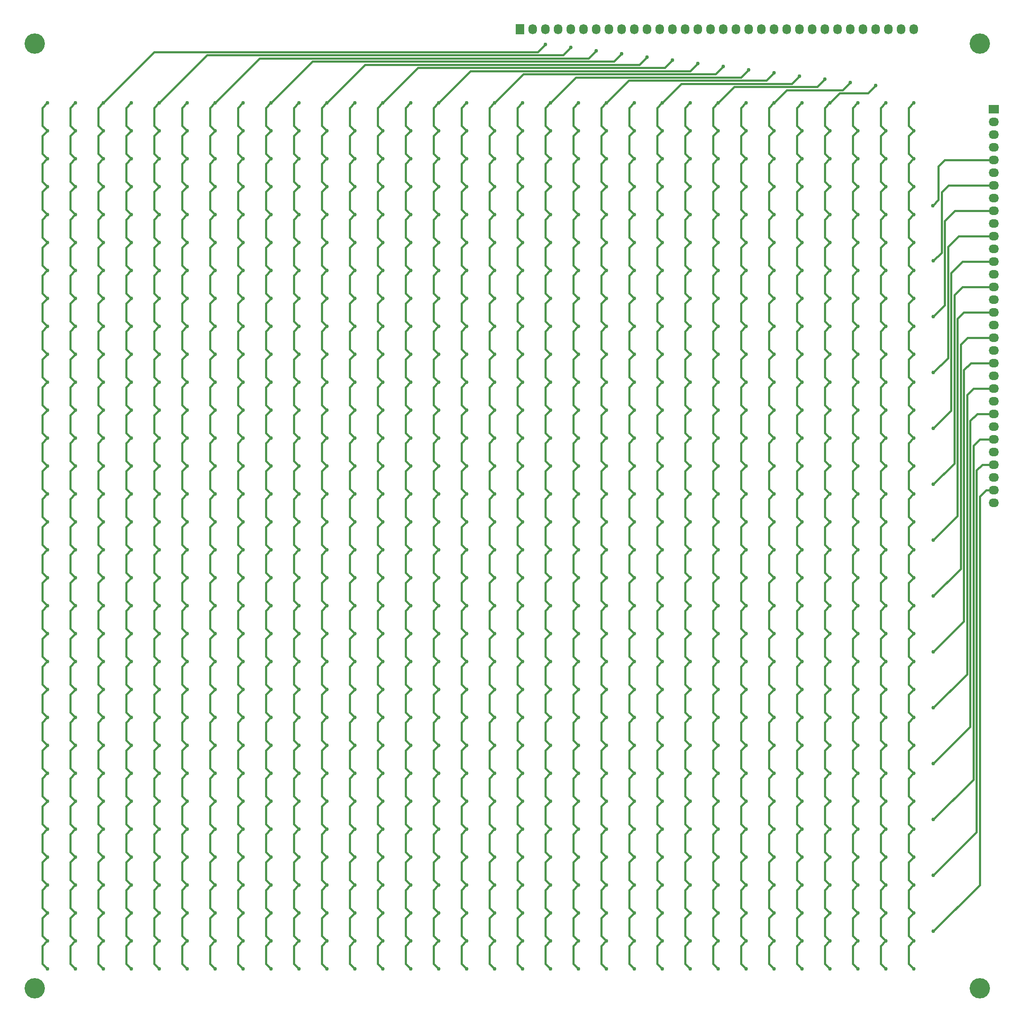
<source format=gbl>
G04 #@! TF.FileFunction,Copper,L2,Bot,Signal*
%FSLAX46Y46*%
G04 Gerber Fmt 4.6, Leading zero omitted, Abs format (unit mm)*
G04 Created by KiCad (PCBNEW 4.0.2+dfsg1-stable) date dim. 24 sept. 2017 13:03:32 CEST*
%MOMM*%
G01*
G04 APERTURE LIST*
%ADD10C,0.100000*%
%ADD11R,2.032000X1.727200*%
%ADD12O,2.032000X1.727200*%
%ADD13R,1.727200X2.032000*%
%ADD14O,1.727200X2.032000*%
%ADD15C,4.064000*%
%ADD16C,0.762000*%
%ADD17C,0.381000*%
G04 APERTURE END LIST*
D10*
D11*
X272300000Y-53600000D03*
D12*
X272300000Y-56140000D03*
X272300000Y-58680000D03*
X272300000Y-61220000D03*
X272300000Y-63760000D03*
X272300000Y-66300000D03*
X272300000Y-68840000D03*
X272300000Y-71380000D03*
X272300000Y-73920000D03*
X272300000Y-76460000D03*
X272300000Y-79000000D03*
X272300000Y-81540000D03*
X272300000Y-84080000D03*
X272300000Y-86620000D03*
X272300000Y-89160000D03*
X272300000Y-91700000D03*
X272300000Y-94240000D03*
X272300000Y-96780000D03*
X272300000Y-99320000D03*
X272300000Y-101860000D03*
X272300000Y-104400000D03*
X272300000Y-106940000D03*
X272300000Y-109480000D03*
X272300000Y-112020000D03*
X272300000Y-114560000D03*
X272300000Y-117100000D03*
X272300000Y-119640000D03*
X272300000Y-122180000D03*
X272300000Y-124720000D03*
X272300000Y-127260000D03*
X272300000Y-129800000D03*
X272300000Y-132340000D03*
D13*
X177600000Y-37650000D03*
D14*
X180140000Y-37650000D03*
X182680000Y-37650000D03*
X185220000Y-37650000D03*
X187760000Y-37650000D03*
X190300000Y-37650000D03*
X192840000Y-37650000D03*
X195380000Y-37650000D03*
X197920000Y-37650000D03*
X200460000Y-37650000D03*
X203000000Y-37650000D03*
X205540000Y-37650000D03*
X208080000Y-37650000D03*
X210620000Y-37650000D03*
X213160000Y-37650000D03*
X215700000Y-37650000D03*
X218240000Y-37650000D03*
X220780000Y-37650000D03*
X223320000Y-37650000D03*
X225860000Y-37650000D03*
X228400000Y-37650000D03*
X230940000Y-37650000D03*
X233480000Y-37650000D03*
X236020000Y-37650000D03*
X238560000Y-37650000D03*
X241100000Y-37650000D03*
X243640000Y-37650000D03*
X246180000Y-37650000D03*
X248720000Y-37650000D03*
X251260000Y-37650000D03*
X253800000Y-37650000D03*
X256340000Y-37650000D03*
D15*
X269500000Y-40500000D03*
X269500000Y-229500000D03*
X80500000Y-229500000D03*
X80500000Y-40500000D03*
D16*
X83058000Y-147320000D03*
X83087000Y-141761000D03*
X83087000Y-152937000D03*
X83058000Y-158496000D03*
X83058000Y-180848000D03*
X83087000Y-175289000D03*
X83058000Y-169672000D03*
X83087000Y-164113000D03*
X83058000Y-214376000D03*
X83087000Y-208817000D03*
X83087000Y-219993000D03*
X83058000Y-225552000D03*
X83058000Y-203200000D03*
X83087000Y-197641000D03*
X83058000Y-192024000D03*
X83087000Y-186465000D03*
X83058000Y-102616000D03*
X83087000Y-97057000D03*
X83087000Y-108233000D03*
X83058000Y-113792000D03*
X83058000Y-136144000D03*
X83087000Y-130585000D03*
X83058000Y-124968000D03*
X83087000Y-119409000D03*
X83058000Y-80264000D03*
X83087000Y-74705000D03*
X83087000Y-85881000D03*
X83058000Y-91440000D03*
X83058000Y-69088000D03*
X83087000Y-63529000D03*
X83058000Y-57912000D03*
X83087000Y-52353000D03*
X99851000Y-52353000D03*
X99822000Y-57912000D03*
X99851000Y-63529000D03*
X99822000Y-69088000D03*
X99822000Y-91440000D03*
X99851000Y-85881000D03*
X99851000Y-74705000D03*
X99822000Y-80264000D03*
X99851000Y-119409000D03*
X99822000Y-124968000D03*
X99851000Y-130585000D03*
X99822000Y-136144000D03*
X99822000Y-113792000D03*
X99851000Y-108233000D03*
X99851000Y-97057000D03*
X99822000Y-102616000D03*
X99851000Y-186465000D03*
X99822000Y-192024000D03*
X99851000Y-197641000D03*
X99822000Y-203200000D03*
X99822000Y-225552000D03*
X99851000Y-219993000D03*
X99851000Y-208817000D03*
X99822000Y-214376000D03*
X99851000Y-164113000D03*
X99822000Y-169672000D03*
X99851000Y-175289000D03*
X99822000Y-180848000D03*
X99822000Y-158496000D03*
X99851000Y-152937000D03*
X99851000Y-141761000D03*
X99822000Y-147320000D03*
X88675000Y-52353000D03*
X88646000Y-57912000D03*
X88675000Y-63529000D03*
X88646000Y-69088000D03*
X88646000Y-91440000D03*
X88675000Y-85881000D03*
X88675000Y-74705000D03*
X88646000Y-80264000D03*
X88675000Y-119409000D03*
X88646000Y-124968000D03*
X88675000Y-130585000D03*
X88646000Y-136144000D03*
X88646000Y-113792000D03*
X88675000Y-108233000D03*
X88675000Y-97057000D03*
X88646000Y-102616000D03*
X88675000Y-186465000D03*
X88646000Y-192024000D03*
X88675000Y-197641000D03*
X88646000Y-203200000D03*
X88646000Y-225552000D03*
X88675000Y-219993000D03*
X88675000Y-208817000D03*
X88646000Y-214376000D03*
X88675000Y-164113000D03*
X88646000Y-169672000D03*
X88675000Y-175289000D03*
X88646000Y-180848000D03*
X88646000Y-158496000D03*
X88675000Y-152937000D03*
X88675000Y-141761000D03*
X88646000Y-147320000D03*
X182626000Y-40640000D03*
X94263000Y-52353000D03*
X94234000Y-57912000D03*
X94263000Y-63529000D03*
X94234000Y-69088000D03*
X94234000Y-91440000D03*
X94263000Y-85881000D03*
X94263000Y-74705000D03*
X94234000Y-80264000D03*
X94263000Y-119409000D03*
X94234000Y-124968000D03*
X94263000Y-130585000D03*
X94234000Y-136144000D03*
X94234000Y-113792000D03*
X94263000Y-108233000D03*
X94263000Y-97057000D03*
X94234000Y-102616000D03*
X94263000Y-186465000D03*
X94234000Y-192024000D03*
X94263000Y-197641000D03*
X94234000Y-203200000D03*
X94234000Y-225552000D03*
X94263000Y-219993000D03*
X94263000Y-208817000D03*
X94234000Y-214376000D03*
X94263000Y-164113000D03*
X94234000Y-169672000D03*
X94263000Y-175289000D03*
X94234000Y-180848000D03*
X94234000Y-158496000D03*
X94263000Y-152937000D03*
X94263000Y-141761000D03*
X94234000Y-147320000D03*
X187706000Y-41275000D03*
X105439000Y-52353000D03*
X105410000Y-57912000D03*
X105439000Y-63529000D03*
X105410000Y-69088000D03*
X105410000Y-91440000D03*
X105439000Y-85881000D03*
X105439000Y-74705000D03*
X105410000Y-80264000D03*
X105439000Y-119409000D03*
X105410000Y-124968000D03*
X105439000Y-130585000D03*
X105410000Y-136144000D03*
X105410000Y-113792000D03*
X105439000Y-108233000D03*
X105439000Y-97057000D03*
X105410000Y-102616000D03*
X105439000Y-186465000D03*
X105410000Y-192024000D03*
X105439000Y-197641000D03*
X105410000Y-203200000D03*
X105410000Y-225552000D03*
X105439000Y-219993000D03*
X105439000Y-208817000D03*
X105410000Y-214376000D03*
X105439000Y-164113000D03*
X105410000Y-169672000D03*
X105439000Y-175289000D03*
X105410000Y-180848000D03*
X105410000Y-158496000D03*
X105439000Y-152937000D03*
X105439000Y-141761000D03*
X105410000Y-147320000D03*
X111027000Y-52353000D03*
X110998000Y-57912000D03*
X111027000Y-63529000D03*
X110998000Y-69088000D03*
X110998000Y-91440000D03*
X111027000Y-85881000D03*
X111027000Y-74705000D03*
X110998000Y-80264000D03*
X111027000Y-119409000D03*
X110998000Y-124968000D03*
X111027000Y-130585000D03*
X110998000Y-136144000D03*
X110998000Y-113792000D03*
X111027000Y-108233000D03*
X111027000Y-97057000D03*
X110998000Y-102616000D03*
X111027000Y-186465000D03*
X110998000Y-192024000D03*
X111027000Y-197641000D03*
X110998000Y-203200000D03*
X110998000Y-225552000D03*
X111027000Y-219993000D03*
X111027000Y-208817000D03*
X110998000Y-214376000D03*
X111027000Y-164113000D03*
X110998000Y-169672000D03*
X111027000Y-175289000D03*
X110998000Y-180848000D03*
X110998000Y-158496000D03*
X111027000Y-152937000D03*
X111027000Y-141761000D03*
X110998000Y-147320000D03*
X192786000Y-41910000D03*
X116615000Y-52353000D03*
X116586000Y-57912000D03*
X116615000Y-63529000D03*
X116586000Y-69088000D03*
X116586000Y-91440000D03*
X116615000Y-85881000D03*
X116615000Y-74705000D03*
X116586000Y-80264000D03*
X116615000Y-119409000D03*
X116586000Y-124968000D03*
X116615000Y-130585000D03*
X116586000Y-136144000D03*
X116586000Y-113792000D03*
X116615000Y-108233000D03*
X116615000Y-97057000D03*
X116586000Y-102616000D03*
X116615000Y-186465000D03*
X116586000Y-192024000D03*
X116615000Y-197641000D03*
X116586000Y-203200000D03*
X116586000Y-225552000D03*
X116615000Y-219993000D03*
X116615000Y-208817000D03*
X116586000Y-214376000D03*
X116615000Y-164113000D03*
X116586000Y-169672000D03*
X116615000Y-175289000D03*
X116586000Y-180848000D03*
X116586000Y-158496000D03*
X116615000Y-152937000D03*
X116615000Y-141761000D03*
X116586000Y-147320000D03*
X122203000Y-52353000D03*
X122174000Y-57912000D03*
X122203000Y-63529000D03*
X122174000Y-69088000D03*
X122174000Y-91440000D03*
X122203000Y-85881000D03*
X122203000Y-74705000D03*
X122174000Y-80264000D03*
X122203000Y-119409000D03*
X122174000Y-124968000D03*
X122203000Y-130585000D03*
X122174000Y-136144000D03*
X122174000Y-113792000D03*
X122203000Y-108233000D03*
X122203000Y-97057000D03*
X122174000Y-102616000D03*
X122203000Y-186465000D03*
X122174000Y-192024000D03*
X122203000Y-197641000D03*
X122174000Y-203200000D03*
X122174000Y-225552000D03*
X122203000Y-219993000D03*
X122203000Y-208817000D03*
X122174000Y-214376000D03*
X122203000Y-164113000D03*
X122174000Y-169672000D03*
X122203000Y-175289000D03*
X122174000Y-180848000D03*
X122174000Y-158496000D03*
X122203000Y-152937000D03*
X122203000Y-141761000D03*
X122174000Y-147320000D03*
X197866000Y-42545000D03*
X127791000Y-52353000D03*
X127762000Y-57912000D03*
X127791000Y-63529000D03*
X127762000Y-69088000D03*
X127762000Y-91440000D03*
X127791000Y-85881000D03*
X127791000Y-74705000D03*
X127762000Y-80264000D03*
X127791000Y-119409000D03*
X127762000Y-124968000D03*
X127791000Y-130585000D03*
X127762000Y-136144000D03*
X127762000Y-113792000D03*
X127791000Y-108233000D03*
X127791000Y-97057000D03*
X127762000Y-102616000D03*
X127791000Y-186465000D03*
X127762000Y-192024000D03*
X127791000Y-197641000D03*
X127762000Y-203200000D03*
X127762000Y-225552000D03*
X127791000Y-219993000D03*
X127791000Y-208817000D03*
X127762000Y-214376000D03*
X127791000Y-164113000D03*
X127762000Y-169672000D03*
X127791000Y-175289000D03*
X127762000Y-180848000D03*
X127762000Y-158496000D03*
X127791000Y-152937000D03*
X127791000Y-141761000D03*
X127762000Y-147320000D03*
X133379000Y-52353000D03*
X133350000Y-57912000D03*
X133379000Y-63529000D03*
X133350000Y-69088000D03*
X133350000Y-91440000D03*
X133379000Y-85881000D03*
X133379000Y-74705000D03*
X133350000Y-80264000D03*
X133379000Y-119409000D03*
X133350000Y-124968000D03*
X133379000Y-130585000D03*
X133350000Y-136144000D03*
X133350000Y-113792000D03*
X133379000Y-108233000D03*
X133379000Y-97057000D03*
X133350000Y-102616000D03*
X133379000Y-186465000D03*
X133350000Y-192024000D03*
X133379000Y-197641000D03*
X133350000Y-203200000D03*
X133350000Y-225552000D03*
X133379000Y-219993000D03*
X133379000Y-208817000D03*
X133350000Y-214376000D03*
X133379000Y-164113000D03*
X133350000Y-169672000D03*
X133379000Y-175289000D03*
X133350000Y-180848000D03*
X133350000Y-158496000D03*
X133379000Y-152937000D03*
X133379000Y-141761000D03*
X133350000Y-147320000D03*
X202946000Y-43180000D03*
X138967000Y-52353000D03*
X138938000Y-57912000D03*
X138967000Y-63529000D03*
X138938000Y-69088000D03*
X138938000Y-91440000D03*
X138967000Y-85881000D03*
X138967000Y-74705000D03*
X138938000Y-80264000D03*
X138967000Y-119409000D03*
X138938000Y-124968000D03*
X138967000Y-130585000D03*
X138938000Y-136144000D03*
X138938000Y-113792000D03*
X138967000Y-108233000D03*
X138967000Y-97057000D03*
X138938000Y-102616000D03*
X138967000Y-186465000D03*
X138938000Y-192024000D03*
X138967000Y-197641000D03*
X138938000Y-203200000D03*
X138938000Y-225552000D03*
X138967000Y-219993000D03*
X138967000Y-208817000D03*
X138938000Y-214376000D03*
X138967000Y-164113000D03*
X138938000Y-169672000D03*
X138967000Y-175289000D03*
X138938000Y-180848000D03*
X138938000Y-158496000D03*
X138967000Y-152937000D03*
X138967000Y-141761000D03*
X138938000Y-147320000D03*
X144555000Y-52353000D03*
X144526000Y-57912000D03*
X144555000Y-63529000D03*
X144526000Y-69088000D03*
X144526000Y-91440000D03*
X144555000Y-85881000D03*
X144555000Y-74705000D03*
X144526000Y-80264000D03*
X144555000Y-119409000D03*
X144526000Y-124968000D03*
X144555000Y-130585000D03*
X144526000Y-136144000D03*
X144526000Y-113792000D03*
X144555000Y-108233000D03*
X144555000Y-97057000D03*
X144526000Y-102616000D03*
X144555000Y-186465000D03*
X144526000Y-192024000D03*
X144555000Y-197641000D03*
X144526000Y-203200000D03*
X144526000Y-225552000D03*
X144555000Y-219993000D03*
X144555000Y-208817000D03*
X144526000Y-214376000D03*
X144555000Y-164113000D03*
X144526000Y-169672000D03*
X144555000Y-175289000D03*
X144526000Y-180848000D03*
X144526000Y-158496000D03*
X144555000Y-152937000D03*
X144555000Y-141761000D03*
X144526000Y-147320000D03*
X208026000Y-43815000D03*
X150143000Y-52353000D03*
X150114000Y-57912000D03*
X150143000Y-63529000D03*
X150114000Y-69088000D03*
X150114000Y-91440000D03*
X150143000Y-85881000D03*
X150143000Y-74705000D03*
X150114000Y-80264000D03*
X150143000Y-119409000D03*
X150114000Y-124968000D03*
X150143000Y-130585000D03*
X150114000Y-136144000D03*
X150114000Y-113792000D03*
X150143000Y-108233000D03*
X150143000Y-97057000D03*
X150114000Y-102616000D03*
X150143000Y-186465000D03*
X150114000Y-192024000D03*
X150143000Y-197641000D03*
X150114000Y-203200000D03*
X150114000Y-225552000D03*
X150143000Y-219993000D03*
X150143000Y-208817000D03*
X150114000Y-214376000D03*
X150143000Y-164113000D03*
X150114000Y-169672000D03*
X150143000Y-175289000D03*
X150114000Y-180848000D03*
X150114000Y-158496000D03*
X150143000Y-152937000D03*
X150143000Y-141761000D03*
X150114000Y-147320000D03*
X155731000Y-52353000D03*
X155702000Y-57912000D03*
X155731000Y-63529000D03*
X155702000Y-69088000D03*
X155702000Y-91440000D03*
X155731000Y-85881000D03*
X155731000Y-74705000D03*
X155702000Y-80264000D03*
X155731000Y-119409000D03*
X155702000Y-124968000D03*
X155731000Y-130585000D03*
X155702000Y-136144000D03*
X155702000Y-113792000D03*
X155731000Y-108233000D03*
X155731000Y-97057000D03*
X155702000Y-102616000D03*
X155731000Y-186465000D03*
X155702000Y-192024000D03*
X155731000Y-197641000D03*
X155702000Y-203200000D03*
X155702000Y-225552000D03*
X155731000Y-219993000D03*
X155731000Y-208817000D03*
X155702000Y-214376000D03*
X155731000Y-164113000D03*
X155702000Y-169672000D03*
X155731000Y-175289000D03*
X155702000Y-180848000D03*
X155702000Y-158496000D03*
X155731000Y-152937000D03*
X155731000Y-141761000D03*
X155702000Y-147320000D03*
X213106000Y-44450000D03*
X161319000Y-52353000D03*
X161290000Y-57912000D03*
X161319000Y-63529000D03*
X161290000Y-69088000D03*
X161290000Y-91440000D03*
X161319000Y-85881000D03*
X161319000Y-74705000D03*
X161290000Y-80264000D03*
X161319000Y-119409000D03*
X161290000Y-124968000D03*
X161319000Y-130585000D03*
X161290000Y-136144000D03*
X161290000Y-113792000D03*
X161319000Y-108233000D03*
X161319000Y-97057000D03*
X161290000Y-102616000D03*
X161319000Y-186465000D03*
X161290000Y-192024000D03*
X161319000Y-197641000D03*
X161290000Y-203200000D03*
X161290000Y-225552000D03*
X161319000Y-219993000D03*
X161319000Y-208817000D03*
X161290000Y-214376000D03*
X161319000Y-164113000D03*
X161290000Y-169672000D03*
X161319000Y-175289000D03*
X161290000Y-180848000D03*
X161290000Y-158496000D03*
X161319000Y-152937000D03*
X161319000Y-141761000D03*
X161290000Y-147320000D03*
X166907000Y-52353000D03*
X166878000Y-57912000D03*
X166907000Y-63529000D03*
X166878000Y-69088000D03*
X166878000Y-91440000D03*
X166907000Y-85881000D03*
X166907000Y-74705000D03*
X166878000Y-80264000D03*
X166907000Y-119409000D03*
X166878000Y-124968000D03*
X166907000Y-130585000D03*
X166878000Y-136144000D03*
X166878000Y-113792000D03*
X166907000Y-108233000D03*
X166907000Y-97057000D03*
X166878000Y-102616000D03*
X166907000Y-186465000D03*
X166878000Y-192024000D03*
X166907000Y-197641000D03*
X166878000Y-203200000D03*
X166878000Y-225552000D03*
X166907000Y-219993000D03*
X166907000Y-208817000D03*
X166878000Y-214376000D03*
X166907000Y-164113000D03*
X166878000Y-169672000D03*
X166907000Y-175289000D03*
X166878000Y-180848000D03*
X166878000Y-158496000D03*
X166907000Y-152937000D03*
X166907000Y-141761000D03*
X166878000Y-147320000D03*
X218186000Y-45085000D03*
X172495000Y-52353000D03*
X172466000Y-57912000D03*
X172495000Y-63529000D03*
X172466000Y-69088000D03*
X172466000Y-91440000D03*
X172495000Y-85881000D03*
X172495000Y-74705000D03*
X172466000Y-80264000D03*
X172495000Y-119409000D03*
X172466000Y-124968000D03*
X172495000Y-130585000D03*
X172466000Y-136144000D03*
X172466000Y-113792000D03*
X172495000Y-108233000D03*
X172495000Y-97057000D03*
X172466000Y-102616000D03*
X172495000Y-186465000D03*
X172466000Y-192024000D03*
X172495000Y-197641000D03*
X172466000Y-203200000D03*
X172466000Y-225552000D03*
X172495000Y-219993000D03*
X172495000Y-208817000D03*
X172466000Y-214376000D03*
X172495000Y-164113000D03*
X172466000Y-169672000D03*
X172495000Y-175289000D03*
X172466000Y-180848000D03*
X172466000Y-158496000D03*
X172495000Y-152937000D03*
X172495000Y-141761000D03*
X172466000Y-147320000D03*
X178083000Y-52353000D03*
X178054000Y-57912000D03*
X178083000Y-63529000D03*
X178054000Y-69088000D03*
X178054000Y-91440000D03*
X178083000Y-85881000D03*
X178083000Y-74705000D03*
X178054000Y-80264000D03*
X178083000Y-119409000D03*
X178054000Y-124968000D03*
X178083000Y-130585000D03*
X178054000Y-136144000D03*
X178054000Y-113792000D03*
X178083000Y-108233000D03*
X178083000Y-97057000D03*
X178054000Y-102616000D03*
X178083000Y-186465000D03*
X178054000Y-192024000D03*
X178083000Y-197641000D03*
X178054000Y-203200000D03*
X178054000Y-225552000D03*
X178083000Y-219993000D03*
X178083000Y-208817000D03*
X178054000Y-214376000D03*
X178083000Y-164113000D03*
X178054000Y-169672000D03*
X178083000Y-175289000D03*
X178054000Y-180848000D03*
X178054000Y-158496000D03*
X178083000Y-152937000D03*
X178083000Y-141761000D03*
X178054000Y-147320000D03*
X223266000Y-45720000D03*
X183671000Y-52353000D03*
X183642000Y-57912000D03*
X183671000Y-63529000D03*
X183642000Y-69088000D03*
X183642000Y-91440000D03*
X183671000Y-85881000D03*
X183671000Y-74705000D03*
X183642000Y-80264000D03*
X183671000Y-119409000D03*
X183642000Y-124968000D03*
X183671000Y-130585000D03*
X183642000Y-136144000D03*
X183642000Y-113792000D03*
X183671000Y-108233000D03*
X183671000Y-97057000D03*
X183642000Y-102616000D03*
X183671000Y-186465000D03*
X183642000Y-192024000D03*
X183671000Y-197641000D03*
X183642000Y-203200000D03*
X183642000Y-225552000D03*
X183671000Y-219993000D03*
X183671000Y-208817000D03*
X183642000Y-214376000D03*
X183671000Y-164113000D03*
X183642000Y-169672000D03*
X183671000Y-175289000D03*
X183642000Y-180848000D03*
X183642000Y-158496000D03*
X183671000Y-152937000D03*
X183671000Y-141761000D03*
X183642000Y-147320000D03*
X189259000Y-52353000D03*
X189230000Y-57912000D03*
X189259000Y-63529000D03*
X189230000Y-69088000D03*
X189230000Y-91440000D03*
X189259000Y-85881000D03*
X189259000Y-74705000D03*
X189230000Y-80264000D03*
X189259000Y-119409000D03*
X189230000Y-124968000D03*
X189259000Y-130585000D03*
X189230000Y-136144000D03*
X189230000Y-113792000D03*
X189259000Y-108233000D03*
X189259000Y-97057000D03*
X189230000Y-102616000D03*
X189259000Y-186465000D03*
X189230000Y-192024000D03*
X189259000Y-197641000D03*
X189230000Y-203200000D03*
X189230000Y-225552000D03*
X189259000Y-219993000D03*
X189259000Y-208817000D03*
X189230000Y-214376000D03*
X189259000Y-164113000D03*
X189230000Y-169672000D03*
X189259000Y-175289000D03*
X189230000Y-180848000D03*
X189230000Y-158496000D03*
X189259000Y-152937000D03*
X189259000Y-141761000D03*
X189230000Y-147320000D03*
X228346000Y-46355000D03*
X194847000Y-52353000D03*
X194818000Y-57912000D03*
X194847000Y-63529000D03*
X194818000Y-69088000D03*
X194818000Y-91440000D03*
X194847000Y-85881000D03*
X194847000Y-74705000D03*
X194818000Y-80264000D03*
X194847000Y-119409000D03*
X194818000Y-124968000D03*
X194847000Y-130585000D03*
X194818000Y-136144000D03*
X194818000Y-113792000D03*
X194847000Y-108233000D03*
X194847000Y-97057000D03*
X194818000Y-102616000D03*
X194847000Y-186465000D03*
X194818000Y-192024000D03*
X194847000Y-197641000D03*
X194818000Y-203200000D03*
X194818000Y-225552000D03*
X194847000Y-219993000D03*
X194847000Y-208817000D03*
X194818000Y-214376000D03*
X194847000Y-164113000D03*
X194818000Y-169672000D03*
X194847000Y-175289000D03*
X194818000Y-180848000D03*
X194818000Y-158496000D03*
X194847000Y-152937000D03*
X194847000Y-141761000D03*
X194818000Y-147320000D03*
X200435000Y-52353000D03*
X200406000Y-57912000D03*
X200435000Y-63529000D03*
X200406000Y-69088000D03*
X200406000Y-91440000D03*
X200435000Y-85881000D03*
X200435000Y-74705000D03*
X200406000Y-80264000D03*
X200435000Y-119409000D03*
X200406000Y-124968000D03*
X200435000Y-130585000D03*
X200406000Y-136144000D03*
X200406000Y-113792000D03*
X200435000Y-108233000D03*
X200435000Y-97057000D03*
X200406000Y-102616000D03*
X200435000Y-186465000D03*
X200406000Y-192024000D03*
X200435000Y-197641000D03*
X200406000Y-203200000D03*
X200406000Y-225552000D03*
X200435000Y-219993000D03*
X200435000Y-208817000D03*
X200406000Y-214376000D03*
X200435000Y-164113000D03*
X200406000Y-169672000D03*
X200435000Y-175289000D03*
X200406000Y-180848000D03*
X200406000Y-158496000D03*
X200435000Y-152937000D03*
X200435000Y-141761000D03*
X200406000Y-147320000D03*
X233426000Y-46990000D03*
X206023000Y-52353000D03*
X205994000Y-57912000D03*
X206023000Y-63529000D03*
X205994000Y-69088000D03*
X205994000Y-91440000D03*
X206023000Y-85881000D03*
X206023000Y-74705000D03*
X205994000Y-80264000D03*
X206023000Y-119409000D03*
X205994000Y-124968000D03*
X206023000Y-130585000D03*
X205994000Y-136144000D03*
X205994000Y-113792000D03*
X206023000Y-108233000D03*
X206023000Y-97057000D03*
X205994000Y-102616000D03*
X206023000Y-186465000D03*
X205994000Y-192024000D03*
X206023000Y-197641000D03*
X205994000Y-203200000D03*
X205994000Y-225552000D03*
X206023000Y-219993000D03*
X206023000Y-208817000D03*
X205994000Y-214376000D03*
X206023000Y-164113000D03*
X205994000Y-169672000D03*
X206023000Y-175289000D03*
X205994000Y-180848000D03*
X205994000Y-158496000D03*
X206023000Y-152937000D03*
X206023000Y-141761000D03*
X205994000Y-147320000D03*
X211611000Y-52353000D03*
X211582000Y-57912000D03*
X211611000Y-63529000D03*
X211582000Y-69088000D03*
X211582000Y-91440000D03*
X211611000Y-85881000D03*
X211611000Y-74705000D03*
X211582000Y-80264000D03*
X211611000Y-119409000D03*
X211582000Y-124968000D03*
X211611000Y-130585000D03*
X211582000Y-136144000D03*
X211582000Y-113792000D03*
X211611000Y-108233000D03*
X211611000Y-97057000D03*
X211582000Y-102616000D03*
X211611000Y-186465000D03*
X211582000Y-192024000D03*
X211611000Y-197641000D03*
X211582000Y-203200000D03*
X211582000Y-225552000D03*
X211611000Y-219993000D03*
X211611000Y-208817000D03*
X211582000Y-214376000D03*
X211611000Y-164113000D03*
X211582000Y-169672000D03*
X211611000Y-175289000D03*
X211582000Y-180848000D03*
X211582000Y-158496000D03*
X211611000Y-152937000D03*
X211611000Y-141761000D03*
X211582000Y-147320000D03*
X238506000Y-47625000D03*
X217199000Y-52353000D03*
X217170000Y-57912000D03*
X217199000Y-63529000D03*
X217170000Y-69088000D03*
X217170000Y-91440000D03*
X217199000Y-85881000D03*
X217199000Y-74705000D03*
X217170000Y-80264000D03*
X217199000Y-119409000D03*
X217170000Y-124968000D03*
X217199000Y-130585000D03*
X217170000Y-136144000D03*
X217170000Y-113792000D03*
X217199000Y-108233000D03*
X217199000Y-97057000D03*
X217170000Y-102616000D03*
X217199000Y-186465000D03*
X217170000Y-192024000D03*
X217199000Y-197641000D03*
X217170000Y-203200000D03*
X217170000Y-225552000D03*
X217199000Y-219993000D03*
X217199000Y-208817000D03*
X217170000Y-214376000D03*
X217199000Y-164113000D03*
X217170000Y-169672000D03*
X217199000Y-175289000D03*
X217170000Y-180848000D03*
X217170000Y-158496000D03*
X217199000Y-152937000D03*
X217199000Y-141761000D03*
X217170000Y-147320000D03*
X222787000Y-52353000D03*
X222758000Y-57912000D03*
X222787000Y-63529000D03*
X222758000Y-69088000D03*
X222758000Y-91440000D03*
X222787000Y-85881000D03*
X222787000Y-74705000D03*
X222758000Y-80264000D03*
X222787000Y-119409000D03*
X222758000Y-124968000D03*
X222787000Y-130585000D03*
X222758000Y-136144000D03*
X222758000Y-113792000D03*
X222787000Y-108233000D03*
X222787000Y-97057000D03*
X222758000Y-102616000D03*
X222787000Y-186465000D03*
X222758000Y-192024000D03*
X222787000Y-197641000D03*
X222758000Y-203200000D03*
X222758000Y-225552000D03*
X222787000Y-219993000D03*
X222787000Y-208817000D03*
X222758000Y-214376000D03*
X222787000Y-164113000D03*
X222758000Y-169672000D03*
X222787000Y-175289000D03*
X222758000Y-180848000D03*
X222758000Y-158496000D03*
X222787000Y-152937000D03*
X222787000Y-141761000D03*
X222758000Y-147320000D03*
X243586000Y-48260000D03*
X228375000Y-52353000D03*
X228346000Y-57912000D03*
X228375000Y-63529000D03*
X228346000Y-69088000D03*
X228346000Y-91440000D03*
X228375000Y-85881000D03*
X228375000Y-74705000D03*
X228346000Y-80264000D03*
X228375000Y-119409000D03*
X228346000Y-124968000D03*
X228375000Y-130585000D03*
X228346000Y-136144000D03*
X228346000Y-113792000D03*
X228375000Y-108233000D03*
X228375000Y-97057000D03*
X228346000Y-102616000D03*
X228375000Y-186465000D03*
X228346000Y-192024000D03*
X228375000Y-197641000D03*
X228346000Y-203200000D03*
X228346000Y-225552000D03*
X228375000Y-219993000D03*
X228375000Y-208817000D03*
X228346000Y-214376000D03*
X228375000Y-164113000D03*
X228346000Y-169672000D03*
X228375000Y-175289000D03*
X228346000Y-180848000D03*
X228346000Y-158496000D03*
X228375000Y-152937000D03*
X228375000Y-141761000D03*
X228346000Y-147320000D03*
X233963000Y-52353000D03*
X233934000Y-57912000D03*
X233963000Y-63529000D03*
X233934000Y-69088000D03*
X233934000Y-91440000D03*
X233963000Y-85881000D03*
X233963000Y-74705000D03*
X233934000Y-80264000D03*
X233963000Y-119409000D03*
X233934000Y-124968000D03*
X233963000Y-130585000D03*
X233934000Y-136144000D03*
X233934000Y-113792000D03*
X233963000Y-108233000D03*
X233963000Y-97057000D03*
X233934000Y-102616000D03*
X233963000Y-186465000D03*
X233934000Y-192024000D03*
X233963000Y-197641000D03*
X233934000Y-203200000D03*
X233934000Y-225552000D03*
X233963000Y-219993000D03*
X233963000Y-208817000D03*
X233934000Y-214376000D03*
X233963000Y-164113000D03*
X233934000Y-169672000D03*
X233963000Y-175289000D03*
X233934000Y-180848000D03*
X233934000Y-158496000D03*
X233963000Y-152937000D03*
X233963000Y-141761000D03*
X233934000Y-147320000D03*
X248666000Y-48895000D03*
X239551000Y-52353000D03*
X239522000Y-57912000D03*
X239551000Y-63529000D03*
X239522000Y-69088000D03*
X239522000Y-91440000D03*
X239551000Y-85881000D03*
X239551000Y-74705000D03*
X239522000Y-80264000D03*
X239551000Y-119409000D03*
X239522000Y-124968000D03*
X239551000Y-130585000D03*
X239522000Y-136144000D03*
X239522000Y-113792000D03*
X239551000Y-108233000D03*
X239551000Y-97057000D03*
X239522000Y-102616000D03*
X239551000Y-186465000D03*
X239522000Y-192024000D03*
X239551000Y-197641000D03*
X239522000Y-203200000D03*
X239522000Y-225552000D03*
X239551000Y-219993000D03*
X239551000Y-208817000D03*
X239522000Y-214376000D03*
X239551000Y-164113000D03*
X239522000Y-169672000D03*
X239551000Y-175289000D03*
X239522000Y-180848000D03*
X239522000Y-158496000D03*
X239551000Y-152937000D03*
X239551000Y-141761000D03*
X239522000Y-147320000D03*
X245139000Y-52353000D03*
X245110000Y-57912000D03*
X245139000Y-63529000D03*
X245110000Y-69088000D03*
X245110000Y-91440000D03*
X245139000Y-85881000D03*
X245139000Y-74705000D03*
X245110000Y-80264000D03*
X245139000Y-119409000D03*
X245110000Y-124968000D03*
X245139000Y-130585000D03*
X245110000Y-136144000D03*
X245110000Y-113792000D03*
X245139000Y-108233000D03*
X245139000Y-97057000D03*
X245110000Y-102616000D03*
X245139000Y-186465000D03*
X245110000Y-192024000D03*
X245139000Y-197641000D03*
X245110000Y-203200000D03*
X245110000Y-225552000D03*
X245139000Y-219993000D03*
X245139000Y-208817000D03*
X245110000Y-214376000D03*
X245139000Y-164113000D03*
X245110000Y-169672000D03*
X245139000Y-175289000D03*
X245110000Y-180848000D03*
X245110000Y-158496000D03*
X245139000Y-152937000D03*
X245139000Y-141761000D03*
X245110000Y-147320000D03*
X250727000Y-52353000D03*
X250698000Y-57912000D03*
X250727000Y-63529000D03*
X250698000Y-69088000D03*
X250698000Y-91440000D03*
X250727000Y-85881000D03*
X250727000Y-74705000D03*
X250698000Y-80264000D03*
X250727000Y-119409000D03*
X250698000Y-124968000D03*
X250727000Y-130585000D03*
X250698000Y-136144000D03*
X250698000Y-113792000D03*
X250727000Y-108233000D03*
X250727000Y-97057000D03*
X250698000Y-102616000D03*
X250727000Y-186465000D03*
X250698000Y-192024000D03*
X250727000Y-197641000D03*
X250698000Y-203200000D03*
X250698000Y-225552000D03*
X250727000Y-219993000D03*
X250727000Y-208817000D03*
X250698000Y-214376000D03*
X250727000Y-164113000D03*
X250698000Y-169672000D03*
X250727000Y-175289000D03*
X250698000Y-180848000D03*
X250698000Y-158496000D03*
X250727000Y-152937000D03*
X250727000Y-141761000D03*
X250698000Y-147320000D03*
X256315000Y-52353000D03*
X256286000Y-57912000D03*
X256315000Y-63529000D03*
X256286000Y-69088000D03*
X256286000Y-91440000D03*
X256315000Y-85881000D03*
X256315000Y-74705000D03*
X256286000Y-80264000D03*
X256315000Y-119409000D03*
X256286000Y-124968000D03*
X256315000Y-130585000D03*
X256286000Y-136144000D03*
X256286000Y-113792000D03*
X256315000Y-108233000D03*
X256315000Y-97057000D03*
X256286000Y-102616000D03*
X256315000Y-186465000D03*
X256286000Y-192024000D03*
X256315000Y-197641000D03*
X256286000Y-203200000D03*
X256286000Y-225552000D03*
X256315000Y-219993000D03*
X256315000Y-208817000D03*
X256286000Y-214376000D03*
X256315000Y-164113000D03*
X256286000Y-169672000D03*
X256315000Y-175289000D03*
X256286000Y-180848000D03*
X256286000Y-158496000D03*
X256315000Y-152937000D03*
X256315000Y-141761000D03*
X256286000Y-147320000D03*
X260096000Y-72898000D03*
X260223000Y-83947000D03*
X260223000Y-95123000D03*
X260223000Y-106299000D03*
X260223000Y-117475000D03*
X260223000Y-128651000D03*
X260223000Y-139827000D03*
X260223000Y-151003000D03*
X260223000Y-162179000D03*
X260223000Y-173355000D03*
X260223000Y-184531000D03*
X260223000Y-195707000D03*
X260223000Y-206883000D03*
X260223000Y-218059000D03*
D17*
X83058000Y-214376000D02*
X82042000Y-215392000D01*
X82042000Y-218948000D02*
X83087000Y-219993000D01*
X82042000Y-215392000D02*
X82042000Y-218948000D01*
X83058000Y-203200000D02*
X82042000Y-204216000D01*
X82042000Y-207772000D02*
X83087000Y-208817000D01*
X82042000Y-204216000D02*
X82042000Y-207772000D01*
X83058000Y-192024000D02*
X82042000Y-193040000D01*
X82042000Y-196596000D02*
X83087000Y-197641000D01*
X82042000Y-193040000D02*
X82042000Y-196596000D01*
X83058000Y-180848000D02*
X82042000Y-181864000D01*
X82042000Y-185420000D02*
X83087000Y-186465000D01*
X82042000Y-181864000D02*
X82042000Y-185420000D01*
X83058000Y-169672000D02*
X82042000Y-170688000D01*
X82042000Y-174244000D02*
X83087000Y-175289000D01*
X82042000Y-170688000D02*
X82042000Y-174244000D01*
X83058000Y-158496000D02*
X82042000Y-159512000D01*
X82042000Y-163068000D02*
X83087000Y-164113000D01*
X82042000Y-159512000D02*
X82042000Y-163068000D01*
X83058000Y-147320000D02*
X82042000Y-148336000D01*
X82042000Y-151892000D02*
X83087000Y-152937000D01*
X82042000Y-148336000D02*
X82042000Y-151892000D01*
X83058000Y-136144000D02*
X82042000Y-137160000D01*
X82042000Y-140716000D02*
X83087000Y-141761000D01*
X82042000Y-137160000D02*
X82042000Y-140716000D01*
X83058000Y-124968000D02*
X82042000Y-125984000D01*
X82042000Y-129540000D02*
X83087000Y-130585000D01*
X82042000Y-125984000D02*
X82042000Y-129540000D01*
X83058000Y-113792000D02*
X82042000Y-114808000D01*
X82042000Y-118364000D02*
X83087000Y-119409000D01*
X82042000Y-114808000D02*
X82042000Y-118364000D01*
X83058000Y-102616000D02*
X82042000Y-103632000D01*
X82042000Y-107188000D02*
X83087000Y-108233000D01*
X82042000Y-103632000D02*
X82042000Y-107188000D01*
X83058000Y-91440000D02*
X82042000Y-92456000D01*
X82042000Y-96012000D02*
X83087000Y-97057000D01*
X82042000Y-92456000D02*
X82042000Y-96012000D01*
X83058000Y-80264000D02*
X82042000Y-81280000D01*
X82042000Y-84836000D02*
X83087000Y-85881000D01*
X82042000Y-81280000D02*
X82042000Y-84836000D01*
X83058000Y-69088000D02*
X82042000Y-70104000D01*
X82042000Y-73660000D02*
X83087000Y-74705000D01*
X82042000Y-70104000D02*
X82042000Y-73660000D01*
X83058000Y-57912000D02*
X82042000Y-58928000D01*
X82042000Y-62484000D02*
X83087000Y-63529000D01*
X82042000Y-58928000D02*
X82042000Y-62484000D01*
X83029000Y-141761000D02*
X82042000Y-142748000D01*
X83087000Y-141761000D02*
X83029000Y-141761000D01*
X82042000Y-146304000D02*
X83058000Y-147320000D01*
X82042000Y-142748000D02*
X82042000Y-146304000D01*
X82042000Y-153924000D02*
X82042000Y-157480000D01*
X83029000Y-152937000D02*
X82042000Y-153924000D01*
X83087000Y-152937000D02*
X83029000Y-152937000D01*
X82042000Y-157480000D02*
X83058000Y-158496000D01*
X83029000Y-175289000D02*
X82042000Y-176276000D01*
X82042000Y-176276000D02*
X82042000Y-179832000D01*
X82042000Y-179832000D02*
X83058000Y-180848000D01*
X83087000Y-175289000D02*
X83029000Y-175289000D01*
X83087000Y-164113000D02*
X83029000Y-164113000D01*
X83029000Y-164113000D02*
X82042000Y-165100000D01*
X82042000Y-165100000D02*
X82042000Y-168656000D01*
X82042000Y-168656000D02*
X83058000Y-169672000D01*
X83029000Y-208817000D02*
X82042000Y-209804000D01*
X83087000Y-208817000D02*
X83029000Y-208817000D01*
X82042000Y-213360000D02*
X83058000Y-214376000D01*
X82042000Y-209804000D02*
X82042000Y-213360000D01*
X82042000Y-220980000D02*
X82042000Y-224536000D01*
X83029000Y-219993000D02*
X82042000Y-220980000D01*
X83087000Y-219993000D02*
X83029000Y-219993000D01*
X82042000Y-224536000D02*
X83058000Y-225552000D01*
X83029000Y-197641000D02*
X82042000Y-198628000D01*
X82042000Y-198628000D02*
X82042000Y-202184000D01*
X82042000Y-202184000D02*
X83058000Y-203200000D01*
X83087000Y-197641000D02*
X83029000Y-197641000D01*
X83087000Y-186465000D02*
X83029000Y-186465000D01*
X83029000Y-186465000D02*
X82042000Y-187452000D01*
X82042000Y-187452000D02*
X82042000Y-191008000D01*
X82042000Y-191008000D02*
X83058000Y-192024000D01*
X83029000Y-97057000D02*
X82042000Y-98044000D01*
X83087000Y-97057000D02*
X83029000Y-97057000D01*
X82042000Y-101600000D02*
X83058000Y-102616000D01*
X82042000Y-98044000D02*
X82042000Y-101600000D01*
X82042000Y-109220000D02*
X82042000Y-112776000D01*
X83029000Y-108233000D02*
X82042000Y-109220000D01*
X83087000Y-108233000D02*
X83029000Y-108233000D01*
X82042000Y-112776000D02*
X83058000Y-113792000D01*
X83029000Y-130585000D02*
X82042000Y-131572000D01*
X82042000Y-131572000D02*
X82042000Y-135128000D01*
X82042000Y-135128000D02*
X83058000Y-136144000D01*
X83087000Y-130585000D02*
X83029000Y-130585000D01*
X83087000Y-119409000D02*
X83029000Y-119409000D01*
X83029000Y-119409000D02*
X82042000Y-120396000D01*
X82042000Y-120396000D02*
X82042000Y-123952000D01*
X82042000Y-123952000D02*
X83058000Y-124968000D01*
X83029000Y-74705000D02*
X82042000Y-75692000D01*
X83087000Y-74705000D02*
X83029000Y-74705000D01*
X82042000Y-79248000D02*
X83058000Y-80264000D01*
X82042000Y-75692000D02*
X82042000Y-79248000D01*
X82042000Y-86868000D02*
X82042000Y-90424000D01*
X83029000Y-85881000D02*
X82042000Y-86868000D01*
X83087000Y-85881000D02*
X83029000Y-85881000D01*
X82042000Y-90424000D02*
X83058000Y-91440000D01*
X83029000Y-63529000D02*
X82042000Y-64516000D01*
X82042000Y-64516000D02*
X82042000Y-68072000D01*
X82042000Y-68072000D02*
X83058000Y-69088000D01*
X83087000Y-63529000D02*
X83029000Y-63529000D01*
X83087000Y-52353000D02*
X83029000Y-52353000D01*
X82042000Y-56896000D02*
X83058000Y-57912000D01*
X82042000Y-53340000D02*
X82042000Y-56896000D01*
X83029000Y-52353000D02*
X82042000Y-53340000D01*
X99793000Y-52353000D02*
X98806000Y-53340000D01*
X98806000Y-53340000D02*
X98806000Y-56896000D01*
X98806000Y-56896000D02*
X99822000Y-57912000D01*
X99851000Y-52353000D02*
X99793000Y-52353000D01*
X99851000Y-63529000D02*
X99793000Y-63529000D01*
X98806000Y-68072000D02*
X99822000Y-69088000D01*
X98806000Y-64516000D02*
X98806000Y-68072000D01*
X99793000Y-63529000D02*
X98806000Y-64516000D01*
X98806000Y-90424000D02*
X99822000Y-91440000D01*
X99851000Y-85881000D02*
X99793000Y-85881000D01*
X99793000Y-85881000D02*
X98806000Y-86868000D01*
X98806000Y-86868000D02*
X98806000Y-90424000D01*
X98806000Y-75692000D02*
X98806000Y-79248000D01*
X98806000Y-79248000D02*
X99822000Y-80264000D01*
X99851000Y-74705000D02*
X99793000Y-74705000D01*
X99793000Y-74705000D02*
X98806000Y-75692000D01*
X98806000Y-123952000D02*
X99822000Y-124968000D01*
X98806000Y-120396000D02*
X98806000Y-123952000D01*
X99793000Y-119409000D02*
X98806000Y-120396000D01*
X99851000Y-119409000D02*
X99793000Y-119409000D01*
X99851000Y-130585000D02*
X99793000Y-130585000D01*
X98806000Y-135128000D02*
X99822000Y-136144000D01*
X98806000Y-131572000D02*
X98806000Y-135128000D01*
X99793000Y-130585000D02*
X98806000Y-131572000D01*
X98806000Y-112776000D02*
X99822000Y-113792000D01*
X99851000Y-108233000D02*
X99793000Y-108233000D01*
X99793000Y-108233000D02*
X98806000Y-109220000D01*
X98806000Y-109220000D02*
X98806000Y-112776000D01*
X98806000Y-98044000D02*
X98806000Y-101600000D01*
X98806000Y-101600000D02*
X99822000Y-102616000D01*
X99851000Y-97057000D02*
X99793000Y-97057000D01*
X99793000Y-97057000D02*
X98806000Y-98044000D01*
X98806000Y-191008000D02*
X99822000Y-192024000D01*
X98806000Y-187452000D02*
X98806000Y-191008000D01*
X99793000Y-186465000D02*
X98806000Y-187452000D01*
X99851000Y-186465000D02*
X99793000Y-186465000D01*
X99851000Y-197641000D02*
X99793000Y-197641000D01*
X98806000Y-202184000D02*
X99822000Y-203200000D01*
X98806000Y-198628000D02*
X98806000Y-202184000D01*
X99793000Y-197641000D02*
X98806000Y-198628000D01*
X98806000Y-224536000D02*
X99822000Y-225552000D01*
X99851000Y-219993000D02*
X99793000Y-219993000D01*
X99793000Y-219993000D02*
X98806000Y-220980000D01*
X98806000Y-220980000D02*
X98806000Y-224536000D01*
X98806000Y-209804000D02*
X98806000Y-213360000D01*
X98806000Y-213360000D02*
X99822000Y-214376000D01*
X99851000Y-208817000D02*
X99793000Y-208817000D01*
X99793000Y-208817000D02*
X98806000Y-209804000D01*
X98806000Y-168656000D02*
X99822000Y-169672000D01*
X98806000Y-165100000D02*
X98806000Y-168656000D01*
X99793000Y-164113000D02*
X98806000Y-165100000D01*
X99851000Y-164113000D02*
X99793000Y-164113000D01*
X99851000Y-175289000D02*
X99793000Y-175289000D01*
X98806000Y-179832000D02*
X99822000Y-180848000D01*
X98806000Y-176276000D02*
X98806000Y-179832000D01*
X99793000Y-175289000D02*
X98806000Y-176276000D01*
X98806000Y-157480000D02*
X99822000Y-158496000D01*
X99851000Y-152937000D02*
X99793000Y-152937000D01*
X99793000Y-152937000D02*
X98806000Y-153924000D01*
X98806000Y-153924000D02*
X98806000Y-157480000D01*
X98806000Y-142748000D02*
X98806000Y-146304000D01*
X98806000Y-146304000D02*
X99822000Y-147320000D01*
X99851000Y-141761000D02*
X99793000Y-141761000D01*
X99793000Y-141761000D02*
X98806000Y-142748000D01*
X98806000Y-58928000D02*
X98806000Y-62484000D01*
X98806000Y-62484000D02*
X99851000Y-63529000D01*
X99822000Y-57912000D02*
X98806000Y-58928000D01*
X98806000Y-70104000D02*
X98806000Y-73660000D01*
X98806000Y-73660000D02*
X99851000Y-74705000D01*
X99822000Y-69088000D02*
X98806000Y-70104000D01*
X98806000Y-81280000D02*
X98806000Y-84836000D01*
X98806000Y-84836000D02*
X99851000Y-85881000D01*
X99822000Y-80264000D02*
X98806000Y-81280000D01*
X98806000Y-92456000D02*
X98806000Y-96012000D01*
X98806000Y-96012000D02*
X99851000Y-97057000D01*
X99822000Y-91440000D02*
X98806000Y-92456000D01*
X98806000Y-103632000D02*
X98806000Y-107188000D01*
X98806000Y-107188000D02*
X99851000Y-108233000D01*
X99822000Y-102616000D02*
X98806000Y-103632000D01*
X98806000Y-114808000D02*
X98806000Y-118364000D01*
X98806000Y-118364000D02*
X99851000Y-119409000D01*
X99822000Y-113792000D02*
X98806000Y-114808000D01*
X98806000Y-125984000D02*
X98806000Y-129540000D01*
X98806000Y-129540000D02*
X99851000Y-130585000D01*
X99822000Y-124968000D02*
X98806000Y-125984000D01*
X98806000Y-137160000D02*
X98806000Y-140716000D01*
X98806000Y-140716000D02*
X99851000Y-141761000D01*
X99822000Y-136144000D02*
X98806000Y-137160000D01*
X98806000Y-148336000D02*
X98806000Y-151892000D01*
X98806000Y-151892000D02*
X99851000Y-152937000D01*
X99822000Y-147320000D02*
X98806000Y-148336000D01*
X98806000Y-159512000D02*
X98806000Y-163068000D01*
X98806000Y-163068000D02*
X99851000Y-164113000D01*
X99822000Y-158496000D02*
X98806000Y-159512000D01*
X98806000Y-170688000D02*
X98806000Y-174244000D01*
X98806000Y-174244000D02*
X99851000Y-175289000D01*
X99822000Y-169672000D02*
X98806000Y-170688000D01*
X98806000Y-181864000D02*
X98806000Y-185420000D01*
X98806000Y-185420000D02*
X99851000Y-186465000D01*
X99822000Y-180848000D02*
X98806000Y-181864000D01*
X98806000Y-193040000D02*
X98806000Y-196596000D01*
X98806000Y-196596000D02*
X99851000Y-197641000D01*
X99822000Y-192024000D02*
X98806000Y-193040000D01*
X98806000Y-204216000D02*
X98806000Y-207772000D01*
X98806000Y-207772000D02*
X99851000Y-208817000D01*
X99822000Y-203200000D02*
X98806000Y-204216000D01*
X98806000Y-215392000D02*
X98806000Y-218948000D01*
X98806000Y-218948000D02*
X99851000Y-219993000D01*
X99822000Y-214376000D02*
X98806000Y-215392000D01*
X88617000Y-52353000D02*
X87630000Y-53340000D01*
X87630000Y-53340000D02*
X87630000Y-56896000D01*
X87630000Y-56896000D02*
X88646000Y-57912000D01*
X88675000Y-52353000D02*
X88617000Y-52353000D01*
X88675000Y-63529000D02*
X88617000Y-63529000D01*
X87630000Y-68072000D02*
X88646000Y-69088000D01*
X87630000Y-64516000D02*
X87630000Y-68072000D01*
X88617000Y-63529000D02*
X87630000Y-64516000D01*
X87630000Y-90424000D02*
X88646000Y-91440000D01*
X88675000Y-85881000D02*
X88617000Y-85881000D01*
X88617000Y-85881000D02*
X87630000Y-86868000D01*
X87630000Y-86868000D02*
X87630000Y-90424000D01*
X87630000Y-75692000D02*
X87630000Y-79248000D01*
X87630000Y-79248000D02*
X88646000Y-80264000D01*
X88675000Y-74705000D02*
X88617000Y-74705000D01*
X88617000Y-74705000D02*
X87630000Y-75692000D01*
X87630000Y-123952000D02*
X88646000Y-124968000D01*
X87630000Y-120396000D02*
X87630000Y-123952000D01*
X88617000Y-119409000D02*
X87630000Y-120396000D01*
X88675000Y-119409000D02*
X88617000Y-119409000D01*
X88675000Y-130585000D02*
X88617000Y-130585000D01*
X87630000Y-135128000D02*
X88646000Y-136144000D01*
X87630000Y-131572000D02*
X87630000Y-135128000D01*
X88617000Y-130585000D02*
X87630000Y-131572000D01*
X87630000Y-112776000D02*
X88646000Y-113792000D01*
X88675000Y-108233000D02*
X88617000Y-108233000D01*
X88617000Y-108233000D02*
X87630000Y-109220000D01*
X87630000Y-109220000D02*
X87630000Y-112776000D01*
X87630000Y-98044000D02*
X87630000Y-101600000D01*
X87630000Y-101600000D02*
X88646000Y-102616000D01*
X88675000Y-97057000D02*
X88617000Y-97057000D01*
X88617000Y-97057000D02*
X87630000Y-98044000D01*
X87630000Y-191008000D02*
X88646000Y-192024000D01*
X87630000Y-187452000D02*
X87630000Y-191008000D01*
X88617000Y-186465000D02*
X87630000Y-187452000D01*
X88675000Y-186465000D02*
X88617000Y-186465000D01*
X88675000Y-197641000D02*
X88617000Y-197641000D01*
X87630000Y-202184000D02*
X88646000Y-203200000D01*
X87630000Y-198628000D02*
X87630000Y-202184000D01*
X88617000Y-197641000D02*
X87630000Y-198628000D01*
X87630000Y-224536000D02*
X88646000Y-225552000D01*
X88675000Y-219993000D02*
X88617000Y-219993000D01*
X88617000Y-219993000D02*
X87630000Y-220980000D01*
X87630000Y-220980000D02*
X87630000Y-224536000D01*
X87630000Y-209804000D02*
X87630000Y-213360000D01*
X87630000Y-213360000D02*
X88646000Y-214376000D01*
X88675000Y-208817000D02*
X88617000Y-208817000D01*
X88617000Y-208817000D02*
X87630000Y-209804000D01*
X87630000Y-168656000D02*
X88646000Y-169672000D01*
X87630000Y-165100000D02*
X87630000Y-168656000D01*
X88617000Y-164113000D02*
X87630000Y-165100000D01*
X88675000Y-164113000D02*
X88617000Y-164113000D01*
X88675000Y-175289000D02*
X88617000Y-175289000D01*
X87630000Y-179832000D02*
X88646000Y-180848000D01*
X87630000Y-176276000D02*
X87630000Y-179832000D01*
X88617000Y-175289000D02*
X87630000Y-176276000D01*
X87630000Y-157480000D02*
X88646000Y-158496000D01*
X88675000Y-152937000D02*
X88617000Y-152937000D01*
X88617000Y-152937000D02*
X87630000Y-153924000D01*
X87630000Y-153924000D02*
X87630000Y-157480000D01*
X87630000Y-142748000D02*
X87630000Y-146304000D01*
X87630000Y-146304000D02*
X88646000Y-147320000D01*
X88675000Y-141761000D02*
X88617000Y-141761000D01*
X88617000Y-141761000D02*
X87630000Y-142748000D01*
X87630000Y-58928000D02*
X87630000Y-62484000D01*
X87630000Y-62484000D02*
X88675000Y-63529000D01*
X88646000Y-57912000D02*
X87630000Y-58928000D01*
X87630000Y-70104000D02*
X87630000Y-73660000D01*
X87630000Y-73660000D02*
X88675000Y-74705000D01*
X88646000Y-69088000D02*
X87630000Y-70104000D01*
X87630000Y-81280000D02*
X87630000Y-84836000D01*
X87630000Y-84836000D02*
X88675000Y-85881000D01*
X88646000Y-80264000D02*
X87630000Y-81280000D01*
X87630000Y-92456000D02*
X87630000Y-96012000D01*
X87630000Y-96012000D02*
X88675000Y-97057000D01*
X88646000Y-91440000D02*
X87630000Y-92456000D01*
X87630000Y-103632000D02*
X87630000Y-107188000D01*
X87630000Y-107188000D02*
X88675000Y-108233000D01*
X88646000Y-102616000D02*
X87630000Y-103632000D01*
X87630000Y-114808000D02*
X87630000Y-118364000D01*
X87630000Y-118364000D02*
X88675000Y-119409000D01*
X88646000Y-113792000D02*
X87630000Y-114808000D01*
X87630000Y-125984000D02*
X87630000Y-129540000D01*
X87630000Y-129540000D02*
X88675000Y-130585000D01*
X88646000Y-124968000D02*
X87630000Y-125984000D01*
X87630000Y-137160000D02*
X87630000Y-140716000D01*
X87630000Y-140716000D02*
X88675000Y-141761000D01*
X88646000Y-136144000D02*
X87630000Y-137160000D01*
X87630000Y-148336000D02*
X87630000Y-151892000D01*
X87630000Y-151892000D02*
X88675000Y-152937000D01*
X88646000Y-147320000D02*
X87630000Y-148336000D01*
X87630000Y-159512000D02*
X87630000Y-163068000D01*
X87630000Y-163068000D02*
X88675000Y-164113000D01*
X88646000Y-158496000D02*
X87630000Y-159512000D01*
X87630000Y-170688000D02*
X87630000Y-174244000D01*
X87630000Y-174244000D02*
X88675000Y-175289000D01*
X88646000Y-169672000D02*
X87630000Y-170688000D01*
X87630000Y-181864000D02*
X87630000Y-185420000D01*
X87630000Y-185420000D02*
X88675000Y-186465000D01*
X88646000Y-180848000D02*
X87630000Y-181864000D01*
X87630000Y-193040000D02*
X87630000Y-196596000D01*
X87630000Y-196596000D02*
X88675000Y-197641000D01*
X88646000Y-192024000D02*
X87630000Y-193040000D01*
X87630000Y-204216000D02*
X87630000Y-207772000D01*
X87630000Y-207772000D02*
X88675000Y-208817000D01*
X88646000Y-203200000D02*
X87630000Y-204216000D01*
X87630000Y-215392000D02*
X87630000Y-218948000D01*
X87630000Y-218948000D02*
X88675000Y-219993000D01*
X88646000Y-214376000D02*
X87630000Y-215392000D01*
X104452000Y-42164000D02*
X94263000Y-52353000D01*
X181102000Y-42164000D02*
X104452000Y-42164000D01*
X182626000Y-40640000D02*
X181102000Y-42164000D01*
X94205000Y-52353000D02*
X93218000Y-53340000D01*
X93218000Y-53340000D02*
X93218000Y-56896000D01*
X93218000Y-56896000D02*
X94234000Y-57912000D01*
X94263000Y-52353000D02*
X94205000Y-52353000D01*
X94263000Y-63529000D02*
X94205000Y-63529000D01*
X93218000Y-68072000D02*
X94234000Y-69088000D01*
X93218000Y-64516000D02*
X93218000Y-68072000D01*
X94205000Y-63529000D02*
X93218000Y-64516000D01*
X93218000Y-90424000D02*
X94234000Y-91440000D01*
X94263000Y-85881000D02*
X94205000Y-85881000D01*
X94205000Y-85881000D02*
X93218000Y-86868000D01*
X93218000Y-86868000D02*
X93218000Y-90424000D01*
X93218000Y-75692000D02*
X93218000Y-79248000D01*
X93218000Y-79248000D02*
X94234000Y-80264000D01*
X94263000Y-74705000D02*
X94205000Y-74705000D01*
X94205000Y-74705000D02*
X93218000Y-75692000D01*
X93218000Y-123952000D02*
X94234000Y-124968000D01*
X93218000Y-120396000D02*
X93218000Y-123952000D01*
X94205000Y-119409000D02*
X93218000Y-120396000D01*
X94263000Y-119409000D02*
X94205000Y-119409000D01*
X94263000Y-130585000D02*
X94205000Y-130585000D01*
X93218000Y-135128000D02*
X94234000Y-136144000D01*
X93218000Y-131572000D02*
X93218000Y-135128000D01*
X94205000Y-130585000D02*
X93218000Y-131572000D01*
X93218000Y-112776000D02*
X94234000Y-113792000D01*
X94263000Y-108233000D02*
X94205000Y-108233000D01*
X94205000Y-108233000D02*
X93218000Y-109220000D01*
X93218000Y-109220000D02*
X93218000Y-112776000D01*
X93218000Y-98044000D02*
X93218000Y-101600000D01*
X93218000Y-101600000D02*
X94234000Y-102616000D01*
X94263000Y-97057000D02*
X94205000Y-97057000D01*
X94205000Y-97057000D02*
X93218000Y-98044000D01*
X93218000Y-191008000D02*
X94234000Y-192024000D01*
X93218000Y-187452000D02*
X93218000Y-191008000D01*
X94205000Y-186465000D02*
X93218000Y-187452000D01*
X94263000Y-186465000D02*
X94205000Y-186465000D01*
X94263000Y-197641000D02*
X94205000Y-197641000D01*
X93218000Y-202184000D02*
X94234000Y-203200000D01*
X93218000Y-198628000D02*
X93218000Y-202184000D01*
X94205000Y-197641000D02*
X93218000Y-198628000D01*
X93218000Y-224536000D02*
X94234000Y-225552000D01*
X94263000Y-219993000D02*
X94205000Y-219993000D01*
X94205000Y-219993000D02*
X93218000Y-220980000D01*
X93218000Y-220980000D02*
X93218000Y-224536000D01*
X93218000Y-209804000D02*
X93218000Y-213360000D01*
X93218000Y-213360000D02*
X94234000Y-214376000D01*
X94263000Y-208817000D02*
X94205000Y-208817000D01*
X94205000Y-208817000D02*
X93218000Y-209804000D01*
X93218000Y-168656000D02*
X94234000Y-169672000D01*
X93218000Y-165100000D02*
X93218000Y-168656000D01*
X94205000Y-164113000D02*
X93218000Y-165100000D01*
X94263000Y-164113000D02*
X94205000Y-164113000D01*
X94263000Y-175289000D02*
X94205000Y-175289000D01*
X93218000Y-179832000D02*
X94234000Y-180848000D01*
X93218000Y-176276000D02*
X93218000Y-179832000D01*
X94205000Y-175289000D02*
X93218000Y-176276000D01*
X93218000Y-157480000D02*
X94234000Y-158496000D01*
X94263000Y-152937000D02*
X94205000Y-152937000D01*
X94205000Y-152937000D02*
X93218000Y-153924000D01*
X93218000Y-153924000D02*
X93218000Y-157480000D01*
X93218000Y-142748000D02*
X93218000Y-146304000D01*
X93218000Y-146304000D02*
X94234000Y-147320000D01*
X94263000Y-141761000D02*
X94205000Y-141761000D01*
X94205000Y-141761000D02*
X93218000Y-142748000D01*
X93218000Y-58928000D02*
X93218000Y-62484000D01*
X93218000Y-62484000D02*
X94263000Y-63529000D01*
X94234000Y-57912000D02*
X93218000Y-58928000D01*
X93218000Y-70104000D02*
X93218000Y-73660000D01*
X93218000Y-73660000D02*
X94263000Y-74705000D01*
X94234000Y-69088000D02*
X93218000Y-70104000D01*
X93218000Y-81280000D02*
X93218000Y-84836000D01*
X93218000Y-84836000D02*
X94263000Y-85881000D01*
X94234000Y-80264000D02*
X93218000Y-81280000D01*
X93218000Y-92456000D02*
X93218000Y-96012000D01*
X93218000Y-96012000D02*
X94263000Y-97057000D01*
X94234000Y-91440000D02*
X93218000Y-92456000D01*
X93218000Y-103632000D02*
X93218000Y-107188000D01*
X93218000Y-107188000D02*
X94263000Y-108233000D01*
X94234000Y-102616000D02*
X93218000Y-103632000D01*
X93218000Y-114808000D02*
X93218000Y-118364000D01*
X93218000Y-118364000D02*
X94263000Y-119409000D01*
X94234000Y-113792000D02*
X93218000Y-114808000D01*
X93218000Y-125984000D02*
X93218000Y-129540000D01*
X93218000Y-129540000D02*
X94263000Y-130585000D01*
X94234000Y-124968000D02*
X93218000Y-125984000D01*
X93218000Y-137160000D02*
X93218000Y-140716000D01*
X93218000Y-140716000D02*
X94263000Y-141761000D01*
X94234000Y-136144000D02*
X93218000Y-137160000D01*
X93218000Y-148336000D02*
X93218000Y-151892000D01*
X93218000Y-151892000D02*
X94263000Y-152937000D01*
X94234000Y-147320000D02*
X93218000Y-148336000D01*
X93218000Y-159512000D02*
X93218000Y-163068000D01*
X93218000Y-163068000D02*
X94263000Y-164113000D01*
X94234000Y-158496000D02*
X93218000Y-159512000D01*
X93218000Y-170688000D02*
X93218000Y-174244000D01*
X93218000Y-174244000D02*
X94263000Y-175289000D01*
X94234000Y-169672000D02*
X93218000Y-170688000D01*
X93218000Y-181864000D02*
X93218000Y-185420000D01*
X93218000Y-185420000D02*
X94263000Y-186465000D01*
X94234000Y-180848000D02*
X93218000Y-181864000D01*
X93218000Y-193040000D02*
X93218000Y-196596000D01*
X93218000Y-196596000D02*
X94263000Y-197641000D01*
X94234000Y-192024000D02*
X93218000Y-193040000D01*
X93218000Y-204216000D02*
X93218000Y-207772000D01*
X93218000Y-207772000D02*
X94263000Y-208817000D01*
X94234000Y-203200000D02*
X93218000Y-204216000D01*
X93218000Y-215392000D02*
X93218000Y-218948000D01*
X93218000Y-218948000D02*
X94263000Y-219993000D01*
X94234000Y-214376000D02*
X93218000Y-215392000D01*
X114993000Y-42799000D02*
X105439000Y-52353000D01*
X186182000Y-42799000D02*
X114993000Y-42799000D01*
X187706000Y-41275000D02*
X186182000Y-42799000D01*
X105381000Y-52353000D02*
X104394000Y-53340000D01*
X104394000Y-53340000D02*
X104394000Y-56896000D01*
X104394000Y-56896000D02*
X105410000Y-57912000D01*
X105439000Y-52353000D02*
X105381000Y-52353000D01*
X105439000Y-63529000D02*
X105381000Y-63529000D01*
X104394000Y-68072000D02*
X105410000Y-69088000D01*
X104394000Y-64516000D02*
X104394000Y-68072000D01*
X105381000Y-63529000D02*
X104394000Y-64516000D01*
X104394000Y-90424000D02*
X105410000Y-91440000D01*
X105439000Y-85881000D02*
X105381000Y-85881000D01*
X105381000Y-85881000D02*
X104394000Y-86868000D01*
X104394000Y-86868000D02*
X104394000Y-90424000D01*
X104394000Y-75692000D02*
X104394000Y-79248000D01*
X104394000Y-79248000D02*
X105410000Y-80264000D01*
X105439000Y-74705000D02*
X105381000Y-74705000D01*
X105381000Y-74705000D02*
X104394000Y-75692000D01*
X104394000Y-123952000D02*
X105410000Y-124968000D01*
X104394000Y-120396000D02*
X104394000Y-123952000D01*
X105381000Y-119409000D02*
X104394000Y-120396000D01*
X105439000Y-119409000D02*
X105381000Y-119409000D01*
X105439000Y-130585000D02*
X105381000Y-130585000D01*
X104394000Y-135128000D02*
X105410000Y-136144000D01*
X104394000Y-131572000D02*
X104394000Y-135128000D01*
X105381000Y-130585000D02*
X104394000Y-131572000D01*
X104394000Y-112776000D02*
X105410000Y-113792000D01*
X105439000Y-108233000D02*
X105381000Y-108233000D01*
X105381000Y-108233000D02*
X104394000Y-109220000D01*
X104394000Y-109220000D02*
X104394000Y-112776000D01*
X104394000Y-98044000D02*
X104394000Y-101600000D01*
X104394000Y-101600000D02*
X105410000Y-102616000D01*
X105439000Y-97057000D02*
X105381000Y-97057000D01*
X105381000Y-97057000D02*
X104394000Y-98044000D01*
X104394000Y-191008000D02*
X105410000Y-192024000D01*
X104394000Y-187452000D02*
X104394000Y-191008000D01*
X105381000Y-186465000D02*
X104394000Y-187452000D01*
X105439000Y-186465000D02*
X105381000Y-186465000D01*
X105439000Y-197641000D02*
X105381000Y-197641000D01*
X104394000Y-202184000D02*
X105410000Y-203200000D01*
X104394000Y-198628000D02*
X104394000Y-202184000D01*
X105381000Y-197641000D02*
X104394000Y-198628000D01*
X104394000Y-224536000D02*
X105410000Y-225552000D01*
X105439000Y-219993000D02*
X105381000Y-219993000D01*
X105381000Y-219993000D02*
X104394000Y-220980000D01*
X104394000Y-220980000D02*
X104394000Y-224536000D01*
X104394000Y-209804000D02*
X104394000Y-213360000D01*
X104394000Y-213360000D02*
X105410000Y-214376000D01*
X105439000Y-208817000D02*
X105381000Y-208817000D01*
X105381000Y-208817000D02*
X104394000Y-209804000D01*
X104394000Y-168656000D02*
X105410000Y-169672000D01*
X104394000Y-165100000D02*
X104394000Y-168656000D01*
X105381000Y-164113000D02*
X104394000Y-165100000D01*
X105439000Y-164113000D02*
X105381000Y-164113000D01*
X105439000Y-175289000D02*
X105381000Y-175289000D01*
X104394000Y-179832000D02*
X105410000Y-180848000D01*
X104394000Y-176276000D02*
X104394000Y-179832000D01*
X105381000Y-175289000D02*
X104394000Y-176276000D01*
X104394000Y-157480000D02*
X105410000Y-158496000D01*
X105439000Y-152937000D02*
X105381000Y-152937000D01*
X105381000Y-152937000D02*
X104394000Y-153924000D01*
X104394000Y-153924000D02*
X104394000Y-157480000D01*
X104394000Y-142748000D02*
X104394000Y-146304000D01*
X104394000Y-146304000D02*
X105410000Y-147320000D01*
X105439000Y-141761000D02*
X105381000Y-141761000D01*
X105381000Y-141761000D02*
X104394000Y-142748000D01*
X104394000Y-58928000D02*
X104394000Y-62484000D01*
X104394000Y-62484000D02*
X105439000Y-63529000D01*
X105410000Y-57912000D02*
X104394000Y-58928000D01*
X104394000Y-70104000D02*
X104394000Y-73660000D01*
X104394000Y-73660000D02*
X105439000Y-74705000D01*
X105410000Y-69088000D02*
X104394000Y-70104000D01*
X104394000Y-81280000D02*
X104394000Y-84836000D01*
X104394000Y-84836000D02*
X105439000Y-85881000D01*
X105410000Y-80264000D02*
X104394000Y-81280000D01*
X104394000Y-92456000D02*
X104394000Y-96012000D01*
X104394000Y-96012000D02*
X105439000Y-97057000D01*
X105410000Y-91440000D02*
X104394000Y-92456000D01*
X104394000Y-103632000D02*
X104394000Y-107188000D01*
X104394000Y-107188000D02*
X105439000Y-108233000D01*
X105410000Y-102616000D02*
X104394000Y-103632000D01*
X104394000Y-114808000D02*
X104394000Y-118364000D01*
X104394000Y-118364000D02*
X105439000Y-119409000D01*
X105410000Y-113792000D02*
X104394000Y-114808000D01*
X104394000Y-125984000D02*
X104394000Y-129540000D01*
X104394000Y-129540000D02*
X105439000Y-130585000D01*
X105410000Y-124968000D02*
X104394000Y-125984000D01*
X104394000Y-137160000D02*
X104394000Y-140716000D01*
X104394000Y-140716000D02*
X105439000Y-141761000D01*
X105410000Y-136144000D02*
X104394000Y-137160000D01*
X104394000Y-148336000D02*
X104394000Y-151892000D01*
X104394000Y-151892000D02*
X105439000Y-152937000D01*
X105410000Y-147320000D02*
X104394000Y-148336000D01*
X104394000Y-159512000D02*
X104394000Y-163068000D01*
X104394000Y-163068000D02*
X105439000Y-164113000D01*
X105410000Y-158496000D02*
X104394000Y-159512000D01*
X104394000Y-170688000D02*
X104394000Y-174244000D01*
X104394000Y-174244000D02*
X105439000Y-175289000D01*
X105410000Y-169672000D02*
X104394000Y-170688000D01*
X104394000Y-181864000D02*
X104394000Y-185420000D01*
X104394000Y-185420000D02*
X105439000Y-186465000D01*
X105410000Y-180848000D02*
X104394000Y-181864000D01*
X104394000Y-193040000D02*
X104394000Y-196596000D01*
X104394000Y-196596000D02*
X105439000Y-197641000D01*
X105410000Y-192024000D02*
X104394000Y-193040000D01*
X104394000Y-204216000D02*
X104394000Y-207772000D01*
X104394000Y-207772000D02*
X105439000Y-208817000D01*
X105410000Y-203200000D02*
X104394000Y-204216000D01*
X104394000Y-215392000D02*
X104394000Y-218948000D01*
X104394000Y-218948000D02*
X105439000Y-219993000D01*
X105410000Y-214376000D02*
X104394000Y-215392000D01*
X110969000Y-52353000D02*
X109982000Y-53340000D01*
X109982000Y-53340000D02*
X109982000Y-56896000D01*
X109982000Y-56896000D02*
X110998000Y-57912000D01*
X111027000Y-52353000D02*
X110969000Y-52353000D01*
X111027000Y-63529000D02*
X110969000Y-63529000D01*
X109982000Y-68072000D02*
X110998000Y-69088000D01*
X109982000Y-64516000D02*
X109982000Y-68072000D01*
X110969000Y-63529000D02*
X109982000Y-64516000D01*
X109982000Y-90424000D02*
X110998000Y-91440000D01*
X111027000Y-85881000D02*
X110969000Y-85881000D01*
X110969000Y-85881000D02*
X109982000Y-86868000D01*
X109982000Y-86868000D02*
X109982000Y-90424000D01*
X109982000Y-75692000D02*
X109982000Y-79248000D01*
X109982000Y-79248000D02*
X110998000Y-80264000D01*
X111027000Y-74705000D02*
X110969000Y-74705000D01*
X110969000Y-74705000D02*
X109982000Y-75692000D01*
X109982000Y-123952000D02*
X110998000Y-124968000D01*
X109982000Y-120396000D02*
X109982000Y-123952000D01*
X110969000Y-119409000D02*
X109982000Y-120396000D01*
X111027000Y-119409000D02*
X110969000Y-119409000D01*
X111027000Y-130585000D02*
X110969000Y-130585000D01*
X109982000Y-135128000D02*
X110998000Y-136144000D01*
X109982000Y-131572000D02*
X109982000Y-135128000D01*
X110969000Y-130585000D02*
X109982000Y-131572000D01*
X109982000Y-112776000D02*
X110998000Y-113792000D01*
X111027000Y-108233000D02*
X110969000Y-108233000D01*
X110969000Y-108233000D02*
X109982000Y-109220000D01*
X109982000Y-109220000D02*
X109982000Y-112776000D01*
X109982000Y-98044000D02*
X109982000Y-101600000D01*
X109982000Y-101600000D02*
X110998000Y-102616000D01*
X111027000Y-97057000D02*
X110969000Y-97057000D01*
X110969000Y-97057000D02*
X109982000Y-98044000D01*
X109982000Y-191008000D02*
X110998000Y-192024000D01*
X109982000Y-187452000D02*
X109982000Y-191008000D01*
X110969000Y-186465000D02*
X109982000Y-187452000D01*
X111027000Y-186465000D02*
X110969000Y-186465000D01*
X111027000Y-197641000D02*
X110969000Y-197641000D01*
X109982000Y-202184000D02*
X110998000Y-203200000D01*
X109982000Y-198628000D02*
X109982000Y-202184000D01*
X110969000Y-197641000D02*
X109982000Y-198628000D01*
X109982000Y-224536000D02*
X110998000Y-225552000D01*
X111027000Y-219993000D02*
X110969000Y-219993000D01*
X110969000Y-219993000D02*
X109982000Y-220980000D01*
X109982000Y-220980000D02*
X109982000Y-224536000D01*
X109982000Y-209804000D02*
X109982000Y-213360000D01*
X109982000Y-213360000D02*
X110998000Y-214376000D01*
X111027000Y-208817000D02*
X110969000Y-208817000D01*
X110969000Y-208817000D02*
X109982000Y-209804000D01*
X109982000Y-168656000D02*
X110998000Y-169672000D01*
X109982000Y-165100000D02*
X109982000Y-168656000D01*
X110969000Y-164113000D02*
X109982000Y-165100000D01*
X111027000Y-164113000D02*
X110969000Y-164113000D01*
X111027000Y-175289000D02*
X110969000Y-175289000D01*
X109982000Y-179832000D02*
X110998000Y-180848000D01*
X109982000Y-176276000D02*
X109982000Y-179832000D01*
X110969000Y-175289000D02*
X109982000Y-176276000D01*
X109982000Y-157480000D02*
X110998000Y-158496000D01*
X111027000Y-152937000D02*
X110969000Y-152937000D01*
X110969000Y-152937000D02*
X109982000Y-153924000D01*
X109982000Y-153924000D02*
X109982000Y-157480000D01*
X109982000Y-142748000D02*
X109982000Y-146304000D01*
X109982000Y-146304000D02*
X110998000Y-147320000D01*
X111027000Y-141761000D02*
X110969000Y-141761000D01*
X110969000Y-141761000D02*
X109982000Y-142748000D01*
X109982000Y-58928000D02*
X109982000Y-62484000D01*
X109982000Y-62484000D02*
X111027000Y-63529000D01*
X110998000Y-57912000D02*
X109982000Y-58928000D01*
X109982000Y-70104000D02*
X109982000Y-73660000D01*
X109982000Y-73660000D02*
X111027000Y-74705000D01*
X110998000Y-69088000D02*
X109982000Y-70104000D01*
X109982000Y-81280000D02*
X109982000Y-84836000D01*
X109982000Y-84836000D02*
X111027000Y-85881000D01*
X110998000Y-80264000D02*
X109982000Y-81280000D01*
X109982000Y-92456000D02*
X109982000Y-96012000D01*
X109982000Y-96012000D02*
X111027000Y-97057000D01*
X110998000Y-91440000D02*
X109982000Y-92456000D01*
X109982000Y-103632000D02*
X109982000Y-107188000D01*
X109982000Y-107188000D02*
X111027000Y-108233000D01*
X110998000Y-102616000D02*
X109982000Y-103632000D01*
X109982000Y-114808000D02*
X109982000Y-118364000D01*
X109982000Y-118364000D02*
X111027000Y-119409000D01*
X110998000Y-113792000D02*
X109982000Y-114808000D01*
X109982000Y-125984000D02*
X109982000Y-129540000D01*
X109982000Y-129540000D02*
X111027000Y-130585000D01*
X110998000Y-124968000D02*
X109982000Y-125984000D01*
X109982000Y-137160000D02*
X109982000Y-140716000D01*
X109982000Y-140716000D02*
X111027000Y-141761000D01*
X110998000Y-136144000D02*
X109982000Y-137160000D01*
X109982000Y-148336000D02*
X109982000Y-151892000D01*
X109982000Y-151892000D02*
X111027000Y-152937000D01*
X110998000Y-147320000D02*
X109982000Y-148336000D01*
X109982000Y-159512000D02*
X109982000Y-163068000D01*
X109982000Y-163068000D02*
X111027000Y-164113000D01*
X110998000Y-158496000D02*
X109982000Y-159512000D01*
X109982000Y-170688000D02*
X109982000Y-174244000D01*
X109982000Y-174244000D02*
X111027000Y-175289000D01*
X110998000Y-169672000D02*
X109982000Y-170688000D01*
X109982000Y-181864000D02*
X109982000Y-185420000D01*
X109982000Y-185420000D02*
X111027000Y-186465000D01*
X110998000Y-180848000D02*
X109982000Y-181864000D01*
X109982000Y-193040000D02*
X109982000Y-196596000D01*
X109982000Y-196596000D02*
X111027000Y-197641000D01*
X110998000Y-192024000D02*
X109982000Y-193040000D01*
X109982000Y-204216000D02*
X109982000Y-207772000D01*
X109982000Y-207772000D02*
X111027000Y-208817000D01*
X110998000Y-203200000D02*
X109982000Y-204216000D01*
X109982000Y-215392000D02*
X109982000Y-218948000D01*
X109982000Y-218948000D02*
X111027000Y-219993000D01*
X110998000Y-214376000D02*
X109982000Y-215392000D01*
X125534000Y-43434000D02*
X116615000Y-52353000D01*
X191262000Y-43434000D02*
X125534000Y-43434000D01*
X192786000Y-41910000D02*
X191262000Y-43434000D01*
X116557000Y-52353000D02*
X115570000Y-53340000D01*
X115570000Y-53340000D02*
X115570000Y-56896000D01*
X115570000Y-56896000D02*
X116586000Y-57912000D01*
X116615000Y-52353000D02*
X116557000Y-52353000D01*
X116615000Y-63529000D02*
X116557000Y-63529000D01*
X115570000Y-68072000D02*
X116586000Y-69088000D01*
X115570000Y-64516000D02*
X115570000Y-68072000D01*
X116557000Y-63529000D02*
X115570000Y-64516000D01*
X115570000Y-90424000D02*
X116586000Y-91440000D01*
X116615000Y-85881000D02*
X116557000Y-85881000D01*
X116557000Y-85881000D02*
X115570000Y-86868000D01*
X115570000Y-86868000D02*
X115570000Y-90424000D01*
X115570000Y-75692000D02*
X115570000Y-79248000D01*
X115570000Y-79248000D02*
X116586000Y-80264000D01*
X116615000Y-74705000D02*
X116557000Y-74705000D01*
X116557000Y-74705000D02*
X115570000Y-75692000D01*
X115570000Y-123952000D02*
X116586000Y-124968000D01*
X115570000Y-120396000D02*
X115570000Y-123952000D01*
X116557000Y-119409000D02*
X115570000Y-120396000D01*
X116615000Y-119409000D02*
X116557000Y-119409000D01*
X116615000Y-130585000D02*
X116557000Y-130585000D01*
X115570000Y-135128000D02*
X116586000Y-136144000D01*
X115570000Y-131572000D02*
X115570000Y-135128000D01*
X116557000Y-130585000D02*
X115570000Y-131572000D01*
X115570000Y-112776000D02*
X116586000Y-113792000D01*
X116615000Y-108233000D02*
X116557000Y-108233000D01*
X116557000Y-108233000D02*
X115570000Y-109220000D01*
X115570000Y-109220000D02*
X115570000Y-112776000D01*
X115570000Y-98044000D02*
X115570000Y-101600000D01*
X115570000Y-101600000D02*
X116586000Y-102616000D01*
X116615000Y-97057000D02*
X116557000Y-97057000D01*
X116557000Y-97057000D02*
X115570000Y-98044000D01*
X115570000Y-191008000D02*
X116586000Y-192024000D01*
X115570000Y-187452000D02*
X115570000Y-191008000D01*
X116557000Y-186465000D02*
X115570000Y-187452000D01*
X116615000Y-186465000D02*
X116557000Y-186465000D01*
X116615000Y-197641000D02*
X116557000Y-197641000D01*
X115570000Y-202184000D02*
X116586000Y-203200000D01*
X115570000Y-198628000D02*
X115570000Y-202184000D01*
X116557000Y-197641000D02*
X115570000Y-198628000D01*
X115570000Y-224536000D02*
X116586000Y-225552000D01*
X116615000Y-219993000D02*
X116557000Y-219993000D01*
X116557000Y-219993000D02*
X115570000Y-220980000D01*
X115570000Y-220980000D02*
X115570000Y-224536000D01*
X115570000Y-209804000D02*
X115570000Y-213360000D01*
X115570000Y-213360000D02*
X116586000Y-214376000D01*
X116615000Y-208817000D02*
X116557000Y-208817000D01*
X116557000Y-208817000D02*
X115570000Y-209804000D01*
X115570000Y-168656000D02*
X116586000Y-169672000D01*
X115570000Y-165100000D02*
X115570000Y-168656000D01*
X116557000Y-164113000D02*
X115570000Y-165100000D01*
X116615000Y-164113000D02*
X116557000Y-164113000D01*
X116615000Y-175289000D02*
X116557000Y-175289000D01*
X115570000Y-179832000D02*
X116586000Y-180848000D01*
X115570000Y-176276000D02*
X115570000Y-179832000D01*
X116557000Y-175289000D02*
X115570000Y-176276000D01*
X115570000Y-157480000D02*
X116586000Y-158496000D01*
X116615000Y-152937000D02*
X116557000Y-152937000D01*
X116557000Y-152937000D02*
X115570000Y-153924000D01*
X115570000Y-153924000D02*
X115570000Y-157480000D01*
X115570000Y-142748000D02*
X115570000Y-146304000D01*
X115570000Y-146304000D02*
X116586000Y-147320000D01*
X116615000Y-141761000D02*
X116557000Y-141761000D01*
X116557000Y-141761000D02*
X115570000Y-142748000D01*
X115570000Y-58928000D02*
X115570000Y-62484000D01*
X115570000Y-62484000D02*
X116615000Y-63529000D01*
X116586000Y-57912000D02*
X115570000Y-58928000D01*
X115570000Y-70104000D02*
X115570000Y-73660000D01*
X115570000Y-73660000D02*
X116615000Y-74705000D01*
X116586000Y-69088000D02*
X115570000Y-70104000D01*
X115570000Y-81280000D02*
X115570000Y-84836000D01*
X115570000Y-84836000D02*
X116615000Y-85881000D01*
X116586000Y-80264000D02*
X115570000Y-81280000D01*
X115570000Y-92456000D02*
X115570000Y-96012000D01*
X115570000Y-96012000D02*
X116615000Y-97057000D01*
X116586000Y-91440000D02*
X115570000Y-92456000D01*
X115570000Y-103632000D02*
X115570000Y-107188000D01*
X115570000Y-107188000D02*
X116615000Y-108233000D01*
X116586000Y-102616000D02*
X115570000Y-103632000D01*
X115570000Y-114808000D02*
X115570000Y-118364000D01*
X115570000Y-118364000D02*
X116615000Y-119409000D01*
X116586000Y-113792000D02*
X115570000Y-114808000D01*
X115570000Y-125984000D02*
X115570000Y-129540000D01*
X115570000Y-129540000D02*
X116615000Y-130585000D01*
X116586000Y-124968000D02*
X115570000Y-125984000D01*
X115570000Y-137160000D02*
X115570000Y-140716000D01*
X115570000Y-140716000D02*
X116615000Y-141761000D01*
X116586000Y-136144000D02*
X115570000Y-137160000D01*
X115570000Y-148336000D02*
X115570000Y-151892000D01*
X115570000Y-151892000D02*
X116615000Y-152937000D01*
X116586000Y-147320000D02*
X115570000Y-148336000D01*
X115570000Y-159512000D02*
X115570000Y-163068000D01*
X115570000Y-163068000D02*
X116615000Y-164113000D01*
X116586000Y-158496000D02*
X115570000Y-159512000D01*
X115570000Y-170688000D02*
X115570000Y-174244000D01*
X115570000Y-174244000D02*
X116615000Y-175289000D01*
X116586000Y-169672000D02*
X115570000Y-170688000D01*
X115570000Y-181864000D02*
X115570000Y-185420000D01*
X115570000Y-185420000D02*
X116615000Y-186465000D01*
X116586000Y-180848000D02*
X115570000Y-181864000D01*
X115570000Y-193040000D02*
X115570000Y-196596000D01*
X115570000Y-196596000D02*
X116615000Y-197641000D01*
X116586000Y-192024000D02*
X115570000Y-193040000D01*
X115570000Y-204216000D02*
X115570000Y-207772000D01*
X115570000Y-207772000D02*
X116615000Y-208817000D01*
X116586000Y-203200000D02*
X115570000Y-204216000D01*
X115570000Y-215392000D02*
X115570000Y-218948000D01*
X115570000Y-218948000D02*
X116615000Y-219993000D01*
X116586000Y-214376000D02*
X115570000Y-215392000D01*
X122145000Y-52353000D02*
X121158000Y-53340000D01*
X121158000Y-53340000D02*
X121158000Y-56896000D01*
X121158000Y-56896000D02*
X122174000Y-57912000D01*
X122203000Y-52353000D02*
X122145000Y-52353000D01*
X122203000Y-63529000D02*
X122145000Y-63529000D01*
X121158000Y-68072000D02*
X122174000Y-69088000D01*
X121158000Y-64516000D02*
X121158000Y-68072000D01*
X122145000Y-63529000D02*
X121158000Y-64516000D01*
X121158000Y-90424000D02*
X122174000Y-91440000D01*
X122203000Y-85881000D02*
X122145000Y-85881000D01*
X122145000Y-85881000D02*
X121158000Y-86868000D01*
X121158000Y-86868000D02*
X121158000Y-90424000D01*
X121158000Y-75692000D02*
X121158000Y-79248000D01*
X121158000Y-79248000D02*
X122174000Y-80264000D01*
X122203000Y-74705000D02*
X122145000Y-74705000D01*
X122145000Y-74705000D02*
X121158000Y-75692000D01*
X121158000Y-123952000D02*
X122174000Y-124968000D01*
X121158000Y-120396000D02*
X121158000Y-123952000D01*
X122145000Y-119409000D02*
X121158000Y-120396000D01*
X122203000Y-119409000D02*
X122145000Y-119409000D01*
X122203000Y-130585000D02*
X122145000Y-130585000D01*
X121158000Y-135128000D02*
X122174000Y-136144000D01*
X121158000Y-131572000D02*
X121158000Y-135128000D01*
X122145000Y-130585000D02*
X121158000Y-131572000D01*
X121158000Y-112776000D02*
X122174000Y-113792000D01*
X122203000Y-108233000D02*
X122145000Y-108233000D01*
X122145000Y-108233000D02*
X121158000Y-109220000D01*
X121158000Y-109220000D02*
X121158000Y-112776000D01*
X121158000Y-98044000D02*
X121158000Y-101600000D01*
X121158000Y-101600000D02*
X122174000Y-102616000D01*
X122203000Y-97057000D02*
X122145000Y-97057000D01*
X122145000Y-97057000D02*
X121158000Y-98044000D01*
X121158000Y-191008000D02*
X122174000Y-192024000D01*
X121158000Y-187452000D02*
X121158000Y-191008000D01*
X122145000Y-186465000D02*
X121158000Y-187452000D01*
X122203000Y-186465000D02*
X122145000Y-186465000D01*
X122203000Y-197641000D02*
X122145000Y-197641000D01*
X121158000Y-202184000D02*
X122174000Y-203200000D01*
X121158000Y-198628000D02*
X121158000Y-202184000D01*
X122145000Y-197641000D02*
X121158000Y-198628000D01*
X121158000Y-224536000D02*
X122174000Y-225552000D01*
X122203000Y-219993000D02*
X122145000Y-219993000D01*
X122145000Y-219993000D02*
X121158000Y-220980000D01*
X121158000Y-220980000D02*
X121158000Y-224536000D01*
X121158000Y-209804000D02*
X121158000Y-213360000D01*
X121158000Y-213360000D02*
X122174000Y-214376000D01*
X122203000Y-208817000D02*
X122145000Y-208817000D01*
X122145000Y-208817000D02*
X121158000Y-209804000D01*
X121158000Y-168656000D02*
X122174000Y-169672000D01*
X121158000Y-165100000D02*
X121158000Y-168656000D01*
X122145000Y-164113000D02*
X121158000Y-165100000D01*
X122203000Y-164113000D02*
X122145000Y-164113000D01*
X122203000Y-175289000D02*
X122145000Y-175289000D01*
X121158000Y-179832000D02*
X122174000Y-180848000D01*
X121158000Y-176276000D02*
X121158000Y-179832000D01*
X122145000Y-175289000D02*
X121158000Y-176276000D01*
X121158000Y-157480000D02*
X122174000Y-158496000D01*
X122203000Y-152937000D02*
X122145000Y-152937000D01*
X122145000Y-152937000D02*
X121158000Y-153924000D01*
X121158000Y-153924000D02*
X121158000Y-157480000D01*
X121158000Y-142748000D02*
X121158000Y-146304000D01*
X121158000Y-146304000D02*
X122174000Y-147320000D01*
X122203000Y-141761000D02*
X122145000Y-141761000D01*
X122145000Y-141761000D02*
X121158000Y-142748000D01*
X121158000Y-58928000D02*
X121158000Y-62484000D01*
X121158000Y-62484000D02*
X122203000Y-63529000D01*
X122174000Y-57912000D02*
X121158000Y-58928000D01*
X121158000Y-70104000D02*
X121158000Y-73660000D01*
X121158000Y-73660000D02*
X122203000Y-74705000D01*
X122174000Y-69088000D02*
X121158000Y-70104000D01*
X121158000Y-81280000D02*
X121158000Y-84836000D01*
X121158000Y-84836000D02*
X122203000Y-85881000D01*
X122174000Y-80264000D02*
X121158000Y-81280000D01*
X121158000Y-92456000D02*
X121158000Y-96012000D01*
X121158000Y-96012000D02*
X122203000Y-97057000D01*
X122174000Y-91440000D02*
X121158000Y-92456000D01*
X121158000Y-103632000D02*
X121158000Y-107188000D01*
X121158000Y-107188000D02*
X122203000Y-108233000D01*
X122174000Y-102616000D02*
X121158000Y-103632000D01*
X121158000Y-114808000D02*
X121158000Y-118364000D01*
X121158000Y-118364000D02*
X122203000Y-119409000D01*
X122174000Y-113792000D02*
X121158000Y-114808000D01*
X121158000Y-125984000D02*
X121158000Y-129540000D01*
X121158000Y-129540000D02*
X122203000Y-130585000D01*
X122174000Y-124968000D02*
X121158000Y-125984000D01*
X121158000Y-137160000D02*
X121158000Y-140716000D01*
X121158000Y-140716000D02*
X122203000Y-141761000D01*
X122174000Y-136144000D02*
X121158000Y-137160000D01*
X121158000Y-148336000D02*
X121158000Y-151892000D01*
X121158000Y-151892000D02*
X122203000Y-152937000D01*
X122174000Y-147320000D02*
X121158000Y-148336000D01*
X121158000Y-159512000D02*
X121158000Y-163068000D01*
X121158000Y-163068000D02*
X122203000Y-164113000D01*
X122174000Y-158496000D02*
X121158000Y-159512000D01*
X121158000Y-170688000D02*
X121158000Y-174244000D01*
X121158000Y-174244000D02*
X122203000Y-175289000D01*
X122174000Y-169672000D02*
X121158000Y-170688000D01*
X121158000Y-181864000D02*
X121158000Y-185420000D01*
X121158000Y-185420000D02*
X122203000Y-186465000D01*
X122174000Y-180848000D02*
X121158000Y-181864000D01*
X121158000Y-193040000D02*
X121158000Y-196596000D01*
X121158000Y-196596000D02*
X122203000Y-197641000D01*
X122174000Y-192024000D02*
X121158000Y-193040000D01*
X121158000Y-204216000D02*
X121158000Y-207772000D01*
X121158000Y-207772000D02*
X122203000Y-208817000D01*
X122174000Y-203200000D02*
X121158000Y-204216000D01*
X121158000Y-215392000D02*
X121158000Y-218948000D01*
X121158000Y-218948000D02*
X122203000Y-219993000D01*
X122174000Y-214376000D02*
X121158000Y-215392000D01*
X136075000Y-44069000D02*
X127791000Y-52353000D01*
X196342000Y-44069000D02*
X136075000Y-44069000D01*
X197866000Y-42545000D02*
X196342000Y-44069000D01*
X127733000Y-52353000D02*
X126746000Y-53340000D01*
X126746000Y-53340000D02*
X126746000Y-56896000D01*
X126746000Y-56896000D02*
X127762000Y-57912000D01*
X127791000Y-52353000D02*
X127733000Y-52353000D01*
X127791000Y-63529000D02*
X127733000Y-63529000D01*
X126746000Y-68072000D02*
X127762000Y-69088000D01*
X126746000Y-64516000D02*
X126746000Y-68072000D01*
X127733000Y-63529000D02*
X126746000Y-64516000D01*
X126746000Y-90424000D02*
X127762000Y-91440000D01*
X127791000Y-85881000D02*
X127733000Y-85881000D01*
X127733000Y-85881000D02*
X126746000Y-86868000D01*
X126746000Y-86868000D02*
X126746000Y-90424000D01*
X126746000Y-75692000D02*
X126746000Y-79248000D01*
X126746000Y-79248000D02*
X127762000Y-80264000D01*
X127791000Y-74705000D02*
X127733000Y-74705000D01*
X127733000Y-74705000D02*
X126746000Y-75692000D01*
X126746000Y-123952000D02*
X127762000Y-124968000D01*
X126746000Y-120396000D02*
X126746000Y-123952000D01*
X127733000Y-119409000D02*
X126746000Y-120396000D01*
X127791000Y-119409000D02*
X127733000Y-119409000D01*
X127791000Y-130585000D02*
X127733000Y-130585000D01*
X126746000Y-135128000D02*
X127762000Y-136144000D01*
X126746000Y-131572000D02*
X126746000Y-135128000D01*
X127733000Y-130585000D02*
X126746000Y-131572000D01*
X126746000Y-112776000D02*
X127762000Y-113792000D01*
X127791000Y-108233000D02*
X127733000Y-108233000D01*
X127733000Y-108233000D02*
X126746000Y-109220000D01*
X126746000Y-109220000D02*
X126746000Y-112776000D01*
X126746000Y-98044000D02*
X126746000Y-101600000D01*
X126746000Y-101600000D02*
X127762000Y-102616000D01*
X127791000Y-97057000D02*
X127733000Y-97057000D01*
X127733000Y-97057000D02*
X126746000Y-98044000D01*
X126746000Y-191008000D02*
X127762000Y-192024000D01*
X126746000Y-187452000D02*
X126746000Y-191008000D01*
X127733000Y-186465000D02*
X126746000Y-187452000D01*
X127791000Y-186465000D02*
X127733000Y-186465000D01*
X127791000Y-197641000D02*
X127733000Y-197641000D01*
X126746000Y-202184000D02*
X127762000Y-203200000D01*
X126746000Y-198628000D02*
X126746000Y-202184000D01*
X127733000Y-197641000D02*
X126746000Y-198628000D01*
X126746000Y-224536000D02*
X127762000Y-225552000D01*
X127791000Y-219993000D02*
X127733000Y-219993000D01*
X127733000Y-219993000D02*
X126746000Y-220980000D01*
X126746000Y-220980000D02*
X126746000Y-224536000D01*
X126746000Y-209804000D02*
X126746000Y-213360000D01*
X126746000Y-213360000D02*
X127762000Y-214376000D01*
X127791000Y-208817000D02*
X127733000Y-208817000D01*
X127733000Y-208817000D02*
X126746000Y-209804000D01*
X126746000Y-168656000D02*
X127762000Y-169672000D01*
X126746000Y-165100000D02*
X126746000Y-168656000D01*
X127733000Y-164113000D02*
X126746000Y-165100000D01*
X127791000Y-164113000D02*
X127733000Y-164113000D01*
X127791000Y-175289000D02*
X127733000Y-175289000D01*
X126746000Y-179832000D02*
X127762000Y-180848000D01*
X126746000Y-176276000D02*
X126746000Y-179832000D01*
X127733000Y-175289000D02*
X126746000Y-176276000D01*
X126746000Y-157480000D02*
X127762000Y-158496000D01*
X127791000Y-152937000D02*
X127733000Y-152937000D01*
X127733000Y-152937000D02*
X126746000Y-153924000D01*
X126746000Y-153924000D02*
X126746000Y-157480000D01*
X126746000Y-142748000D02*
X126746000Y-146304000D01*
X126746000Y-146304000D02*
X127762000Y-147320000D01*
X127791000Y-141761000D02*
X127733000Y-141761000D01*
X127733000Y-141761000D02*
X126746000Y-142748000D01*
X126746000Y-58928000D02*
X126746000Y-62484000D01*
X126746000Y-62484000D02*
X127791000Y-63529000D01*
X127762000Y-57912000D02*
X126746000Y-58928000D01*
X126746000Y-70104000D02*
X126746000Y-73660000D01*
X126746000Y-73660000D02*
X127791000Y-74705000D01*
X127762000Y-69088000D02*
X126746000Y-70104000D01*
X126746000Y-81280000D02*
X126746000Y-84836000D01*
X126746000Y-84836000D02*
X127791000Y-85881000D01*
X127762000Y-80264000D02*
X126746000Y-81280000D01*
X126746000Y-92456000D02*
X126746000Y-96012000D01*
X126746000Y-96012000D02*
X127791000Y-97057000D01*
X127762000Y-91440000D02*
X126746000Y-92456000D01*
X126746000Y-103632000D02*
X126746000Y-107188000D01*
X126746000Y-107188000D02*
X127791000Y-108233000D01*
X127762000Y-102616000D02*
X126746000Y-103632000D01*
X126746000Y-114808000D02*
X126746000Y-118364000D01*
X126746000Y-118364000D02*
X127791000Y-119409000D01*
X127762000Y-113792000D02*
X126746000Y-114808000D01*
X126746000Y-125984000D02*
X126746000Y-129540000D01*
X126746000Y-129540000D02*
X127791000Y-130585000D01*
X127762000Y-124968000D02*
X126746000Y-125984000D01*
X126746000Y-137160000D02*
X126746000Y-140716000D01*
X126746000Y-140716000D02*
X127791000Y-141761000D01*
X127762000Y-136144000D02*
X126746000Y-137160000D01*
X126746000Y-148336000D02*
X126746000Y-151892000D01*
X126746000Y-151892000D02*
X127791000Y-152937000D01*
X127762000Y-147320000D02*
X126746000Y-148336000D01*
X126746000Y-159512000D02*
X126746000Y-163068000D01*
X126746000Y-163068000D02*
X127791000Y-164113000D01*
X127762000Y-158496000D02*
X126746000Y-159512000D01*
X126746000Y-170688000D02*
X126746000Y-174244000D01*
X126746000Y-174244000D02*
X127791000Y-175289000D01*
X127762000Y-169672000D02*
X126746000Y-170688000D01*
X126746000Y-181864000D02*
X126746000Y-185420000D01*
X126746000Y-185420000D02*
X127791000Y-186465000D01*
X127762000Y-180848000D02*
X126746000Y-181864000D01*
X126746000Y-193040000D02*
X126746000Y-196596000D01*
X126746000Y-196596000D02*
X127791000Y-197641000D01*
X127762000Y-192024000D02*
X126746000Y-193040000D01*
X126746000Y-204216000D02*
X126746000Y-207772000D01*
X126746000Y-207772000D02*
X127791000Y-208817000D01*
X127762000Y-203200000D02*
X126746000Y-204216000D01*
X126746000Y-215392000D02*
X126746000Y-218948000D01*
X126746000Y-218948000D02*
X127791000Y-219993000D01*
X127762000Y-214376000D02*
X126746000Y-215392000D01*
X133321000Y-52353000D02*
X132334000Y-53340000D01*
X132334000Y-53340000D02*
X132334000Y-56896000D01*
X132334000Y-56896000D02*
X133350000Y-57912000D01*
X133379000Y-52353000D02*
X133321000Y-52353000D01*
X133379000Y-63529000D02*
X133321000Y-63529000D01*
X132334000Y-68072000D02*
X133350000Y-69088000D01*
X132334000Y-64516000D02*
X132334000Y-68072000D01*
X133321000Y-63529000D02*
X132334000Y-64516000D01*
X132334000Y-90424000D02*
X133350000Y-91440000D01*
X133379000Y-85881000D02*
X133321000Y-85881000D01*
X133321000Y-85881000D02*
X132334000Y-86868000D01*
X132334000Y-86868000D02*
X132334000Y-90424000D01*
X132334000Y-75692000D02*
X132334000Y-79248000D01*
X132334000Y-79248000D02*
X133350000Y-80264000D01*
X133379000Y-74705000D02*
X133321000Y-74705000D01*
X133321000Y-74705000D02*
X132334000Y-75692000D01*
X132334000Y-123952000D02*
X133350000Y-124968000D01*
X132334000Y-120396000D02*
X132334000Y-123952000D01*
X133321000Y-119409000D02*
X132334000Y-120396000D01*
X133379000Y-119409000D02*
X133321000Y-119409000D01*
X133379000Y-130585000D02*
X133321000Y-130585000D01*
X132334000Y-135128000D02*
X133350000Y-136144000D01*
X132334000Y-131572000D02*
X132334000Y-135128000D01*
X133321000Y-130585000D02*
X132334000Y-131572000D01*
X132334000Y-112776000D02*
X133350000Y-113792000D01*
X133379000Y-108233000D02*
X133321000Y-108233000D01*
X133321000Y-108233000D02*
X132334000Y-109220000D01*
X132334000Y-109220000D02*
X132334000Y-112776000D01*
X132334000Y-98044000D02*
X132334000Y-101600000D01*
X132334000Y-101600000D02*
X133350000Y-102616000D01*
X133379000Y-97057000D02*
X133321000Y-97057000D01*
X133321000Y-97057000D02*
X132334000Y-98044000D01*
X132334000Y-191008000D02*
X133350000Y-192024000D01*
X132334000Y-187452000D02*
X132334000Y-191008000D01*
X133321000Y-186465000D02*
X132334000Y-187452000D01*
X133379000Y-186465000D02*
X133321000Y-186465000D01*
X133379000Y-197641000D02*
X133321000Y-197641000D01*
X132334000Y-202184000D02*
X133350000Y-203200000D01*
X132334000Y-198628000D02*
X132334000Y-202184000D01*
X133321000Y-197641000D02*
X132334000Y-198628000D01*
X132334000Y-224536000D02*
X133350000Y-225552000D01*
X133379000Y-219993000D02*
X133321000Y-219993000D01*
X133321000Y-219993000D02*
X132334000Y-220980000D01*
X132334000Y-220980000D02*
X132334000Y-224536000D01*
X132334000Y-209804000D02*
X132334000Y-213360000D01*
X132334000Y-213360000D02*
X133350000Y-214376000D01*
X133379000Y-208817000D02*
X133321000Y-208817000D01*
X133321000Y-208817000D02*
X132334000Y-209804000D01*
X132334000Y-168656000D02*
X133350000Y-169672000D01*
X132334000Y-165100000D02*
X132334000Y-168656000D01*
X133321000Y-164113000D02*
X132334000Y-165100000D01*
X133379000Y-164113000D02*
X133321000Y-164113000D01*
X133379000Y-175289000D02*
X133321000Y-175289000D01*
X132334000Y-179832000D02*
X133350000Y-180848000D01*
X132334000Y-176276000D02*
X132334000Y-179832000D01*
X133321000Y-175289000D02*
X132334000Y-176276000D01*
X132334000Y-157480000D02*
X133350000Y-158496000D01*
X133379000Y-152937000D02*
X133321000Y-152937000D01*
X133321000Y-152937000D02*
X132334000Y-153924000D01*
X132334000Y-153924000D02*
X132334000Y-157480000D01*
X132334000Y-142748000D02*
X132334000Y-146304000D01*
X132334000Y-146304000D02*
X133350000Y-147320000D01*
X133379000Y-141761000D02*
X133321000Y-141761000D01*
X133321000Y-141761000D02*
X132334000Y-142748000D01*
X132334000Y-58928000D02*
X132334000Y-62484000D01*
X132334000Y-62484000D02*
X133379000Y-63529000D01*
X133350000Y-57912000D02*
X132334000Y-58928000D01*
X132334000Y-70104000D02*
X132334000Y-73660000D01*
X132334000Y-73660000D02*
X133379000Y-74705000D01*
X133350000Y-69088000D02*
X132334000Y-70104000D01*
X132334000Y-81280000D02*
X132334000Y-84836000D01*
X132334000Y-84836000D02*
X133379000Y-85881000D01*
X133350000Y-80264000D02*
X132334000Y-81280000D01*
X132334000Y-92456000D02*
X132334000Y-96012000D01*
X132334000Y-96012000D02*
X133379000Y-97057000D01*
X133350000Y-91440000D02*
X132334000Y-92456000D01*
X132334000Y-103632000D02*
X132334000Y-107188000D01*
X132334000Y-107188000D02*
X133379000Y-108233000D01*
X133350000Y-102616000D02*
X132334000Y-103632000D01*
X132334000Y-114808000D02*
X132334000Y-118364000D01*
X132334000Y-118364000D02*
X133379000Y-119409000D01*
X133350000Y-113792000D02*
X132334000Y-114808000D01*
X132334000Y-125984000D02*
X132334000Y-129540000D01*
X132334000Y-129540000D02*
X133379000Y-130585000D01*
X133350000Y-124968000D02*
X132334000Y-125984000D01*
X132334000Y-137160000D02*
X132334000Y-140716000D01*
X132334000Y-140716000D02*
X133379000Y-141761000D01*
X133350000Y-136144000D02*
X132334000Y-137160000D01*
X132334000Y-148336000D02*
X132334000Y-151892000D01*
X132334000Y-151892000D02*
X133379000Y-152937000D01*
X133350000Y-147320000D02*
X132334000Y-148336000D01*
X132334000Y-159512000D02*
X132334000Y-163068000D01*
X132334000Y-163068000D02*
X133379000Y-164113000D01*
X133350000Y-158496000D02*
X132334000Y-159512000D01*
X132334000Y-170688000D02*
X132334000Y-174244000D01*
X132334000Y-174244000D02*
X133379000Y-175289000D01*
X133350000Y-169672000D02*
X132334000Y-170688000D01*
X132334000Y-181864000D02*
X132334000Y-185420000D01*
X132334000Y-185420000D02*
X133379000Y-186465000D01*
X133350000Y-180848000D02*
X132334000Y-181864000D01*
X132334000Y-193040000D02*
X132334000Y-196596000D01*
X132334000Y-196596000D02*
X133379000Y-197641000D01*
X133350000Y-192024000D02*
X132334000Y-193040000D01*
X132334000Y-204216000D02*
X132334000Y-207772000D01*
X132334000Y-207772000D02*
X133379000Y-208817000D01*
X133350000Y-203200000D02*
X132334000Y-204216000D01*
X132334000Y-215392000D02*
X132334000Y-218948000D01*
X132334000Y-218948000D02*
X133379000Y-219993000D01*
X133350000Y-214376000D02*
X132334000Y-215392000D01*
X146616000Y-44704000D02*
X138967000Y-52353000D01*
X201422000Y-44704000D02*
X146616000Y-44704000D01*
X202946000Y-43180000D02*
X201422000Y-44704000D01*
X138909000Y-52353000D02*
X137922000Y-53340000D01*
X137922000Y-53340000D02*
X137922000Y-56896000D01*
X137922000Y-56896000D02*
X138938000Y-57912000D01*
X138967000Y-52353000D02*
X138909000Y-52353000D01*
X138967000Y-63529000D02*
X138909000Y-63529000D01*
X137922000Y-68072000D02*
X138938000Y-69088000D01*
X137922000Y-64516000D02*
X137922000Y-68072000D01*
X138909000Y-63529000D02*
X137922000Y-64516000D01*
X137922000Y-90424000D02*
X138938000Y-91440000D01*
X138967000Y-85881000D02*
X138909000Y-85881000D01*
X138909000Y-85881000D02*
X137922000Y-86868000D01*
X137922000Y-86868000D02*
X137922000Y-90424000D01*
X137922000Y-75692000D02*
X137922000Y-79248000D01*
X137922000Y-79248000D02*
X138938000Y-80264000D01*
X138967000Y-74705000D02*
X138909000Y-74705000D01*
X138909000Y-74705000D02*
X137922000Y-75692000D01*
X137922000Y-123952000D02*
X138938000Y-124968000D01*
X137922000Y-120396000D02*
X137922000Y-123952000D01*
X138909000Y-119409000D02*
X137922000Y-120396000D01*
X138967000Y-119409000D02*
X138909000Y-119409000D01*
X138967000Y-130585000D02*
X138909000Y-130585000D01*
X137922000Y-135128000D02*
X138938000Y-136144000D01*
X137922000Y-131572000D02*
X137922000Y-135128000D01*
X138909000Y-130585000D02*
X137922000Y-131572000D01*
X137922000Y-112776000D02*
X138938000Y-113792000D01*
X138967000Y-108233000D02*
X138909000Y-108233000D01*
X138909000Y-108233000D02*
X137922000Y-109220000D01*
X137922000Y-109220000D02*
X137922000Y-112776000D01*
X137922000Y-98044000D02*
X137922000Y-101600000D01*
X137922000Y-101600000D02*
X138938000Y-102616000D01*
X138967000Y-97057000D02*
X138909000Y-97057000D01*
X138909000Y-97057000D02*
X137922000Y-98044000D01*
X137922000Y-191008000D02*
X138938000Y-192024000D01*
X137922000Y-187452000D02*
X137922000Y-191008000D01*
X138909000Y-186465000D02*
X137922000Y-187452000D01*
X138967000Y-186465000D02*
X138909000Y-186465000D01*
X138967000Y-197641000D02*
X138909000Y-197641000D01*
X137922000Y-202184000D02*
X138938000Y-203200000D01*
X137922000Y-198628000D02*
X137922000Y-202184000D01*
X138909000Y-197641000D02*
X137922000Y-198628000D01*
X137922000Y-224536000D02*
X138938000Y-225552000D01*
X138967000Y-219993000D02*
X138909000Y-219993000D01*
X138909000Y-219993000D02*
X137922000Y-220980000D01*
X137922000Y-220980000D02*
X137922000Y-224536000D01*
X137922000Y-209804000D02*
X137922000Y-213360000D01*
X137922000Y-213360000D02*
X138938000Y-214376000D01*
X138967000Y-208817000D02*
X138909000Y-208817000D01*
X138909000Y-208817000D02*
X137922000Y-209804000D01*
X137922000Y-168656000D02*
X138938000Y-169672000D01*
X137922000Y-165100000D02*
X137922000Y-168656000D01*
X138909000Y-164113000D02*
X137922000Y-165100000D01*
X138967000Y-164113000D02*
X138909000Y-164113000D01*
X138967000Y-175289000D02*
X138909000Y-175289000D01*
X137922000Y-179832000D02*
X138938000Y-180848000D01*
X137922000Y-176276000D02*
X137922000Y-179832000D01*
X138909000Y-175289000D02*
X137922000Y-176276000D01*
X137922000Y-157480000D02*
X138938000Y-158496000D01*
X138967000Y-152937000D02*
X138909000Y-152937000D01*
X138909000Y-152937000D02*
X137922000Y-153924000D01*
X137922000Y-153924000D02*
X137922000Y-157480000D01*
X137922000Y-142748000D02*
X137922000Y-146304000D01*
X137922000Y-146304000D02*
X138938000Y-147320000D01*
X138967000Y-141761000D02*
X138909000Y-141761000D01*
X138909000Y-141761000D02*
X137922000Y-142748000D01*
X137922000Y-58928000D02*
X137922000Y-62484000D01*
X137922000Y-62484000D02*
X138967000Y-63529000D01*
X138938000Y-57912000D02*
X137922000Y-58928000D01*
X137922000Y-70104000D02*
X137922000Y-73660000D01*
X137922000Y-73660000D02*
X138967000Y-74705000D01*
X138938000Y-69088000D02*
X137922000Y-70104000D01*
X137922000Y-81280000D02*
X137922000Y-84836000D01*
X137922000Y-84836000D02*
X138967000Y-85881000D01*
X138938000Y-80264000D02*
X137922000Y-81280000D01*
X137922000Y-92456000D02*
X137922000Y-96012000D01*
X137922000Y-96012000D02*
X138967000Y-97057000D01*
X138938000Y-91440000D02*
X137922000Y-92456000D01*
X137922000Y-103632000D02*
X137922000Y-107188000D01*
X137922000Y-107188000D02*
X138967000Y-108233000D01*
X138938000Y-102616000D02*
X137922000Y-103632000D01*
X137922000Y-114808000D02*
X137922000Y-118364000D01*
X137922000Y-118364000D02*
X138967000Y-119409000D01*
X138938000Y-113792000D02*
X137922000Y-114808000D01*
X137922000Y-125984000D02*
X137922000Y-129540000D01*
X137922000Y-129540000D02*
X138967000Y-130585000D01*
X138938000Y-124968000D02*
X137922000Y-125984000D01*
X137922000Y-137160000D02*
X137922000Y-140716000D01*
X137922000Y-140716000D02*
X138967000Y-141761000D01*
X138938000Y-136144000D02*
X137922000Y-137160000D01*
X137922000Y-148336000D02*
X137922000Y-151892000D01*
X137922000Y-151892000D02*
X138967000Y-152937000D01*
X138938000Y-147320000D02*
X137922000Y-148336000D01*
X137922000Y-159512000D02*
X137922000Y-163068000D01*
X137922000Y-163068000D02*
X138967000Y-164113000D01*
X138938000Y-158496000D02*
X137922000Y-159512000D01*
X137922000Y-170688000D02*
X137922000Y-174244000D01*
X137922000Y-174244000D02*
X138967000Y-175289000D01*
X138938000Y-169672000D02*
X137922000Y-170688000D01*
X137922000Y-181864000D02*
X137922000Y-185420000D01*
X137922000Y-185420000D02*
X138967000Y-186465000D01*
X138938000Y-180848000D02*
X137922000Y-181864000D01*
X137922000Y-193040000D02*
X137922000Y-196596000D01*
X137922000Y-196596000D02*
X138967000Y-197641000D01*
X138938000Y-192024000D02*
X137922000Y-193040000D01*
X137922000Y-204216000D02*
X137922000Y-207772000D01*
X137922000Y-207772000D02*
X138967000Y-208817000D01*
X138938000Y-203200000D02*
X137922000Y-204216000D01*
X137922000Y-215392000D02*
X137922000Y-218948000D01*
X137922000Y-218948000D02*
X138967000Y-219993000D01*
X138938000Y-214376000D02*
X137922000Y-215392000D01*
X144497000Y-52353000D02*
X143510000Y-53340000D01*
X143510000Y-53340000D02*
X143510000Y-56896000D01*
X143510000Y-56896000D02*
X144526000Y-57912000D01*
X144555000Y-52353000D02*
X144497000Y-52353000D01*
X144555000Y-63529000D02*
X144497000Y-63529000D01*
X143510000Y-68072000D02*
X144526000Y-69088000D01*
X143510000Y-64516000D02*
X143510000Y-68072000D01*
X144497000Y-63529000D02*
X143510000Y-64516000D01*
X143510000Y-90424000D02*
X144526000Y-91440000D01*
X144555000Y-85881000D02*
X144497000Y-85881000D01*
X144497000Y-85881000D02*
X143510000Y-86868000D01*
X143510000Y-86868000D02*
X143510000Y-90424000D01*
X143510000Y-75692000D02*
X143510000Y-79248000D01*
X143510000Y-79248000D02*
X144526000Y-80264000D01*
X144555000Y-74705000D02*
X144497000Y-74705000D01*
X144497000Y-74705000D02*
X143510000Y-75692000D01*
X143510000Y-123952000D02*
X144526000Y-124968000D01*
X143510000Y-120396000D02*
X143510000Y-123952000D01*
X144497000Y-119409000D02*
X143510000Y-120396000D01*
X144555000Y-119409000D02*
X144497000Y-119409000D01*
X144555000Y-130585000D02*
X144497000Y-130585000D01*
X143510000Y-135128000D02*
X144526000Y-136144000D01*
X143510000Y-131572000D02*
X143510000Y-135128000D01*
X144497000Y-130585000D02*
X143510000Y-131572000D01*
X143510000Y-112776000D02*
X144526000Y-113792000D01*
X144555000Y-108233000D02*
X144497000Y-108233000D01*
X144497000Y-108233000D02*
X143510000Y-109220000D01*
X143510000Y-109220000D02*
X143510000Y-112776000D01*
X143510000Y-98044000D02*
X143510000Y-101600000D01*
X143510000Y-101600000D02*
X144526000Y-102616000D01*
X144555000Y-97057000D02*
X144497000Y-97057000D01*
X144497000Y-97057000D02*
X143510000Y-98044000D01*
X143510000Y-191008000D02*
X144526000Y-192024000D01*
X143510000Y-187452000D02*
X143510000Y-191008000D01*
X144497000Y-186465000D02*
X143510000Y-187452000D01*
X144555000Y-186465000D02*
X144497000Y-186465000D01*
X144555000Y-197641000D02*
X144497000Y-197641000D01*
X143510000Y-202184000D02*
X144526000Y-203200000D01*
X143510000Y-198628000D02*
X143510000Y-202184000D01*
X144497000Y-197641000D02*
X143510000Y-198628000D01*
X143510000Y-224536000D02*
X144526000Y-225552000D01*
X144555000Y-219993000D02*
X144497000Y-219993000D01*
X144497000Y-219993000D02*
X143510000Y-220980000D01*
X143510000Y-220980000D02*
X143510000Y-224536000D01*
X143510000Y-209804000D02*
X143510000Y-213360000D01*
X143510000Y-213360000D02*
X144526000Y-214376000D01*
X144555000Y-208817000D02*
X144497000Y-208817000D01*
X144497000Y-208817000D02*
X143510000Y-209804000D01*
X143510000Y-168656000D02*
X144526000Y-169672000D01*
X143510000Y-165100000D02*
X143510000Y-168656000D01*
X144497000Y-164113000D02*
X143510000Y-165100000D01*
X144555000Y-164113000D02*
X144497000Y-164113000D01*
X144555000Y-175289000D02*
X144497000Y-175289000D01*
X143510000Y-179832000D02*
X144526000Y-180848000D01*
X143510000Y-176276000D02*
X143510000Y-179832000D01*
X144497000Y-175289000D02*
X143510000Y-176276000D01*
X143510000Y-157480000D02*
X144526000Y-158496000D01*
X144555000Y-152937000D02*
X144497000Y-152937000D01*
X144497000Y-152937000D02*
X143510000Y-153924000D01*
X143510000Y-153924000D02*
X143510000Y-157480000D01*
X143510000Y-142748000D02*
X143510000Y-146304000D01*
X143510000Y-146304000D02*
X144526000Y-147320000D01*
X144555000Y-141761000D02*
X144497000Y-141761000D01*
X144497000Y-141761000D02*
X143510000Y-142748000D01*
X143510000Y-58928000D02*
X143510000Y-62484000D01*
X143510000Y-62484000D02*
X144555000Y-63529000D01*
X144526000Y-57912000D02*
X143510000Y-58928000D01*
X143510000Y-70104000D02*
X143510000Y-73660000D01*
X143510000Y-73660000D02*
X144555000Y-74705000D01*
X144526000Y-69088000D02*
X143510000Y-70104000D01*
X143510000Y-81280000D02*
X143510000Y-84836000D01*
X143510000Y-84836000D02*
X144555000Y-85881000D01*
X144526000Y-80264000D02*
X143510000Y-81280000D01*
X143510000Y-92456000D02*
X143510000Y-96012000D01*
X143510000Y-96012000D02*
X144555000Y-97057000D01*
X144526000Y-91440000D02*
X143510000Y-92456000D01*
X143510000Y-103632000D02*
X143510000Y-107188000D01*
X143510000Y-107188000D02*
X144555000Y-108233000D01*
X144526000Y-102616000D02*
X143510000Y-103632000D01*
X143510000Y-114808000D02*
X143510000Y-118364000D01*
X143510000Y-118364000D02*
X144555000Y-119409000D01*
X144526000Y-113792000D02*
X143510000Y-114808000D01*
X143510000Y-125984000D02*
X143510000Y-129540000D01*
X143510000Y-129540000D02*
X144555000Y-130585000D01*
X144526000Y-124968000D02*
X143510000Y-125984000D01*
X143510000Y-137160000D02*
X143510000Y-140716000D01*
X143510000Y-140716000D02*
X144555000Y-141761000D01*
X144526000Y-136144000D02*
X143510000Y-137160000D01*
X143510000Y-148336000D02*
X143510000Y-151892000D01*
X143510000Y-151892000D02*
X144555000Y-152937000D01*
X144526000Y-147320000D02*
X143510000Y-148336000D01*
X143510000Y-159512000D02*
X143510000Y-163068000D01*
X143510000Y-163068000D02*
X144555000Y-164113000D01*
X144526000Y-158496000D02*
X143510000Y-159512000D01*
X143510000Y-170688000D02*
X143510000Y-174244000D01*
X143510000Y-174244000D02*
X144555000Y-175289000D01*
X144526000Y-169672000D02*
X143510000Y-170688000D01*
X143510000Y-181864000D02*
X143510000Y-185420000D01*
X143510000Y-185420000D02*
X144555000Y-186465000D01*
X144526000Y-180848000D02*
X143510000Y-181864000D01*
X143510000Y-193040000D02*
X143510000Y-196596000D01*
X143510000Y-196596000D02*
X144555000Y-197641000D01*
X144526000Y-192024000D02*
X143510000Y-193040000D01*
X143510000Y-204216000D02*
X143510000Y-207772000D01*
X143510000Y-207772000D02*
X144555000Y-208817000D01*
X144526000Y-203200000D02*
X143510000Y-204216000D01*
X143510000Y-215392000D02*
X143510000Y-218948000D01*
X143510000Y-218948000D02*
X144555000Y-219993000D01*
X144526000Y-214376000D02*
X143510000Y-215392000D01*
X157157000Y-45339000D02*
X150143000Y-52353000D01*
X206502000Y-45339000D02*
X157157000Y-45339000D01*
X208026000Y-43815000D02*
X206502000Y-45339000D01*
X150085000Y-52353000D02*
X149098000Y-53340000D01*
X149098000Y-53340000D02*
X149098000Y-56896000D01*
X149098000Y-56896000D02*
X150114000Y-57912000D01*
X150143000Y-52353000D02*
X150085000Y-52353000D01*
X150143000Y-63529000D02*
X150085000Y-63529000D01*
X149098000Y-68072000D02*
X150114000Y-69088000D01*
X149098000Y-64516000D02*
X149098000Y-68072000D01*
X150085000Y-63529000D02*
X149098000Y-64516000D01*
X149098000Y-90424000D02*
X150114000Y-91440000D01*
X150143000Y-85881000D02*
X150085000Y-85881000D01*
X150085000Y-85881000D02*
X149098000Y-86868000D01*
X149098000Y-86868000D02*
X149098000Y-90424000D01*
X149098000Y-75692000D02*
X149098000Y-79248000D01*
X149098000Y-79248000D02*
X150114000Y-80264000D01*
X150143000Y-74705000D02*
X150085000Y-74705000D01*
X150085000Y-74705000D02*
X149098000Y-75692000D01*
X149098000Y-123952000D02*
X150114000Y-124968000D01*
X149098000Y-120396000D02*
X149098000Y-123952000D01*
X150085000Y-119409000D02*
X149098000Y-120396000D01*
X150143000Y-119409000D02*
X150085000Y-119409000D01*
X150143000Y-130585000D02*
X150085000Y-130585000D01*
X149098000Y-135128000D02*
X150114000Y-136144000D01*
X149098000Y-131572000D02*
X149098000Y-135128000D01*
X150085000Y-130585000D02*
X149098000Y-131572000D01*
X149098000Y-112776000D02*
X150114000Y-113792000D01*
X150143000Y-108233000D02*
X150085000Y-108233000D01*
X150085000Y-108233000D02*
X149098000Y-109220000D01*
X149098000Y-109220000D02*
X149098000Y-112776000D01*
X149098000Y-98044000D02*
X149098000Y-101600000D01*
X149098000Y-101600000D02*
X150114000Y-102616000D01*
X150143000Y-97057000D02*
X150085000Y-97057000D01*
X150085000Y-97057000D02*
X149098000Y-98044000D01*
X149098000Y-191008000D02*
X150114000Y-192024000D01*
X149098000Y-187452000D02*
X149098000Y-191008000D01*
X150085000Y-186465000D02*
X149098000Y-187452000D01*
X150143000Y-186465000D02*
X150085000Y-186465000D01*
X150143000Y-197641000D02*
X150085000Y-197641000D01*
X149098000Y-202184000D02*
X150114000Y-203200000D01*
X149098000Y-198628000D02*
X149098000Y-202184000D01*
X150085000Y-197641000D02*
X149098000Y-198628000D01*
X149098000Y-224536000D02*
X150114000Y-225552000D01*
X150143000Y-219993000D02*
X150085000Y-219993000D01*
X150085000Y-219993000D02*
X149098000Y-220980000D01*
X149098000Y-220980000D02*
X149098000Y-224536000D01*
X149098000Y-209804000D02*
X149098000Y-213360000D01*
X149098000Y-213360000D02*
X150114000Y-214376000D01*
X150143000Y-208817000D02*
X150085000Y-208817000D01*
X150085000Y-208817000D02*
X149098000Y-209804000D01*
X149098000Y-168656000D02*
X150114000Y-169672000D01*
X149098000Y-165100000D02*
X149098000Y-168656000D01*
X150085000Y-164113000D02*
X149098000Y-165100000D01*
X150143000Y-164113000D02*
X150085000Y-164113000D01*
X150143000Y-175289000D02*
X150085000Y-175289000D01*
X149098000Y-179832000D02*
X150114000Y-180848000D01*
X149098000Y-176276000D02*
X149098000Y-179832000D01*
X150085000Y-175289000D02*
X149098000Y-176276000D01*
X149098000Y-157480000D02*
X150114000Y-158496000D01*
X150143000Y-152937000D02*
X150085000Y-152937000D01*
X150085000Y-152937000D02*
X149098000Y-153924000D01*
X149098000Y-153924000D02*
X149098000Y-157480000D01*
X149098000Y-142748000D02*
X149098000Y-146304000D01*
X149098000Y-146304000D02*
X150114000Y-147320000D01*
X150143000Y-141761000D02*
X150085000Y-141761000D01*
X150085000Y-141761000D02*
X149098000Y-142748000D01*
X149098000Y-58928000D02*
X149098000Y-62484000D01*
X149098000Y-62484000D02*
X150143000Y-63529000D01*
X150114000Y-57912000D02*
X149098000Y-58928000D01*
X149098000Y-70104000D02*
X149098000Y-73660000D01*
X149098000Y-73660000D02*
X150143000Y-74705000D01*
X150114000Y-69088000D02*
X149098000Y-70104000D01*
X149098000Y-81280000D02*
X149098000Y-84836000D01*
X149098000Y-84836000D02*
X150143000Y-85881000D01*
X150114000Y-80264000D02*
X149098000Y-81280000D01*
X149098000Y-92456000D02*
X149098000Y-96012000D01*
X149098000Y-96012000D02*
X150143000Y-97057000D01*
X150114000Y-91440000D02*
X149098000Y-92456000D01*
X149098000Y-103632000D02*
X149098000Y-107188000D01*
X149098000Y-107188000D02*
X150143000Y-108233000D01*
X150114000Y-102616000D02*
X149098000Y-103632000D01*
X149098000Y-114808000D02*
X149098000Y-118364000D01*
X149098000Y-118364000D02*
X150143000Y-119409000D01*
X150114000Y-113792000D02*
X149098000Y-114808000D01*
X149098000Y-125984000D02*
X149098000Y-129540000D01*
X149098000Y-129540000D02*
X150143000Y-130585000D01*
X150114000Y-124968000D02*
X149098000Y-125984000D01*
X149098000Y-137160000D02*
X149098000Y-140716000D01*
X149098000Y-140716000D02*
X150143000Y-141761000D01*
X150114000Y-136144000D02*
X149098000Y-137160000D01*
X149098000Y-148336000D02*
X149098000Y-151892000D01*
X149098000Y-151892000D02*
X150143000Y-152937000D01*
X150114000Y-147320000D02*
X149098000Y-148336000D01*
X149098000Y-159512000D02*
X149098000Y-163068000D01*
X149098000Y-163068000D02*
X150143000Y-164113000D01*
X150114000Y-158496000D02*
X149098000Y-159512000D01*
X149098000Y-170688000D02*
X149098000Y-174244000D01*
X149098000Y-174244000D02*
X150143000Y-175289000D01*
X150114000Y-169672000D02*
X149098000Y-170688000D01*
X149098000Y-181864000D02*
X149098000Y-185420000D01*
X149098000Y-185420000D02*
X150143000Y-186465000D01*
X150114000Y-180848000D02*
X149098000Y-181864000D01*
X149098000Y-193040000D02*
X149098000Y-196596000D01*
X149098000Y-196596000D02*
X150143000Y-197641000D01*
X150114000Y-192024000D02*
X149098000Y-193040000D01*
X149098000Y-204216000D02*
X149098000Y-207772000D01*
X149098000Y-207772000D02*
X150143000Y-208817000D01*
X150114000Y-203200000D02*
X149098000Y-204216000D01*
X149098000Y-215392000D02*
X149098000Y-218948000D01*
X149098000Y-218948000D02*
X150143000Y-219993000D01*
X150114000Y-214376000D02*
X149098000Y-215392000D01*
X155673000Y-52353000D02*
X154686000Y-53340000D01*
X154686000Y-53340000D02*
X154686000Y-56896000D01*
X154686000Y-56896000D02*
X155702000Y-57912000D01*
X155731000Y-52353000D02*
X155673000Y-52353000D01*
X155731000Y-63529000D02*
X155673000Y-63529000D01*
X154686000Y-68072000D02*
X155702000Y-69088000D01*
X154686000Y-64516000D02*
X154686000Y-68072000D01*
X155673000Y-63529000D02*
X154686000Y-64516000D01*
X154686000Y-90424000D02*
X155702000Y-91440000D01*
X155731000Y-85881000D02*
X155673000Y-85881000D01*
X155673000Y-85881000D02*
X154686000Y-86868000D01*
X154686000Y-86868000D02*
X154686000Y-90424000D01*
X154686000Y-75692000D02*
X154686000Y-79248000D01*
X154686000Y-79248000D02*
X155702000Y-80264000D01*
X155731000Y-74705000D02*
X155673000Y-74705000D01*
X155673000Y-74705000D02*
X154686000Y-75692000D01*
X154686000Y-123952000D02*
X155702000Y-124968000D01*
X154686000Y-120396000D02*
X154686000Y-123952000D01*
X155673000Y-119409000D02*
X154686000Y-120396000D01*
X155731000Y-119409000D02*
X155673000Y-119409000D01*
X155731000Y-130585000D02*
X155673000Y-130585000D01*
X154686000Y-135128000D02*
X155702000Y-136144000D01*
X154686000Y-131572000D02*
X154686000Y-135128000D01*
X155673000Y-130585000D02*
X154686000Y-131572000D01*
X154686000Y-112776000D02*
X155702000Y-113792000D01*
X155731000Y-108233000D02*
X155673000Y-108233000D01*
X155673000Y-108233000D02*
X154686000Y-109220000D01*
X154686000Y-109220000D02*
X154686000Y-112776000D01*
X154686000Y-98044000D02*
X154686000Y-101600000D01*
X154686000Y-101600000D02*
X155702000Y-102616000D01*
X155731000Y-97057000D02*
X155673000Y-97057000D01*
X155673000Y-97057000D02*
X154686000Y-98044000D01*
X154686000Y-191008000D02*
X155702000Y-192024000D01*
X154686000Y-187452000D02*
X154686000Y-191008000D01*
X155673000Y-186465000D02*
X154686000Y-187452000D01*
X155731000Y-186465000D02*
X155673000Y-186465000D01*
X155731000Y-197641000D02*
X155673000Y-197641000D01*
X154686000Y-202184000D02*
X155702000Y-203200000D01*
X154686000Y-198628000D02*
X154686000Y-202184000D01*
X155673000Y-197641000D02*
X154686000Y-198628000D01*
X154686000Y-224536000D02*
X155702000Y-225552000D01*
X155731000Y-219993000D02*
X155673000Y-219993000D01*
X155673000Y-219993000D02*
X154686000Y-220980000D01*
X154686000Y-220980000D02*
X154686000Y-224536000D01*
X154686000Y-209804000D02*
X154686000Y-213360000D01*
X154686000Y-213360000D02*
X155702000Y-214376000D01*
X155731000Y-208817000D02*
X155673000Y-208817000D01*
X155673000Y-208817000D02*
X154686000Y-209804000D01*
X154686000Y-168656000D02*
X155702000Y-169672000D01*
X154686000Y-165100000D02*
X154686000Y-168656000D01*
X155673000Y-164113000D02*
X154686000Y-165100000D01*
X155731000Y-164113000D02*
X155673000Y-164113000D01*
X155731000Y-175289000D02*
X155673000Y-175289000D01*
X154686000Y-179832000D02*
X155702000Y-180848000D01*
X154686000Y-176276000D02*
X154686000Y-179832000D01*
X155673000Y-175289000D02*
X154686000Y-176276000D01*
X154686000Y-157480000D02*
X155702000Y-158496000D01*
X155731000Y-152937000D02*
X155673000Y-152937000D01*
X155673000Y-152937000D02*
X154686000Y-153924000D01*
X154686000Y-153924000D02*
X154686000Y-157480000D01*
X154686000Y-142748000D02*
X154686000Y-146304000D01*
X154686000Y-146304000D02*
X155702000Y-147320000D01*
X155731000Y-141761000D02*
X155673000Y-141761000D01*
X155673000Y-141761000D02*
X154686000Y-142748000D01*
X154686000Y-58928000D02*
X154686000Y-62484000D01*
X154686000Y-62484000D02*
X155731000Y-63529000D01*
X155702000Y-57912000D02*
X154686000Y-58928000D01*
X154686000Y-70104000D02*
X154686000Y-73660000D01*
X154686000Y-73660000D02*
X155731000Y-74705000D01*
X155702000Y-69088000D02*
X154686000Y-70104000D01*
X154686000Y-81280000D02*
X154686000Y-84836000D01*
X154686000Y-84836000D02*
X155731000Y-85881000D01*
X155702000Y-80264000D02*
X154686000Y-81280000D01*
X154686000Y-92456000D02*
X154686000Y-96012000D01*
X154686000Y-96012000D02*
X155731000Y-97057000D01*
X155702000Y-91440000D02*
X154686000Y-92456000D01*
X154686000Y-103632000D02*
X154686000Y-107188000D01*
X154686000Y-107188000D02*
X155731000Y-108233000D01*
X155702000Y-102616000D02*
X154686000Y-103632000D01*
X154686000Y-114808000D02*
X154686000Y-118364000D01*
X154686000Y-118364000D02*
X155731000Y-119409000D01*
X155702000Y-113792000D02*
X154686000Y-114808000D01*
X154686000Y-125984000D02*
X154686000Y-129540000D01*
X154686000Y-129540000D02*
X155731000Y-130585000D01*
X155702000Y-124968000D02*
X154686000Y-125984000D01*
X154686000Y-137160000D02*
X154686000Y-140716000D01*
X154686000Y-140716000D02*
X155731000Y-141761000D01*
X155702000Y-136144000D02*
X154686000Y-137160000D01*
X154686000Y-148336000D02*
X154686000Y-151892000D01*
X154686000Y-151892000D02*
X155731000Y-152937000D01*
X155702000Y-147320000D02*
X154686000Y-148336000D01*
X154686000Y-159512000D02*
X154686000Y-163068000D01*
X154686000Y-163068000D02*
X155731000Y-164113000D01*
X155702000Y-158496000D02*
X154686000Y-159512000D01*
X154686000Y-170688000D02*
X154686000Y-174244000D01*
X154686000Y-174244000D02*
X155731000Y-175289000D01*
X155702000Y-169672000D02*
X154686000Y-170688000D01*
X154686000Y-181864000D02*
X154686000Y-185420000D01*
X154686000Y-185420000D02*
X155731000Y-186465000D01*
X155702000Y-180848000D02*
X154686000Y-181864000D01*
X154686000Y-193040000D02*
X154686000Y-196596000D01*
X154686000Y-196596000D02*
X155731000Y-197641000D01*
X155702000Y-192024000D02*
X154686000Y-193040000D01*
X154686000Y-204216000D02*
X154686000Y-207772000D01*
X154686000Y-207772000D02*
X155731000Y-208817000D01*
X155702000Y-203200000D02*
X154686000Y-204216000D01*
X154686000Y-215392000D02*
X154686000Y-218948000D01*
X154686000Y-218948000D02*
X155731000Y-219993000D01*
X155702000Y-214376000D02*
X154686000Y-215392000D01*
X167698000Y-45974000D02*
X161319000Y-52353000D01*
X211582000Y-45974000D02*
X167698000Y-45974000D01*
X213106000Y-44450000D02*
X211582000Y-45974000D01*
X161261000Y-52353000D02*
X160274000Y-53340000D01*
X160274000Y-53340000D02*
X160274000Y-56896000D01*
X160274000Y-56896000D02*
X161290000Y-57912000D01*
X161319000Y-52353000D02*
X161261000Y-52353000D01*
X161319000Y-63529000D02*
X161261000Y-63529000D01*
X160274000Y-68072000D02*
X161290000Y-69088000D01*
X160274000Y-64516000D02*
X160274000Y-68072000D01*
X161261000Y-63529000D02*
X160274000Y-64516000D01*
X160274000Y-90424000D02*
X161290000Y-91440000D01*
X161319000Y-85881000D02*
X161261000Y-85881000D01*
X161261000Y-85881000D02*
X160274000Y-86868000D01*
X160274000Y-86868000D02*
X160274000Y-90424000D01*
X160274000Y-75692000D02*
X160274000Y-79248000D01*
X160274000Y-79248000D02*
X161290000Y-80264000D01*
X161319000Y-74705000D02*
X161261000Y-74705000D01*
X161261000Y-74705000D02*
X160274000Y-75692000D01*
X160274000Y-123952000D02*
X161290000Y-124968000D01*
X160274000Y-120396000D02*
X160274000Y-123952000D01*
X161261000Y-119409000D02*
X160274000Y-120396000D01*
X161319000Y-119409000D02*
X161261000Y-119409000D01*
X161319000Y-130585000D02*
X161261000Y-130585000D01*
X160274000Y-135128000D02*
X161290000Y-136144000D01*
X160274000Y-131572000D02*
X160274000Y-135128000D01*
X161261000Y-130585000D02*
X160274000Y-131572000D01*
X160274000Y-112776000D02*
X161290000Y-113792000D01*
X161319000Y-108233000D02*
X161261000Y-108233000D01*
X161261000Y-108233000D02*
X160274000Y-109220000D01*
X160274000Y-109220000D02*
X160274000Y-112776000D01*
X160274000Y-98044000D02*
X160274000Y-101600000D01*
X160274000Y-101600000D02*
X161290000Y-102616000D01*
X161319000Y-97057000D02*
X161261000Y-97057000D01*
X161261000Y-97057000D02*
X160274000Y-98044000D01*
X160274000Y-191008000D02*
X161290000Y-192024000D01*
X160274000Y-187452000D02*
X160274000Y-191008000D01*
X161261000Y-186465000D02*
X160274000Y-187452000D01*
X161319000Y-186465000D02*
X161261000Y-186465000D01*
X161319000Y-197641000D02*
X161261000Y-197641000D01*
X160274000Y-202184000D02*
X161290000Y-203200000D01*
X160274000Y-198628000D02*
X160274000Y-202184000D01*
X161261000Y-197641000D02*
X160274000Y-198628000D01*
X160274000Y-224536000D02*
X161290000Y-225552000D01*
X161319000Y-219993000D02*
X161261000Y-219993000D01*
X161261000Y-219993000D02*
X160274000Y-220980000D01*
X160274000Y-220980000D02*
X160274000Y-224536000D01*
X160274000Y-209804000D02*
X160274000Y-213360000D01*
X160274000Y-213360000D02*
X161290000Y-214376000D01*
X161319000Y-208817000D02*
X161261000Y-208817000D01*
X161261000Y-208817000D02*
X160274000Y-209804000D01*
X160274000Y-168656000D02*
X161290000Y-169672000D01*
X160274000Y-165100000D02*
X160274000Y-168656000D01*
X161261000Y-164113000D02*
X160274000Y-165100000D01*
X161319000Y-164113000D02*
X161261000Y-164113000D01*
X161319000Y-175289000D02*
X161261000Y-175289000D01*
X160274000Y-179832000D02*
X161290000Y-180848000D01*
X160274000Y-176276000D02*
X160274000Y-179832000D01*
X161261000Y-175289000D02*
X160274000Y-176276000D01*
X160274000Y-157480000D02*
X161290000Y-158496000D01*
X161319000Y-152937000D02*
X161261000Y-152937000D01*
X161261000Y-152937000D02*
X160274000Y-153924000D01*
X160274000Y-153924000D02*
X160274000Y-157480000D01*
X160274000Y-142748000D02*
X160274000Y-146304000D01*
X160274000Y-146304000D02*
X161290000Y-147320000D01*
X161319000Y-141761000D02*
X161261000Y-141761000D01*
X161261000Y-141761000D02*
X160274000Y-142748000D01*
X160274000Y-58928000D02*
X160274000Y-62484000D01*
X160274000Y-62484000D02*
X161319000Y-63529000D01*
X161290000Y-57912000D02*
X160274000Y-58928000D01*
X160274000Y-70104000D02*
X160274000Y-73660000D01*
X160274000Y-73660000D02*
X161319000Y-74705000D01*
X161290000Y-69088000D02*
X160274000Y-70104000D01*
X160274000Y-81280000D02*
X160274000Y-84836000D01*
X160274000Y-84836000D02*
X161319000Y-85881000D01*
X161290000Y-80264000D02*
X160274000Y-81280000D01*
X160274000Y-92456000D02*
X160274000Y-96012000D01*
X160274000Y-96012000D02*
X161319000Y-97057000D01*
X161290000Y-91440000D02*
X160274000Y-92456000D01*
X160274000Y-103632000D02*
X160274000Y-107188000D01*
X160274000Y-107188000D02*
X161319000Y-108233000D01*
X161290000Y-102616000D02*
X160274000Y-103632000D01*
X160274000Y-114808000D02*
X160274000Y-118364000D01*
X160274000Y-118364000D02*
X161319000Y-119409000D01*
X161290000Y-113792000D02*
X160274000Y-114808000D01*
X160274000Y-125984000D02*
X160274000Y-129540000D01*
X160274000Y-129540000D02*
X161319000Y-130585000D01*
X161290000Y-124968000D02*
X160274000Y-125984000D01*
X160274000Y-137160000D02*
X160274000Y-140716000D01*
X160274000Y-140716000D02*
X161319000Y-141761000D01*
X161290000Y-136144000D02*
X160274000Y-137160000D01*
X160274000Y-148336000D02*
X160274000Y-151892000D01*
X160274000Y-151892000D02*
X161319000Y-152937000D01*
X161290000Y-147320000D02*
X160274000Y-148336000D01*
X160274000Y-159512000D02*
X160274000Y-163068000D01*
X160274000Y-163068000D02*
X161319000Y-164113000D01*
X161290000Y-158496000D02*
X160274000Y-159512000D01*
X160274000Y-170688000D02*
X160274000Y-174244000D01*
X160274000Y-174244000D02*
X161319000Y-175289000D01*
X161290000Y-169672000D02*
X160274000Y-170688000D01*
X160274000Y-181864000D02*
X160274000Y-185420000D01*
X160274000Y-185420000D02*
X161319000Y-186465000D01*
X161290000Y-180848000D02*
X160274000Y-181864000D01*
X160274000Y-193040000D02*
X160274000Y-196596000D01*
X160274000Y-196596000D02*
X161319000Y-197641000D01*
X161290000Y-192024000D02*
X160274000Y-193040000D01*
X160274000Y-204216000D02*
X160274000Y-207772000D01*
X160274000Y-207772000D02*
X161319000Y-208817000D01*
X161290000Y-203200000D02*
X160274000Y-204216000D01*
X160274000Y-215392000D02*
X160274000Y-218948000D01*
X160274000Y-218948000D02*
X161319000Y-219993000D01*
X161290000Y-214376000D02*
X160274000Y-215392000D01*
X166849000Y-52353000D02*
X165862000Y-53340000D01*
X165862000Y-53340000D02*
X165862000Y-56896000D01*
X165862000Y-56896000D02*
X166878000Y-57912000D01*
X166907000Y-52353000D02*
X166849000Y-52353000D01*
X166907000Y-63529000D02*
X166849000Y-63529000D01*
X165862000Y-68072000D02*
X166878000Y-69088000D01*
X165862000Y-64516000D02*
X165862000Y-68072000D01*
X166849000Y-63529000D02*
X165862000Y-64516000D01*
X165862000Y-90424000D02*
X166878000Y-91440000D01*
X166907000Y-85881000D02*
X166849000Y-85881000D01*
X166849000Y-85881000D02*
X165862000Y-86868000D01*
X165862000Y-86868000D02*
X165862000Y-90424000D01*
X165862000Y-75692000D02*
X165862000Y-79248000D01*
X165862000Y-79248000D02*
X166878000Y-80264000D01*
X166907000Y-74705000D02*
X166849000Y-74705000D01*
X166849000Y-74705000D02*
X165862000Y-75692000D01*
X165862000Y-123952000D02*
X166878000Y-124968000D01*
X165862000Y-120396000D02*
X165862000Y-123952000D01*
X166849000Y-119409000D02*
X165862000Y-120396000D01*
X166907000Y-119409000D02*
X166849000Y-119409000D01*
X166907000Y-130585000D02*
X166849000Y-130585000D01*
X165862000Y-135128000D02*
X166878000Y-136144000D01*
X165862000Y-131572000D02*
X165862000Y-135128000D01*
X166849000Y-130585000D02*
X165862000Y-131572000D01*
X165862000Y-112776000D02*
X166878000Y-113792000D01*
X166907000Y-108233000D02*
X166849000Y-108233000D01*
X166849000Y-108233000D02*
X165862000Y-109220000D01*
X165862000Y-109220000D02*
X165862000Y-112776000D01*
X165862000Y-98044000D02*
X165862000Y-101600000D01*
X165862000Y-101600000D02*
X166878000Y-102616000D01*
X166907000Y-97057000D02*
X166849000Y-97057000D01*
X166849000Y-97057000D02*
X165862000Y-98044000D01*
X165862000Y-191008000D02*
X166878000Y-192024000D01*
X165862000Y-187452000D02*
X165862000Y-191008000D01*
X166849000Y-186465000D02*
X165862000Y-187452000D01*
X166907000Y-186465000D02*
X166849000Y-186465000D01*
X166907000Y-197641000D02*
X166849000Y-197641000D01*
X165862000Y-202184000D02*
X166878000Y-203200000D01*
X165862000Y-198628000D02*
X165862000Y-202184000D01*
X166849000Y-197641000D02*
X165862000Y-198628000D01*
X165862000Y-224536000D02*
X166878000Y-225552000D01*
X166907000Y-219993000D02*
X166849000Y-219993000D01*
X166849000Y-219993000D02*
X165862000Y-220980000D01*
X165862000Y-220980000D02*
X165862000Y-224536000D01*
X165862000Y-209804000D02*
X165862000Y-213360000D01*
X165862000Y-213360000D02*
X166878000Y-214376000D01*
X166907000Y-208817000D02*
X166849000Y-208817000D01*
X166849000Y-208817000D02*
X165862000Y-209804000D01*
X165862000Y-168656000D02*
X166878000Y-169672000D01*
X165862000Y-165100000D02*
X165862000Y-168656000D01*
X166849000Y-164113000D02*
X165862000Y-165100000D01*
X166907000Y-164113000D02*
X166849000Y-164113000D01*
X166907000Y-175289000D02*
X166849000Y-175289000D01*
X165862000Y-179832000D02*
X166878000Y-180848000D01*
X165862000Y-176276000D02*
X165862000Y-179832000D01*
X166849000Y-175289000D02*
X165862000Y-176276000D01*
X165862000Y-157480000D02*
X166878000Y-158496000D01*
X166907000Y-152937000D02*
X166849000Y-152937000D01*
X166849000Y-152937000D02*
X165862000Y-153924000D01*
X165862000Y-153924000D02*
X165862000Y-157480000D01*
X165862000Y-142748000D02*
X165862000Y-146304000D01*
X165862000Y-146304000D02*
X166878000Y-147320000D01*
X166907000Y-141761000D02*
X166849000Y-141761000D01*
X166849000Y-141761000D02*
X165862000Y-142748000D01*
X165862000Y-58928000D02*
X165862000Y-62484000D01*
X165862000Y-62484000D02*
X166907000Y-63529000D01*
X166878000Y-57912000D02*
X165862000Y-58928000D01*
X165862000Y-70104000D02*
X165862000Y-73660000D01*
X165862000Y-73660000D02*
X166907000Y-74705000D01*
X166878000Y-69088000D02*
X165862000Y-70104000D01*
X165862000Y-81280000D02*
X165862000Y-84836000D01*
X165862000Y-84836000D02*
X166907000Y-85881000D01*
X166878000Y-80264000D02*
X165862000Y-81280000D01*
X165862000Y-92456000D02*
X165862000Y-96012000D01*
X165862000Y-96012000D02*
X166907000Y-97057000D01*
X166878000Y-91440000D02*
X165862000Y-92456000D01*
X165862000Y-103632000D02*
X165862000Y-107188000D01*
X165862000Y-107188000D02*
X166907000Y-108233000D01*
X166878000Y-102616000D02*
X165862000Y-103632000D01*
X165862000Y-114808000D02*
X165862000Y-118364000D01*
X165862000Y-118364000D02*
X166907000Y-119409000D01*
X166878000Y-113792000D02*
X165862000Y-114808000D01*
X165862000Y-125984000D02*
X165862000Y-129540000D01*
X165862000Y-129540000D02*
X166907000Y-130585000D01*
X166878000Y-124968000D02*
X165862000Y-125984000D01*
X165862000Y-137160000D02*
X165862000Y-140716000D01*
X165862000Y-140716000D02*
X166907000Y-141761000D01*
X166878000Y-136144000D02*
X165862000Y-137160000D01*
X165862000Y-148336000D02*
X165862000Y-151892000D01*
X165862000Y-151892000D02*
X166907000Y-152937000D01*
X166878000Y-147320000D02*
X165862000Y-148336000D01*
X165862000Y-159512000D02*
X165862000Y-163068000D01*
X165862000Y-163068000D02*
X166907000Y-164113000D01*
X166878000Y-158496000D02*
X165862000Y-159512000D01*
X165862000Y-170688000D02*
X165862000Y-174244000D01*
X165862000Y-174244000D02*
X166907000Y-175289000D01*
X166878000Y-169672000D02*
X165862000Y-170688000D01*
X165862000Y-181864000D02*
X165862000Y-185420000D01*
X165862000Y-185420000D02*
X166907000Y-186465000D01*
X166878000Y-180848000D02*
X165862000Y-181864000D01*
X165862000Y-193040000D02*
X165862000Y-196596000D01*
X165862000Y-196596000D02*
X166907000Y-197641000D01*
X166878000Y-192024000D02*
X165862000Y-193040000D01*
X165862000Y-204216000D02*
X165862000Y-207772000D01*
X165862000Y-207772000D02*
X166907000Y-208817000D01*
X166878000Y-203200000D02*
X165862000Y-204216000D01*
X165862000Y-215392000D02*
X165862000Y-218948000D01*
X165862000Y-218948000D02*
X166907000Y-219993000D01*
X166878000Y-214376000D02*
X165862000Y-215392000D01*
X178239000Y-46609000D02*
X172495000Y-52353000D01*
X216662000Y-46609000D02*
X178239000Y-46609000D01*
X218186000Y-45085000D02*
X216662000Y-46609000D01*
X172437000Y-52353000D02*
X171450000Y-53340000D01*
X171450000Y-53340000D02*
X171450000Y-56896000D01*
X171450000Y-56896000D02*
X172466000Y-57912000D01*
X172495000Y-52353000D02*
X172437000Y-52353000D01*
X172495000Y-63529000D02*
X172437000Y-63529000D01*
X171450000Y-68072000D02*
X172466000Y-69088000D01*
X171450000Y-64516000D02*
X171450000Y-68072000D01*
X172437000Y-63529000D02*
X171450000Y-64516000D01*
X171450000Y-90424000D02*
X172466000Y-91440000D01*
X172495000Y-85881000D02*
X172437000Y-85881000D01*
X172437000Y-85881000D02*
X171450000Y-86868000D01*
X171450000Y-86868000D02*
X171450000Y-90424000D01*
X171450000Y-75692000D02*
X171450000Y-79248000D01*
X171450000Y-79248000D02*
X172466000Y-80264000D01*
X172495000Y-74705000D02*
X172437000Y-74705000D01*
X172437000Y-74705000D02*
X171450000Y-75692000D01*
X171450000Y-123952000D02*
X172466000Y-124968000D01*
X171450000Y-120396000D02*
X171450000Y-123952000D01*
X172437000Y-119409000D02*
X171450000Y-120396000D01*
X172495000Y-119409000D02*
X172437000Y-119409000D01*
X172495000Y-130585000D02*
X172437000Y-130585000D01*
X171450000Y-135128000D02*
X172466000Y-136144000D01*
X171450000Y-131572000D02*
X171450000Y-135128000D01*
X172437000Y-130585000D02*
X171450000Y-131572000D01*
X171450000Y-112776000D02*
X172466000Y-113792000D01*
X172495000Y-108233000D02*
X172437000Y-108233000D01*
X172437000Y-108233000D02*
X171450000Y-109220000D01*
X171450000Y-109220000D02*
X171450000Y-112776000D01*
X171450000Y-98044000D02*
X171450000Y-101600000D01*
X171450000Y-101600000D02*
X172466000Y-102616000D01*
X172495000Y-97057000D02*
X172437000Y-97057000D01*
X172437000Y-97057000D02*
X171450000Y-98044000D01*
X171450000Y-191008000D02*
X172466000Y-192024000D01*
X171450000Y-187452000D02*
X171450000Y-191008000D01*
X172437000Y-186465000D02*
X171450000Y-187452000D01*
X172495000Y-186465000D02*
X172437000Y-186465000D01*
X172495000Y-197641000D02*
X172437000Y-197641000D01*
X171450000Y-202184000D02*
X172466000Y-203200000D01*
X171450000Y-198628000D02*
X171450000Y-202184000D01*
X172437000Y-197641000D02*
X171450000Y-198628000D01*
X171450000Y-224536000D02*
X172466000Y-225552000D01*
X172495000Y-219993000D02*
X172437000Y-219993000D01*
X172437000Y-219993000D02*
X171450000Y-220980000D01*
X171450000Y-220980000D02*
X171450000Y-224536000D01*
X171450000Y-209804000D02*
X171450000Y-213360000D01*
X171450000Y-213360000D02*
X172466000Y-214376000D01*
X172495000Y-208817000D02*
X172437000Y-208817000D01*
X172437000Y-208817000D02*
X171450000Y-209804000D01*
X171450000Y-168656000D02*
X172466000Y-169672000D01*
X171450000Y-165100000D02*
X171450000Y-168656000D01*
X172437000Y-164113000D02*
X171450000Y-165100000D01*
X172495000Y-164113000D02*
X172437000Y-164113000D01*
X172495000Y-175289000D02*
X172437000Y-175289000D01*
X171450000Y-179832000D02*
X172466000Y-180848000D01*
X171450000Y-176276000D02*
X171450000Y-179832000D01*
X172437000Y-175289000D02*
X171450000Y-176276000D01*
X171450000Y-157480000D02*
X172466000Y-158496000D01*
X172495000Y-152937000D02*
X172437000Y-152937000D01*
X172437000Y-152937000D02*
X171450000Y-153924000D01*
X171450000Y-153924000D02*
X171450000Y-157480000D01*
X171450000Y-142748000D02*
X171450000Y-146304000D01*
X171450000Y-146304000D02*
X172466000Y-147320000D01*
X172495000Y-141761000D02*
X172437000Y-141761000D01*
X172437000Y-141761000D02*
X171450000Y-142748000D01*
X171450000Y-58928000D02*
X171450000Y-62484000D01*
X171450000Y-62484000D02*
X172495000Y-63529000D01*
X172466000Y-57912000D02*
X171450000Y-58928000D01*
X171450000Y-70104000D02*
X171450000Y-73660000D01*
X171450000Y-73660000D02*
X172495000Y-74705000D01*
X172466000Y-69088000D02*
X171450000Y-70104000D01*
X171450000Y-81280000D02*
X171450000Y-84836000D01*
X171450000Y-84836000D02*
X172495000Y-85881000D01*
X172466000Y-80264000D02*
X171450000Y-81280000D01*
X171450000Y-92456000D02*
X171450000Y-96012000D01*
X171450000Y-96012000D02*
X172495000Y-97057000D01*
X172466000Y-91440000D02*
X171450000Y-92456000D01*
X171450000Y-103632000D02*
X171450000Y-107188000D01*
X171450000Y-107188000D02*
X172495000Y-108233000D01*
X172466000Y-102616000D02*
X171450000Y-103632000D01*
X171450000Y-114808000D02*
X171450000Y-118364000D01*
X171450000Y-118364000D02*
X172495000Y-119409000D01*
X172466000Y-113792000D02*
X171450000Y-114808000D01*
X171450000Y-125984000D02*
X171450000Y-129540000D01*
X171450000Y-129540000D02*
X172495000Y-130585000D01*
X172466000Y-124968000D02*
X171450000Y-125984000D01*
X171450000Y-137160000D02*
X171450000Y-140716000D01*
X171450000Y-140716000D02*
X172495000Y-141761000D01*
X172466000Y-136144000D02*
X171450000Y-137160000D01*
X171450000Y-148336000D02*
X171450000Y-151892000D01*
X171450000Y-151892000D02*
X172495000Y-152937000D01*
X172466000Y-147320000D02*
X171450000Y-148336000D01*
X171450000Y-159512000D02*
X171450000Y-163068000D01*
X171450000Y-163068000D02*
X172495000Y-164113000D01*
X172466000Y-158496000D02*
X171450000Y-159512000D01*
X171450000Y-170688000D02*
X171450000Y-174244000D01*
X171450000Y-174244000D02*
X172495000Y-175289000D01*
X172466000Y-169672000D02*
X171450000Y-170688000D01*
X171450000Y-181864000D02*
X171450000Y-185420000D01*
X171450000Y-185420000D02*
X172495000Y-186465000D01*
X172466000Y-180848000D02*
X171450000Y-181864000D01*
X171450000Y-193040000D02*
X171450000Y-196596000D01*
X171450000Y-196596000D02*
X172495000Y-197641000D01*
X172466000Y-192024000D02*
X171450000Y-193040000D01*
X171450000Y-204216000D02*
X171450000Y-207772000D01*
X171450000Y-207772000D02*
X172495000Y-208817000D01*
X172466000Y-203200000D02*
X171450000Y-204216000D01*
X171450000Y-215392000D02*
X171450000Y-218948000D01*
X171450000Y-218948000D02*
X172495000Y-219993000D01*
X172466000Y-214376000D02*
X171450000Y-215392000D01*
X178025000Y-52353000D02*
X177038000Y-53340000D01*
X177038000Y-53340000D02*
X177038000Y-56896000D01*
X177038000Y-56896000D02*
X178054000Y-57912000D01*
X178083000Y-52353000D02*
X178025000Y-52353000D01*
X178083000Y-63529000D02*
X178025000Y-63529000D01*
X177038000Y-68072000D02*
X178054000Y-69088000D01*
X177038000Y-64516000D02*
X177038000Y-68072000D01*
X178025000Y-63529000D02*
X177038000Y-64516000D01*
X177038000Y-90424000D02*
X178054000Y-91440000D01*
X178083000Y-85881000D02*
X178025000Y-85881000D01*
X178025000Y-85881000D02*
X177038000Y-86868000D01*
X177038000Y-86868000D02*
X177038000Y-90424000D01*
X177038000Y-75692000D02*
X177038000Y-79248000D01*
X177038000Y-79248000D02*
X178054000Y-80264000D01*
X178083000Y-74705000D02*
X178025000Y-74705000D01*
X178025000Y-74705000D02*
X177038000Y-75692000D01*
X177038000Y-123952000D02*
X178054000Y-124968000D01*
X177038000Y-120396000D02*
X177038000Y-123952000D01*
X178025000Y-119409000D02*
X177038000Y-120396000D01*
X178083000Y-119409000D02*
X178025000Y-119409000D01*
X178083000Y-130585000D02*
X178025000Y-130585000D01*
X177038000Y-135128000D02*
X178054000Y-136144000D01*
X177038000Y-131572000D02*
X177038000Y-135128000D01*
X178025000Y-130585000D02*
X177038000Y-131572000D01*
X177038000Y-112776000D02*
X178054000Y-113792000D01*
X178083000Y-108233000D02*
X178025000Y-108233000D01*
X178025000Y-108233000D02*
X177038000Y-109220000D01*
X177038000Y-109220000D02*
X177038000Y-112776000D01*
X177038000Y-98044000D02*
X177038000Y-101600000D01*
X177038000Y-101600000D02*
X178054000Y-102616000D01*
X178083000Y-97057000D02*
X178025000Y-97057000D01*
X178025000Y-97057000D02*
X177038000Y-98044000D01*
X177038000Y-191008000D02*
X178054000Y-192024000D01*
X177038000Y-187452000D02*
X177038000Y-191008000D01*
X178025000Y-186465000D02*
X177038000Y-187452000D01*
X178083000Y-186465000D02*
X178025000Y-186465000D01*
X178083000Y-197641000D02*
X178025000Y-197641000D01*
X177038000Y-202184000D02*
X178054000Y-203200000D01*
X177038000Y-198628000D02*
X177038000Y-202184000D01*
X178025000Y-197641000D02*
X177038000Y-198628000D01*
X177038000Y-224536000D02*
X178054000Y-225552000D01*
X178083000Y-219993000D02*
X178025000Y-219993000D01*
X178025000Y-219993000D02*
X177038000Y-220980000D01*
X177038000Y-220980000D02*
X177038000Y-224536000D01*
X177038000Y-209804000D02*
X177038000Y-213360000D01*
X177038000Y-213360000D02*
X178054000Y-214376000D01*
X178083000Y-208817000D02*
X178025000Y-208817000D01*
X178025000Y-208817000D02*
X177038000Y-209804000D01*
X177038000Y-168656000D02*
X178054000Y-169672000D01*
X177038000Y-165100000D02*
X177038000Y-168656000D01*
X178025000Y-164113000D02*
X177038000Y-165100000D01*
X178083000Y-164113000D02*
X178025000Y-164113000D01*
X178083000Y-175289000D02*
X178025000Y-175289000D01*
X177038000Y-179832000D02*
X178054000Y-180848000D01*
X177038000Y-176276000D02*
X177038000Y-179832000D01*
X178025000Y-175289000D02*
X177038000Y-176276000D01*
X177038000Y-157480000D02*
X178054000Y-158496000D01*
X178083000Y-152937000D02*
X178025000Y-152937000D01*
X178025000Y-152937000D02*
X177038000Y-153924000D01*
X177038000Y-153924000D02*
X177038000Y-157480000D01*
X177038000Y-142748000D02*
X177038000Y-146304000D01*
X177038000Y-146304000D02*
X178054000Y-147320000D01*
X178083000Y-141761000D02*
X178025000Y-141761000D01*
X178025000Y-141761000D02*
X177038000Y-142748000D01*
X177038000Y-58928000D02*
X177038000Y-62484000D01*
X177038000Y-62484000D02*
X178083000Y-63529000D01*
X178054000Y-57912000D02*
X177038000Y-58928000D01*
X177038000Y-70104000D02*
X177038000Y-73660000D01*
X177038000Y-73660000D02*
X178083000Y-74705000D01*
X178054000Y-69088000D02*
X177038000Y-70104000D01*
X177038000Y-81280000D02*
X177038000Y-84836000D01*
X177038000Y-84836000D02*
X178083000Y-85881000D01*
X178054000Y-80264000D02*
X177038000Y-81280000D01*
X177038000Y-92456000D02*
X177038000Y-96012000D01*
X177038000Y-96012000D02*
X178083000Y-97057000D01*
X178054000Y-91440000D02*
X177038000Y-92456000D01*
X177038000Y-103632000D02*
X177038000Y-107188000D01*
X177038000Y-107188000D02*
X178083000Y-108233000D01*
X178054000Y-102616000D02*
X177038000Y-103632000D01*
X177038000Y-114808000D02*
X177038000Y-118364000D01*
X177038000Y-118364000D02*
X178083000Y-119409000D01*
X178054000Y-113792000D02*
X177038000Y-114808000D01*
X177038000Y-125984000D02*
X177038000Y-129540000D01*
X177038000Y-129540000D02*
X178083000Y-130585000D01*
X178054000Y-124968000D02*
X177038000Y-125984000D01*
X177038000Y-137160000D02*
X177038000Y-140716000D01*
X177038000Y-140716000D02*
X178083000Y-141761000D01*
X178054000Y-136144000D02*
X177038000Y-137160000D01*
X177038000Y-148336000D02*
X177038000Y-151892000D01*
X177038000Y-151892000D02*
X178083000Y-152937000D01*
X178054000Y-147320000D02*
X177038000Y-148336000D01*
X177038000Y-159512000D02*
X177038000Y-163068000D01*
X177038000Y-163068000D02*
X178083000Y-164113000D01*
X178054000Y-158496000D02*
X177038000Y-159512000D01*
X177038000Y-170688000D02*
X177038000Y-174244000D01*
X177038000Y-174244000D02*
X178083000Y-175289000D01*
X178054000Y-169672000D02*
X177038000Y-170688000D01*
X177038000Y-181864000D02*
X177038000Y-185420000D01*
X177038000Y-185420000D02*
X178083000Y-186465000D01*
X178054000Y-180848000D02*
X177038000Y-181864000D01*
X177038000Y-193040000D02*
X177038000Y-196596000D01*
X177038000Y-196596000D02*
X178083000Y-197641000D01*
X178054000Y-192024000D02*
X177038000Y-193040000D01*
X177038000Y-204216000D02*
X177038000Y-207772000D01*
X177038000Y-207772000D02*
X178083000Y-208817000D01*
X178054000Y-203200000D02*
X177038000Y-204216000D01*
X177038000Y-215392000D02*
X177038000Y-218948000D01*
X177038000Y-218948000D02*
X178083000Y-219993000D01*
X178054000Y-214376000D02*
X177038000Y-215392000D01*
X188780000Y-47244000D02*
X183671000Y-52353000D01*
X221742000Y-47244000D02*
X188780000Y-47244000D01*
X223266000Y-45720000D02*
X221742000Y-47244000D01*
X183613000Y-52353000D02*
X182626000Y-53340000D01*
X182626000Y-53340000D02*
X182626000Y-56896000D01*
X182626000Y-56896000D02*
X183642000Y-57912000D01*
X183671000Y-52353000D02*
X183613000Y-52353000D01*
X183671000Y-63529000D02*
X183613000Y-63529000D01*
X182626000Y-68072000D02*
X183642000Y-69088000D01*
X182626000Y-64516000D02*
X182626000Y-68072000D01*
X183613000Y-63529000D02*
X182626000Y-64516000D01*
X182626000Y-90424000D02*
X183642000Y-91440000D01*
X183671000Y-85881000D02*
X183613000Y-85881000D01*
X183613000Y-85881000D02*
X182626000Y-86868000D01*
X182626000Y-86868000D02*
X182626000Y-90424000D01*
X182626000Y-75692000D02*
X182626000Y-79248000D01*
X182626000Y-79248000D02*
X183642000Y-80264000D01*
X183671000Y-74705000D02*
X183613000Y-74705000D01*
X183613000Y-74705000D02*
X182626000Y-75692000D01*
X182626000Y-123952000D02*
X183642000Y-124968000D01*
X182626000Y-120396000D02*
X182626000Y-123952000D01*
X183613000Y-119409000D02*
X182626000Y-120396000D01*
X183671000Y-119409000D02*
X183613000Y-119409000D01*
X183671000Y-130585000D02*
X183613000Y-130585000D01*
X182626000Y-135128000D02*
X183642000Y-136144000D01*
X182626000Y-131572000D02*
X182626000Y-135128000D01*
X183613000Y-130585000D02*
X182626000Y-131572000D01*
X182626000Y-112776000D02*
X183642000Y-113792000D01*
X183671000Y-108233000D02*
X183613000Y-108233000D01*
X183613000Y-108233000D02*
X182626000Y-109220000D01*
X182626000Y-109220000D02*
X182626000Y-112776000D01*
X182626000Y-98044000D02*
X182626000Y-101600000D01*
X182626000Y-101600000D02*
X183642000Y-102616000D01*
X183671000Y-97057000D02*
X183613000Y-97057000D01*
X183613000Y-97057000D02*
X182626000Y-98044000D01*
X182626000Y-191008000D02*
X183642000Y-192024000D01*
X182626000Y-187452000D02*
X182626000Y-191008000D01*
X183613000Y-186465000D02*
X182626000Y-187452000D01*
X183671000Y-186465000D02*
X183613000Y-186465000D01*
X183671000Y-197641000D02*
X183613000Y-197641000D01*
X182626000Y-202184000D02*
X183642000Y-203200000D01*
X182626000Y-198628000D02*
X182626000Y-202184000D01*
X183613000Y-197641000D02*
X182626000Y-198628000D01*
X182626000Y-224536000D02*
X183642000Y-225552000D01*
X183671000Y-219993000D02*
X183613000Y-219993000D01*
X183613000Y-219993000D02*
X182626000Y-220980000D01*
X182626000Y-220980000D02*
X182626000Y-224536000D01*
X182626000Y-209804000D02*
X182626000Y-213360000D01*
X182626000Y-213360000D02*
X183642000Y-214376000D01*
X183671000Y-208817000D02*
X183613000Y-208817000D01*
X183613000Y-208817000D02*
X182626000Y-209804000D01*
X182626000Y-168656000D02*
X183642000Y-169672000D01*
X182626000Y-165100000D02*
X182626000Y-168656000D01*
X183613000Y-164113000D02*
X182626000Y-165100000D01*
X183671000Y-164113000D02*
X183613000Y-164113000D01*
X183671000Y-175289000D02*
X183613000Y-175289000D01*
X182626000Y-179832000D02*
X183642000Y-180848000D01*
X182626000Y-176276000D02*
X182626000Y-179832000D01*
X183613000Y-175289000D02*
X182626000Y-176276000D01*
X182626000Y-157480000D02*
X183642000Y-158496000D01*
X183671000Y-152937000D02*
X183613000Y-152937000D01*
X183613000Y-152937000D02*
X182626000Y-153924000D01*
X182626000Y-153924000D02*
X182626000Y-157480000D01*
X182626000Y-142748000D02*
X182626000Y-146304000D01*
X182626000Y-146304000D02*
X183642000Y-147320000D01*
X183671000Y-141761000D02*
X183613000Y-141761000D01*
X183613000Y-141761000D02*
X182626000Y-142748000D01*
X182626000Y-58928000D02*
X182626000Y-62484000D01*
X182626000Y-62484000D02*
X183671000Y-63529000D01*
X183642000Y-57912000D02*
X182626000Y-58928000D01*
X182626000Y-70104000D02*
X182626000Y-73660000D01*
X182626000Y-73660000D02*
X183671000Y-74705000D01*
X183642000Y-69088000D02*
X182626000Y-70104000D01*
X182626000Y-81280000D02*
X182626000Y-84836000D01*
X182626000Y-84836000D02*
X183671000Y-85881000D01*
X183642000Y-80264000D02*
X182626000Y-81280000D01*
X182626000Y-92456000D02*
X182626000Y-96012000D01*
X182626000Y-96012000D02*
X183671000Y-97057000D01*
X183642000Y-91440000D02*
X182626000Y-92456000D01*
X182626000Y-103632000D02*
X182626000Y-107188000D01*
X182626000Y-107188000D02*
X183671000Y-108233000D01*
X183642000Y-102616000D02*
X182626000Y-103632000D01*
X182626000Y-114808000D02*
X182626000Y-118364000D01*
X182626000Y-118364000D02*
X183671000Y-119409000D01*
X183642000Y-113792000D02*
X182626000Y-114808000D01*
X182626000Y-125984000D02*
X182626000Y-129540000D01*
X182626000Y-129540000D02*
X183671000Y-130585000D01*
X183642000Y-124968000D02*
X182626000Y-125984000D01*
X182626000Y-137160000D02*
X182626000Y-140716000D01*
X182626000Y-140716000D02*
X183671000Y-141761000D01*
X183642000Y-136144000D02*
X182626000Y-137160000D01*
X182626000Y-148336000D02*
X182626000Y-151892000D01*
X182626000Y-151892000D02*
X183671000Y-152937000D01*
X183642000Y-147320000D02*
X182626000Y-148336000D01*
X182626000Y-159512000D02*
X182626000Y-163068000D01*
X182626000Y-163068000D02*
X183671000Y-164113000D01*
X183642000Y-158496000D02*
X182626000Y-159512000D01*
X182626000Y-170688000D02*
X182626000Y-174244000D01*
X182626000Y-174244000D02*
X183671000Y-175289000D01*
X183642000Y-169672000D02*
X182626000Y-170688000D01*
X182626000Y-181864000D02*
X182626000Y-185420000D01*
X182626000Y-185420000D02*
X183671000Y-186465000D01*
X183642000Y-180848000D02*
X182626000Y-181864000D01*
X182626000Y-193040000D02*
X182626000Y-196596000D01*
X182626000Y-196596000D02*
X183671000Y-197641000D01*
X183642000Y-192024000D02*
X182626000Y-193040000D01*
X182626000Y-204216000D02*
X182626000Y-207772000D01*
X182626000Y-207772000D02*
X183671000Y-208817000D01*
X183642000Y-203200000D02*
X182626000Y-204216000D01*
X182626000Y-215392000D02*
X182626000Y-218948000D01*
X182626000Y-218948000D02*
X183671000Y-219993000D01*
X183642000Y-214376000D02*
X182626000Y-215392000D01*
X189201000Y-52353000D02*
X188214000Y-53340000D01*
X188214000Y-53340000D02*
X188214000Y-56896000D01*
X188214000Y-56896000D02*
X189230000Y-57912000D01*
X189259000Y-52353000D02*
X189201000Y-52353000D01*
X189259000Y-63529000D02*
X189201000Y-63529000D01*
X188214000Y-68072000D02*
X189230000Y-69088000D01*
X188214000Y-64516000D02*
X188214000Y-68072000D01*
X189201000Y-63529000D02*
X188214000Y-64516000D01*
X188214000Y-90424000D02*
X189230000Y-91440000D01*
X189259000Y-85881000D02*
X189201000Y-85881000D01*
X189201000Y-85881000D02*
X188214000Y-86868000D01*
X188214000Y-86868000D02*
X188214000Y-90424000D01*
X188214000Y-75692000D02*
X188214000Y-79248000D01*
X188214000Y-79248000D02*
X189230000Y-80264000D01*
X189259000Y-74705000D02*
X189201000Y-74705000D01*
X189201000Y-74705000D02*
X188214000Y-75692000D01*
X188214000Y-123952000D02*
X189230000Y-124968000D01*
X188214000Y-120396000D02*
X188214000Y-123952000D01*
X189201000Y-119409000D02*
X188214000Y-120396000D01*
X189259000Y-119409000D02*
X189201000Y-119409000D01*
X189259000Y-130585000D02*
X189201000Y-130585000D01*
X188214000Y-135128000D02*
X189230000Y-136144000D01*
X188214000Y-131572000D02*
X188214000Y-135128000D01*
X189201000Y-130585000D02*
X188214000Y-131572000D01*
X188214000Y-112776000D02*
X189230000Y-113792000D01*
X189259000Y-108233000D02*
X189201000Y-108233000D01*
X189201000Y-108233000D02*
X188214000Y-109220000D01*
X188214000Y-109220000D02*
X188214000Y-112776000D01*
X188214000Y-98044000D02*
X188214000Y-101600000D01*
X188214000Y-101600000D02*
X189230000Y-102616000D01*
X189259000Y-97057000D02*
X189201000Y-97057000D01*
X189201000Y-97057000D02*
X188214000Y-98044000D01*
X188214000Y-191008000D02*
X189230000Y-192024000D01*
X188214000Y-187452000D02*
X188214000Y-191008000D01*
X189201000Y-186465000D02*
X188214000Y-187452000D01*
X189259000Y-186465000D02*
X189201000Y-186465000D01*
X189259000Y-197641000D02*
X189201000Y-197641000D01*
X188214000Y-202184000D02*
X189230000Y-203200000D01*
X188214000Y-198628000D02*
X188214000Y-202184000D01*
X189201000Y-197641000D02*
X188214000Y-198628000D01*
X188214000Y-224536000D02*
X189230000Y-225552000D01*
X189259000Y-219993000D02*
X189201000Y-219993000D01*
X189201000Y-219993000D02*
X188214000Y-220980000D01*
X188214000Y-220980000D02*
X188214000Y-224536000D01*
X188214000Y-209804000D02*
X188214000Y-213360000D01*
X188214000Y-213360000D02*
X189230000Y-214376000D01*
X189259000Y-208817000D02*
X189201000Y-208817000D01*
X189201000Y-208817000D02*
X188214000Y-209804000D01*
X188214000Y-168656000D02*
X189230000Y-169672000D01*
X188214000Y-165100000D02*
X188214000Y-168656000D01*
X189201000Y-164113000D02*
X188214000Y-165100000D01*
X189259000Y-164113000D02*
X189201000Y-164113000D01*
X189259000Y-175289000D02*
X189201000Y-175289000D01*
X188214000Y-179832000D02*
X189230000Y-180848000D01*
X188214000Y-176276000D02*
X188214000Y-179832000D01*
X189201000Y-175289000D02*
X188214000Y-176276000D01*
X188214000Y-157480000D02*
X189230000Y-158496000D01*
X189259000Y-152937000D02*
X189201000Y-152937000D01*
X189201000Y-152937000D02*
X188214000Y-153924000D01*
X188214000Y-153924000D02*
X188214000Y-157480000D01*
X188214000Y-142748000D02*
X188214000Y-146304000D01*
X188214000Y-146304000D02*
X189230000Y-147320000D01*
X189259000Y-141761000D02*
X189201000Y-141761000D01*
X189201000Y-141761000D02*
X188214000Y-142748000D01*
X188214000Y-58928000D02*
X188214000Y-62484000D01*
X188214000Y-62484000D02*
X189259000Y-63529000D01*
X189230000Y-57912000D02*
X188214000Y-58928000D01*
X188214000Y-70104000D02*
X188214000Y-73660000D01*
X188214000Y-73660000D02*
X189259000Y-74705000D01*
X189230000Y-69088000D02*
X188214000Y-70104000D01*
X188214000Y-81280000D02*
X188214000Y-84836000D01*
X188214000Y-84836000D02*
X189259000Y-85881000D01*
X189230000Y-80264000D02*
X188214000Y-81280000D01*
X188214000Y-92456000D02*
X188214000Y-96012000D01*
X188214000Y-96012000D02*
X189259000Y-97057000D01*
X189230000Y-91440000D02*
X188214000Y-92456000D01*
X188214000Y-103632000D02*
X188214000Y-107188000D01*
X188214000Y-107188000D02*
X189259000Y-108233000D01*
X189230000Y-102616000D02*
X188214000Y-103632000D01*
X188214000Y-114808000D02*
X188214000Y-118364000D01*
X188214000Y-118364000D02*
X189259000Y-119409000D01*
X189230000Y-113792000D02*
X188214000Y-114808000D01*
X188214000Y-125984000D02*
X188214000Y-129540000D01*
X188214000Y-129540000D02*
X189259000Y-130585000D01*
X189230000Y-124968000D02*
X188214000Y-125984000D01*
X188214000Y-137160000D02*
X188214000Y-140716000D01*
X188214000Y-140716000D02*
X189259000Y-141761000D01*
X189230000Y-136144000D02*
X188214000Y-137160000D01*
X188214000Y-148336000D02*
X188214000Y-151892000D01*
X188214000Y-151892000D02*
X189259000Y-152937000D01*
X189230000Y-147320000D02*
X188214000Y-148336000D01*
X188214000Y-159512000D02*
X188214000Y-163068000D01*
X188214000Y-163068000D02*
X189259000Y-164113000D01*
X189230000Y-158496000D02*
X188214000Y-159512000D01*
X188214000Y-170688000D02*
X188214000Y-174244000D01*
X188214000Y-174244000D02*
X189259000Y-175289000D01*
X189230000Y-169672000D02*
X188214000Y-170688000D01*
X188214000Y-181864000D02*
X188214000Y-185420000D01*
X188214000Y-185420000D02*
X189259000Y-186465000D01*
X189230000Y-180848000D02*
X188214000Y-181864000D01*
X188214000Y-193040000D02*
X188214000Y-196596000D01*
X188214000Y-196596000D02*
X189259000Y-197641000D01*
X189230000Y-192024000D02*
X188214000Y-193040000D01*
X188214000Y-204216000D02*
X188214000Y-207772000D01*
X188214000Y-207772000D02*
X189259000Y-208817000D01*
X189230000Y-203200000D02*
X188214000Y-204216000D01*
X188214000Y-215392000D02*
X188214000Y-218948000D01*
X188214000Y-218948000D02*
X189259000Y-219993000D01*
X189230000Y-214376000D02*
X188214000Y-215392000D01*
X199321000Y-47879000D02*
X194847000Y-52353000D01*
X226822000Y-47879000D02*
X199321000Y-47879000D01*
X228346000Y-46355000D02*
X226822000Y-47879000D01*
X194789000Y-52353000D02*
X193802000Y-53340000D01*
X193802000Y-53340000D02*
X193802000Y-56896000D01*
X193802000Y-56896000D02*
X194818000Y-57912000D01*
X194847000Y-52353000D02*
X194789000Y-52353000D01*
X194847000Y-63529000D02*
X194789000Y-63529000D01*
X193802000Y-68072000D02*
X194818000Y-69088000D01*
X193802000Y-64516000D02*
X193802000Y-68072000D01*
X194789000Y-63529000D02*
X193802000Y-64516000D01*
X193802000Y-90424000D02*
X194818000Y-91440000D01*
X194847000Y-85881000D02*
X194789000Y-85881000D01*
X194789000Y-85881000D02*
X193802000Y-86868000D01*
X193802000Y-86868000D02*
X193802000Y-90424000D01*
X193802000Y-75692000D02*
X193802000Y-79248000D01*
X193802000Y-79248000D02*
X194818000Y-80264000D01*
X194847000Y-74705000D02*
X194789000Y-74705000D01*
X194789000Y-74705000D02*
X193802000Y-75692000D01*
X193802000Y-123952000D02*
X194818000Y-124968000D01*
X193802000Y-120396000D02*
X193802000Y-123952000D01*
X194789000Y-119409000D02*
X193802000Y-120396000D01*
X194847000Y-119409000D02*
X194789000Y-119409000D01*
X194847000Y-130585000D02*
X194789000Y-130585000D01*
X193802000Y-135128000D02*
X194818000Y-136144000D01*
X193802000Y-131572000D02*
X193802000Y-135128000D01*
X194789000Y-130585000D02*
X193802000Y-131572000D01*
X193802000Y-112776000D02*
X194818000Y-113792000D01*
X194847000Y-108233000D02*
X194789000Y-108233000D01*
X194789000Y-108233000D02*
X193802000Y-109220000D01*
X193802000Y-109220000D02*
X193802000Y-112776000D01*
X193802000Y-98044000D02*
X193802000Y-101600000D01*
X193802000Y-101600000D02*
X194818000Y-102616000D01*
X194847000Y-97057000D02*
X194789000Y-97057000D01*
X194789000Y-97057000D02*
X193802000Y-98044000D01*
X193802000Y-191008000D02*
X194818000Y-192024000D01*
X193802000Y-187452000D02*
X193802000Y-191008000D01*
X194789000Y-186465000D02*
X193802000Y-187452000D01*
X194847000Y-186465000D02*
X194789000Y-186465000D01*
X194847000Y-197641000D02*
X194789000Y-197641000D01*
X193802000Y-202184000D02*
X194818000Y-203200000D01*
X193802000Y-198628000D02*
X193802000Y-202184000D01*
X194789000Y-197641000D02*
X193802000Y-198628000D01*
X193802000Y-224536000D02*
X194818000Y-225552000D01*
X194847000Y-219993000D02*
X194789000Y-219993000D01*
X194789000Y-219993000D02*
X193802000Y-220980000D01*
X193802000Y-220980000D02*
X193802000Y-224536000D01*
X193802000Y-209804000D02*
X193802000Y-213360000D01*
X193802000Y-213360000D02*
X194818000Y-214376000D01*
X194847000Y-208817000D02*
X194789000Y-208817000D01*
X194789000Y-208817000D02*
X193802000Y-209804000D01*
X193802000Y-168656000D02*
X194818000Y-169672000D01*
X193802000Y-165100000D02*
X193802000Y-168656000D01*
X194789000Y-164113000D02*
X193802000Y-165100000D01*
X194847000Y-164113000D02*
X194789000Y-164113000D01*
X194847000Y-175289000D02*
X194789000Y-175289000D01*
X193802000Y-179832000D02*
X194818000Y-180848000D01*
X193802000Y-176276000D02*
X193802000Y-179832000D01*
X194789000Y-175289000D02*
X193802000Y-176276000D01*
X193802000Y-157480000D02*
X194818000Y-158496000D01*
X194847000Y-152937000D02*
X194789000Y-152937000D01*
X194789000Y-152937000D02*
X193802000Y-153924000D01*
X193802000Y-153924000D02*
X193802000Y-157480000D01*
X193802000Y-142748000D02*
X193802000Y-146304000D01*
X193802000Y-146304000D02*
X194818000Y-147320000D01*
X194847000Y-141761000D02*
X194789000Y-141761000D01*
X194789000Y-141761000D02*
X193802000Y-142748000D01*
X193802000Y-58928000D02*
X193802000Y-62484000D01*
X193802000Y-62484000D02*
X194847000Y-63529000D01*
X194818000Y-57912000D02*
X193802000Y-58928000D01*
X193802000Y-70104000D02*
X193802000Y-73660000D01*
X193802000Y-73660000D02*
X194847000Y-74705000D01*
X194818000Y-69088000D02*
X193802000Y-70104000D01*
X193802000Y-81280000D02*
X193802000Y-84836000D01*
X193802000Y-84836000D02*
X194847000Y-85881000D01*
X194818000Y-80264000D02*
X193802000Y-81280000D01*
X193802000Y-92456000D02*
X193802000Y-96012000D01*
X193802000Y-96012000D02*
X194847000Y-97057000D01*
X194818000Y-91440000D02*
X193802000Y-92456000D01*
X193802000Y-103632000D02*
X193802000Y-107188000D01*
X193802000Y-107188000D02*
X194847000Y-108233000D01*
X194818000Y-102616000D02*
X193802000Y-103632000D01*
X193802000Y-114808000D02*
X193802000Y-118364000D01*
X193802000Y-118364000D02*
X194847000Y-119409000D01*
X194818000Y-113792000D02*
X193802000Y-114808000D01*
X193802000Y-125984000D02*
X193802000Y-129540000D01*
X193802000Y-129540000D02*
X194847000Y-130585000D01*
X194818000Y-124968000D02*
X193802000Y-125984000D01*
X193802000Y-137160000D02*
X193802000Y-140716000D01*
X193802000Y-140716000D02*
X194847000Y-141761000D01*
X194818000Y-136144000D02*
X193802000Y-137160000D01*
X193802000Y-148336000D02*
X193802000Y-151892000D01*
X193802000Y-151892000D02*
X194847000Y-152937000D01*
X194818000Y-147320000D02*
X193802000Y-148336000D01*
X193802000Y-159512000D02*
X193802000Y-163068000D01*
X193802000Y-163068000D02*
X194847000Y-164113000D01*
X194818000Y-158496000D02*
X193802000Y-159512000D01*
X193802000Y-170688000D02*
X193802000Y-174244000D01*
X193802000Y-174244000D02*
X194847000Y-175289000D01*
X194818000Y-169672000D02*
X193802000Y-170688000D01*
X193802000Y-181864000D02*
X193802000Y-185420000D01*
X193802000Y-185420000D02*
X194847000Y-186465000D01*
X194818000Y-180848000D02*
X193802000Y-181864000D01*
X193802000Y-193040000D02*
X193802000Y-196596000D01*
X193802000Y-196596000D02*
X194847000Y-197641000D01*
X194818000Y-192024000D02*
X193802000Y-193040000D01*
X193802000Y-204216000D02*
X193802000Y-207772000D01*
X193802000Y-207772000D02*
X194847000Y-208817000D01*
X194818000Y-203200000D02*
X193802000Y-204216000D01*
X193802000Y-215392000D02*
X193802000Y-218948000D01*
X193802000Y-218948000D02*
X194847000Y-219993000D01*
X194818000Y-214376000D02*
X193802000Y-215392000D01*
X200377000Y-52353000D02*
X199390000Y-53340000D01*
X199390000Y-53340000D02*
X199390000Y-56896000D01*
X199390000Y-56896000D02*
X200406000Y-57912000D01*
X200435000Y-52353000D02*
X200377000Y-52353000D01*
X200435000Y-63529000D02*
X200377000Y-63529000D01*
X199390000Y-68072000D02*
X200406000Y-69088000D01*
X199390000Y-64516000D02*
X199390000Y-68072000D01*
X200377000Y-63529000D02*
X199390000Y-64516000D01*
X199390000Y-90424000D02*
X200406000Y-91440000D01*
X200435000Y-85881000D02*
X200377000Y-85881000D01*
X200377000Y-85881000D02*
X199390000Y-86868000D01*
X199390000Y-86868000D02*
X199390000Y-90424000D01*
X199390000Y-75692000D02*
X199390000Y-79248000D01*
X199390000Y-79248000D02*
X200406000Y-80264000D01*
X200435000Y-74705000D02*
X200377000Y-74705000D01*
X200377000Y-74705000D02*
X199390000Y-75692000D01*
X199390000Y-123952000D02*
X200406000Y-124968000D01*
X199390000Y-120396000D02*
X199390000Y-123952000D01*
X200377000Y-119409000D02*
X199390000Y-120396000D01*
X200435000Y-119409000D02*
X200377000Y-119409000D01*
X200435000Y-130585000D02*
X200377000Y-130585000D01*
X199390000Y-135128000D02*
X200406000Y-136144000D01*
X199390000Y-131572000D02*
X199390000Y-135128000D01*
X200377000Y-130585000D02*
X199390000Y-131572000D01*
X199390000Y-112776000D02*
X200406000Y-113792000D01*
X200435000Y-108233000D02*
X200377000Y-108233000D01*
X200377000Y-108233000D02*
X199390000Y-109220000D01*
X199390000Y-109220000D02*
X199390000Y-112776000D01*
X199390000Y-98044000D02*
X199390000Y-101600000D01*
X199390000Y-101600000D02*
X200406000Y-102616000D01*
X200435000Y-97057000D02*
X200377000Y-97057000D01*
X200377000Y-97057000D02*
X199390000Y-98044000D01*
X199390000Y-191008000D02*
X200406000Y-192024000D01*
X199390000Y-187452000D02*
X199390000Y-191008000D01*
X200377000Y-186465000D02*
X199390000Y-187452000D01*
X200435000Y-186465000D02*
X200377000Y-186465000D01*
X200435000Y-197641000D02*
X200377000Y-197641000D01*
X199390000Y-202184000D02*
X200406000Y-203200000D01*
X199390000Y-198628000D02*
X199390000Y-202184000D01*
X200377000Y-197641000D02*
X199390000Y-198628000D01*
X199390000Y-224536000D02*
X200406000Y-225552000D01*
X200435000Y-219993000D02*
X200377000Y-219993000D01*
X200377000Y-219993000D02*
X199390000Y-220980000D01*
X199390000Y-220980000D02*
X199390000Y-224536000D01*
X199390000Y-209804000D02*
X199390000Y-213360000D01*
X199390000Y-213360000D02*
X200406000Y-214376000D01*
X200435000Y-208817000D02*
X200377000Y-208817000D01*
X200377000Y-208817000D02*
X199390000Y-209804000D01*
X199390000Y-168656000D02*
X200406000Y-169672000D01*
X199390000Y-165100000D02*
X199390000Y-168656000D01*
X200377000Y-164113000D02*
X199390000Y-165100000D01*
X200435000Y-164113000D02*
X200377000Y-164113000D01*
X200435000Y-175289000D02*
X200377000Y-175289000D01*
X199390000Y-179832000D02*
X200406000Y-180848000D01*
X199390000Y-176276000D02*
X199390000Y-179832000D01*
X200377000Y-175289000D02*
X199390000Y-176276000D01*
X199390000Y-157480000D02*
X200406000Y-158496000D01*
X200435000Y-152937000D02*
X200377000Y-152937000D01*
X200377000Y-152937000D02*
X199390000Y-153924000D01*
X199390000Y-153924000D02*
X199390000Y-157480000D01*
X199390000Y-142748000D02*
X199390000Y-146304000D01*
X199390000Y-146304000D02*
X200406000Y-147320000D01*
X200435000Y-141761000D02*
X200377000Y-141761000D01*
X200377000Y-141761000D02*
X199390000Y-142748000D01*
X199390000Y-58928000D02*
X199390000Y-62484000D01*
X199390000Y-62484000D02*
X200435000Y-63529000D01*
X200406000Y-57912000D02*
X199390000Y-58928000D01*
X199390000Y-70104000D02*
X199390000Y-73660000D01*
X199390000Y-73660000D02*
X200435000Y-74705000D01*
X200406000Y-69088000D02*
X199390000Y-70104000D01*
X199390000Y-81280000D02*
X199390000Y-84836000D01*
X199390000Y-84836000D02*
X200435000Y-85881000D01*
X200406000Y-80264000D02*
X199390000Y-81280000D01*
X199390000Y-92456000D02*
X199390000Y-96012000D01*
X199390000Y-96012000D02*
X200435000Y-97057000D01*
X200406000Y-91440000D02*
X199390000Y-92456000D01*
X199390000Y-103632000D02*
X199390000Y-107188000D01*
X199390000Y-107188000D02*
X200435000Y-108233000D01*
X200406000Y-102616000D02*
X199390000Y-103632000D01*
X199390000Y-114808000D02*
X199390000Y-118364000D01*
X199390000Y-118364000D02*
X200435000Y-119409000D01*
X200406000Y-113792000D02*
X199390000Y-114808000D01*
X199390000Y-125984000D02*
X199390000Y-129540000D01*
X199390000Y-129540000D02*
X200435000Y-130585000D01*
X200406000Y-124968000D02*
X199390000Y-125984000D01*
X199390000Y-137160000D02*
X199390000Y-140716000D01*
X199390000Y-140716000D02*
X200435000Y-141761000D01*
X200406000Y-136144000D02*
X199390000Y-137160000D01*
X199390000Y-148336000D02*
X199390000Y-151892000D01*
X199390000Y-151892000D02*
X200435000Y-152937000D01*
X200406000Y-147320000D02*
X199390000Y-148336000D01*
X199390000Y-159512000D02*
X199390000Y-163068000D01*
X199390000Y-163068000D02*
X200435000Y-164113000D01*
X200406000Y-158496000D02*
X199390000Y-159512000D01*
X199390000Y-170688000D02*
X199390000Y-174244000D01*
X199390000Y-174244000D02*
X200435000Y-175289000D01*
X200406000Y-169672000D02*
X199390000Y-170688000D01*
X199390000Y-181864000D02*
X199390000Y-185420000D01*
X199390000Y-185420000D02*
X200435000Y-186465000D01*
X200406000Y-180848000D02*
X199390000Y-181864000D01*
X199390000Y-193040000D02*
X199390000Y-196596000D01*
X199390000Y-196596000D02*
X200435000Y-197641000D01*
X200406000Y-192024000D02*
X199390000Y-193040000D01*
X199390000Y-204216000D02*
X199390000Y-207772000D01*
X199390000Y-207772000D02*
X200435000Y-208817000D01*
X200406000Y-203200000D02*
X199390000Y-204216000D01*
X199390000Y-215392000D02*
X199390000Y-218948000D01*
X199390000Y-218948000D02*
X200435000Y-219993000D01*
X200406000Y-214376000D02*
X199390000Y-215392000D01*
X209862000Y-48514000D02*
X206023000Y-52353000D01*
X231902000Y-48514000D02*
X209862000Y-48514000D01*
X233426000Y-46990000D02*
X231902000Y-48514000D01*
X205965000Y-52353000D02*
X204978000Y-53340000D01*
X204978000Y-53340000D02*
X204978000Y-56896000D01*
X204978000Y-56896000D02*
X205994000Y-57912000D01*
X206023000Y-52353000D02*
X205965000Y-52353000D01*
X206023000Y-63529000D02*
X205965000Y-63529000D01*
X204978000Y-68072000D02*
X205994000Y-69088000D01*
X204978000Y-64516000D02*
X204978000Y-68072000D01*
X205965000Y-63529000D02*
X204978000Y-64516000D01*
X204978000Y-90424000D02*
X205994000Y-91440000D01*
X206023000Y-85881000D02*
X205965000Y-85881000D01*
X205965000Y-85881000D02*
X204978000Y-86868000D01*
X204978000Y-86868000D02*
X204978000Y-90424000D01*
X204978000Y-75692000D02*
X204978000Y-79248000D01*
X204978000Y-79248000D02*
X205994000Y-80264000D01*
X206023000Y-74705000D02*
X205965000Y-74705000D01*
X205965000Y-74705000D02*
X204978000Y-75692000D01*
X204978000Y-123952000D02*
X205994000Y-124968000D01*
X204978000Y-120396000D02*
X204978000Y-123952000D01*
X205965000Y-119409000D02*
X204978000Y-120396000D01*
X206023000Y-119409000D02*
X205965000Y-119409000D01*
X206023000Y-130585000D02*
X205965000Y-130585000D01*
X204978000Y-135128000D02*
X205994000Y-136144000D01*
X204978000Y-131572000D02*
X204978000Y-135128000D01*
X205965000Y-130585000D02*
X204978000Y-131572000D01*
X204978000Y-112776000D02*
X205994000Y-113792000D01*
X206023000Y-108233000D02*
X205965000Y-108233000D01*
X205965000Y-108233000D02*
X204978000Y-109220000D01*
X204978000Y-109220000D02*
X204978000Y-112776000D01*
X204978000Y-98044000D02*
X204978000Y-101600000D01*
X204978000Y-101600000D02*
X205994000Y-102616000D01*
X206023000Y-97057000D02*
X205965000Y-97057000D01*
X205965000Y-97057000D02*
X204978000Y-98044000D01*
X204978000Y-191008000D02*
X205994000Y-192024000D01*
X204978000Y-187452000D02*
X204978000Y-191008000D01*
X205965000Y-186465000D02*
X204978000Y-187452000D01*
X206023000Y-186465000D02*
X205965000Y-186465000D01*
X206023000Y-197641000D02*
X205965000Y-197641000D01*
X204978000Y-202184000D02*
X205994000Y-203200000D01*
X204978000Y-198628000D02*
X204978000Y-202184000D01*
X205965000Y-197641000D02*
X204978000Y-198628000D01*
X204978000Y-224536000D02*
X205994000Y-225552000D01*
X206023000Y-219993000D02*
X205965000Y-219993000D01*
X205965000Y-219993000D02*
X204978000Y-220980000D01*
X204978000Y-220980000D02*
X204978000Y-224536000D01*
X204978000Y-209804000D02*
X204978000Y-213360000D01*
X204978000Y-213360000D02*
X205994000Y-214376000D01*
X206023000Y-208817000D02*
X205965000Y-208817000D01*
X205965000Y-208817000D02*
X204978000Y-209804000D01*
X204978000Y-168656000D02*
X205994000Y-169672000D01*
X204978000Y-165100000D02*
X204978000Y-168656000D01*
X205965000Y-164113000D02*
X204978000Y-165100000D01*
X206023000Y-164113000D02*
X205965000Y-164113000D01*
X206023000Y-175289000D02*
X205965000Y-175289000D01*
X204978000Y-179832000D02*
X205994000Y-180848000D01*
X204978000Y-176276000D02*
X204978000Y-179832000D01*
X205965000Y-175289000D02*
X204978000Y-176276000D01*
X204978000Y-157480000D02*
X205994000Y-158496000D01*
X206023000Y-152937000D02*
X205965000Y-152937000D01*
X205965000Y-152937000D02*
X204978000Y-153924000D01*
X204978000Y-153924000D02*
X204978000Y-157480000D01*
X204978000Y-142748000D02*
X204978000Y-146304000D01*
X204978000Y-146304000D02*
X205994000Y-147320000D01*
X206023000Y-141761000D02*
X205965000Y-141761000D01*
X205965000Y-141761000D02*
X204978000Y-142748000D01*
X204978000Y-58928000D02*
X204978000Y-62484000D01*
X204978000Y-62484000D02*
X206023000Y-63529000D01*
X205994000Y-57912000D02*
X204978000Y-58928000D01*
X204978000Y-70104000D02*
X204978000Y-73660000D01*
X204978000Y-73660000D02*
X206023000Y-74705000D01*
X205994000Y-69088000D02*
X204978000Y-70104000D01*
X204978000Y-81280000D02*
X204978000Y-84836000D01*
X204978000Y-84836000D02*
X206023000Y-85881000D01*
X205994000Y-80264000D02*
X204978000Y-81280000D01*
X204978000Y-92456000D02*
X204978000Y-96012000D01*
X204978000Y-96012000D02*
X206023000Y-97057000D01*
X205994000Y-91440000D02*
X204978000Y-92456000D01*
X204978000Y-103632000D02*
X204978000Y-107188000D01*
X204978000Y-107188000D02*
X206023000Y-108233000D01*
X205994000Y-102616000D02*
X204978000Y-103632000D01*
X204978000Y-114808000D02*
X204978000Y-118364000D01*
X204978000Y-118364000D02*
X206023000Y-119409000D01*
X205994000Y-113792000D02*
X204978000Y-114808000D01*
X204978000Y-125984000D02*
X204978000Y-129540000D01*
X204978000Y-129540000D02*
X206023000Y-130585000D01*
X205994000Y-124968000D02*
X204978000Y-125984000D01*
X204978000Y-137160000D02*
X204978000Y-140716000D01*
X204978000Y-140716000D02*
X206023000Y-141761000D01*
X205994000Y-136144000D02*
X204978000Y-137160000D01*
X204978000Y-148336000D02*
X204978000Y-151892000D01*
X204978000Y-151892000D02*
X206023000Y-152937000D01*
X205994000Y-147320000D02*
X204978000Y-148336000D01*
X204978000Y-159512000D02*
X204978000Y-163068000D01*
X204978000Y-163068000D02*
X206023000Y-164113000D01*
X205994000Y-158496000D02*
X204978000Y-159512000D01*
X204978000Y-170688000D02*
X204978000Y-174244000D01*
X204978000Y-174244000D02*
X206023000Y-175289000D01*
X205994000Y-169672000D02*
X204978000Y-170688000D01*
X204978000Y-181864000D02*
X204978000Y-185420000D01*
X204978000Y-185420000D02*
X206023000Y-186465000D01*
X205994000Y-180848000D02*
X204978000Y-181864000D01*
X204978000Y-193040000D02*
X204978000Y-196596000D01*
X204978000Y-196596000D02*
X206023000Y-197641000D01*
X205994000Y-192024000D02*
X204978000Y-193040000D01*
X204978000Y-204216000D02*
X204978000Y-207772000D01*
X204978000Y-207772000D02*
X206023000Y-208817000D01*
X205994000Y-203200000D02*
X204978000Y-204216000D01*
X204978000Y-215392000D02*
X204978000Y-218948000D01*
X204978000Y-218948000D02*
X206023000Y-219993000D01*
X205994000Y-214376000D02*
X204978000Y-215392000D01*
X211553000Y-52353000D02*
X210566000Y-53340000D01*
X210566000Y-53340000D02*
X210566000Y-56896000D01*
X210566000Y-56896000D02*
X211582000Y-57912000D01*
X211611000Y-52353000D02*
X211553000Y-52353000D01*
X211611000Y-63529000D02*
X211553000Y-63529000D01*
X210566000Y-68072000D02*
X211582000Y-69088000D01*
X210566000Y-64516000D02*
X210566000Y-68072000D01*
X211553000Y-63529000D02*
X210566000Y-64516000D01*
X210566000Y-90424000D02*
X211582000Y-91440000D01*
X211611000Y-85881000D02*
X211553000Y-85881000D01*
X211553000Y-85881000D02*
X210566000Y-86868000D01*
X210566000Y-86868000D02*
X210566000Y-90424000D01*
X210566000Y-75692000D02*
X210566000Y-79248000D01*
X210566000Y-79248000D02*
X211582000Y-80264000D01*
X211611000Y-74705000D02*
X211553000Y-74705000D01*
X211553000Y-74705000D02*
X210566000Y-75692000D01*
X210566000Y-123952000D02*
X211582000Y-124968000D01*
X210566000Y-120396000D02*
X210566000Y-123952000D01*
X211553000Y-119409000D02*
X210566000Y-120396000D01*
X211611000Y-119409000D02*
X211553000Y-119409000D01*
X211611000Y-130585000D02*
X211553000Y-130585000D01*
X210566000Y-135128000D02*
X211582000Y-136144000D01*
X210566000Y-131572000D02*
X210566000Y-135128000D01*
X211553000Y-130585000D02*
X210566000Y-131572000D01*
X210566000Y-112776000D02*
X211582000Y-113792000D01*
X211611000Y-108233000D02*
X211553000Y-108233000D01*
X211553000Y-108233000D02*
X210566000Y-109220000D01*
X210566000Y-109220000D02*
X210566000Y-112776000D01*
X210566000Y-98044000D02*
X210566000Y-101600000D01*
X210566000Y-101600000D02*
X211582000Y-102616000D01*
X211611000Y-97057000D02*
X211553000Y-97057000D01*
X211553000Y-97057000D02*
X210566000Y-98044000D01*
X210566000Y-191008000D02*
X211582000Y-192024000D01*
X210566000Y-187452000D02*
X210566000Y-191008000D01*
X211553000Y-186465000D02*
X210566000Y-187452000D01*
X211611000Y-186465000D02*
X211553000Y-186465000D01*
X211611000Y-197641000D02*
X211553000Y-197641000D01*
X210566000Y-202184000D02*
X211582000Y-203200000D01*
X210566000Y-198628000D02*
X210566000Y-202184000D01*
X211553000Y-197641000D02*
X210566000Y-198628000D01*
X210566000Y-224536000D02*
X211582000Y-225552000D01*
X211611000Y-219993000D02*
X211553000Y-219993000D01*
X211553000Y-219993000D02*
X210566000Y-220980000D01*
X210566000Y-220980000D02*
X210566000Y-224536000D01*
X210566000Y-209804000D02*
X210566000Y-213360000D01*
X210566000Y-213360000D02*
X211582000Y-214376000D01*
X211611000Y-208817000D02*
X211553000Y-208817000D01*
X211553000Y-208817000D02*
X210566000Y-209804000D01*
X210566000Y-168656000D02*
X211582000Y-169672000D01*
X210566000Y-165100000D02*
X210566000Y-168656000D01*
X211553000Y-164113000D02*
X210566000Y-165100000D01*
X211611000Y-164113000D02*
X211553000Y-164113000D01*
X211611000Y-175289000D02*
X211553000Y-175289000D01*
X210566000Y-179832000D02*
X211582000Y-180848000D01*
X210566000Y-176276000D02*
X210566000Y-179832000D01*
X211553000Y-175289000D02*
X210566000Y-176276000D01*
X210566000Y-157480000D02*
X211582000Y-158496000D01*
X211611000Y-152937000D02*
X211553000Y-152937000D01*
X211553000Y-152937000D02*
X210566000Y-153924000D01*
X210566000Y-153924000D02*
X210566000Y-157480000D01*
X210566000Y-142748000D02*
X210566000Y-146304000D01*
X210566000Y-146304000D02*
X211582000Y-147320000D01*
X211611000Y-141761000D02*
X211553000Y-141761000D01*
X211553000Y-141761000D02*
X210566000Y-142748000D01*
X210566000Y-58928000D02*
X210566000Y-62484000D01*
X210566000Y-62484000D02*
X211611000Y-63529000D01*
X211582000Y-57912000D02*
X210566000Y-58928000D01*
X210566000Y-70104000D02*
X210566000Y-73660000D01*
X210566000Y-73660000D02*
X211611000Y-74705000D01*
X211582000Y-69088000D02*
X210566000Y-70104000D01*
X210566000Y-81280000D02*
X210566000Y-84836000D01*
X210566000Y-84836000D02*
X211611000Y-85881000D01*
X211582000Y-80264000D02*
X210566000Y-81280000D01*
X210566000Y-92456000D02*
X210566000Y-96012000D01*
X210566000Y-96012000D02*
X211611000Y-97057000D01*
X211582000Y-91440000D02*
X210566000Y-92456000D01*
X210566000Y-103632000D02*
X210566000Y-107188000D01*
X210566000Y-107188000D02*
X211611000Y-108233000D01*
X211582000Y-102616000D02*
X210566000Y-103632000D01*
X210566000Y-114808000D02*
X210566000Y-118364000D01*
X210566000Y-118364000D02*
X211611000Y-119409000D01*
X211582000Y-113792000D02*
X210566000Y-114808000D01*
X210566000Y-125984000D02*
X210566000Y-129540000D01*
X210566000Y-129540000D02*
X211611000Y-130585000D01*
X211582000Y-124968000D02*
X210566000Y-125984000D01*
X210566000Y-137160000D02*
X210566000Y-140716000D01*
X210566000Y-140716000D02*
X211611000Y-141761000D01*
X211582000Y-136144000D02*
X210566000Y-137160000D01*
X210566000Y-148336000D02*
X210566000Y-151892000D01*
X210566000Y-151892000D02*
X211611000Y-152937000D01*
X211582000Y-147320000D02*
X210566000Y-148336000D01*
X210566000Y-159512000D02*
X210566000Y-163068000D01*
X210566000Y-163068000D02*
X211611000Y-164113000D01*
X211582000Y-158496000D02*
X210566000Y-159512000D01*
X210566000Y-170688000D02*
X210566000Y-174244000D01*
X210566000Y-174244000D02*
X211611000Y-175289000D01*
X211582000Y-169672000D02*
X210566000Y-170688000D01*
X210566000Y-181864000D02*
X210566000Y-185420000D01*
X210566000Y-185420000D02*
X211611000Y-186465000D01*
X211582000Y-180848000D02*
X210566000Y-181864000D01*
X210566000Y-193040000D02*
X210566000Y-196596000D01*
X210566000Y-196596000D02*
X211611000Y-197641000D01*
X211582000Y-192024000D02*
X210566000Y-193040000D01*
X210566000Y-204216000D02*
X210566000Y-207772000D01*
X210566000Y-207772000D02*
X211611000Y-208817000D01*
X211582000Y-203200000D02*
X210566000Y-204216000D01*
X210566000Y-215392000D02*
X210566000Y-218948000D01*
X210566000Y-218948000D02*
X211611000Y-219993000D01*
X211582000Y-214376000D02*
X210566000Y-215392000D01*
X220403000Y-49149000D02*
X217199000Y-52353000D01*
X236982000Y-49149000D02*
X220403000Y-49149000D01*
X238506000Y-47625000D02*
X236982000Y-49149000D01*
X217141000Y-52353000D02*
X216154000Y-53340000D01*
X216154000Y-53340000D02*
X216154000Y-56896000D01*
X216154000Y-56896000D02*
X217170000Y-57912000D01*
X217199000Y-52353000D02*
X217141000Y-52353000D01*
X217199000Y-63529000D02*
X217141000Y-63529000D01*
X216154000Y-68072000D02*
X217170000Y-69088000D01*
X216154000Y-64516000D02*
X216154000Y-68072000D01*
X217141000Y-63529000D02*
X216154000Y-64516000D01*
X216154000Y-90424000D02*
X217170000Y-91440000D01*
X217199000Y-85881000D02*
X217141000Y-85881000D01*
X217141000Y-85881000D02*
X216154000Y-86868000D01*
X216154000Y-86868000D02*
X216154000Y-90424000D01*
X216154000Y-75692000D02*
X216154000Y-79248000D01*
X216154000Y-79248000D02*
X217170000Y-80264000D01*
X217199000Y-74705000D02*
X217141000Y-74705000D01*
X217141000Y-74705000D02*
X216154000Y-75692000D01*
X216154000Y-123952000D02*
X217170000Y-124968000D01*
X216154000Y-120396000D02*
X216154000Y-123952000D01*
X217141000Y-119409000D02*
X216154000Y-120396000D01*
X217199000Y-119409000D02*
X217141000Y-119409000D01*
X217199000Y-130585000D02*
X217141000Y-130585000D01*
X216154000Y-135128000D02*
X217170000Y-136144000D01*
X216154000Y-131572000D02*
X216154000Y-135128000D01*
X217141000Y-130585000D02*
X216154000Y-131572000D01*
X216154000Y-112776000D02*
X217170000Y-113792000D01*
X217199000Y-108233000D02*
X217141000Y-108233000D01*
X217141000Y-108233000D02*
X216154000Y-109220000D01*
X216154000Y-109220000D02*
X216154000Y-112776000D01*
X216154000Y-98044000D02*
X216154000Y-101600000D01*
X216154000Y-101600000D02*
X217170000Y-102616000D01*
X217199000Y-97057000D02*
X217141000Y-97057000D01*
X217141000Y-97057000D02*
X216154000Y-98044000D01*
X216154000Y-191008000D02*
X217170000Y-192024000D01*
X216154000Y-187452000D02*
X216154000Y-191008000D01*
X217141000Y-186465000D02*
X216154000Y-187452000D01*
X217199000Y-186465000D02*
X217141000Y-186465000D01*
X217199000Y-197641000D02*
X217141000Y-197641000D01*
X216154000Y-202184000D02*
X217170000Y-203200000D01*
X216154000Y-198628000D02*
X216154000Y-202184000D01*
X217141000Y-197641000D02*
X216154000Y-198628000D01*
X216154000Y-224536000D02*
X217170000Y-225552000D01*
X217199000Y-219993000D02*
X217141000Y-219993000D01*
X217141000Y-219993000D02*
X216154000Y-220980000D01*
X216154000Y-220980000D02*
X216154000Y-224536000D01*
X216154000Y-209804000D02*
X216154000Y-213360000D01*
X216154000Y-213360000D02*
X217170000Y-214376000D01*
X217199000Y-208817000D02*
X217141000Y-208817000D01*
X217141000Y-208817000D02*
X216154000Y-209804000D01*
X216154000Y-168656000D02*
X217170000Y-169672000D01*
X216154000Y-165100000D02*
X216154000Y-168656000D01*
X217141000Y-164113000D02*
X216154000Y-165100000D01*
X217199000Y-164113000D02*
X217141000Y-164113000D01*
X217199000Y-175289000D02*
X217141000Y-175289000D01*
X216154000Y-179832000D02*
X217170000Y-180848000D01*
X216154000Y-176276000D02*
X216154000Y-179832000D01*
X217141000Y-175289000D02*
X216154000Y-176276000D01*
X216154000Y-157480000D02*
X217170000Y-158496000D01*
X217199000Y-152937000D02*
X217141000Y-152937000D01*
X217141000Y-152937000D02*
X216154000Y-153924000D01*
X216154000Y-153924000D02*
X216154000Y-157480000D01*
X216154000Y-142748000D02*
X216154000Y-146304000D01*
X216154000Y-146304000D02*
X217170000Y-147320000D01*
X217199000Y-141761000D02*
X217141000Y-141761000D01*
X217141000Y-141761000D02*
X216154000Y-142748000D01*
X216154000Y-58928000D02*
X216154000Y-62484000D01*
X216154000Y-62484000D02*
X217199000Y-63529000D01*
X217170000Y-57912000D02*
X216154000Y-58928000D01*
X216154000Y-70104000D02*
X216154000Y-73660000D01*
X216154000Y-73660000D02*
X217199000Y-74705000D01*
X217170000Y-69088000D02*
X216154000Y-70104000D01*
X216154000Y-81280000D02*
X216154000Y-84836000D01*
X216154000Y-84836000D02*
X217199000Y-85881000D01*
X217170000Y-80264000D02*
X216154000Y-81280000D01*
X216154000Y-92456000D02*
X216154000Y-96012000D01*
X216154000Y-96012000D02*
X217199000Y-97057000D01*
X217170000Y-91440000D02*
X216154000Y-92456000D01*
X216154000Y-103632000D02*
X216154000Y-107188000D01*
X216154000Y-107188000D02*
X217199000Y-108233000D01*
X217170000Y-102616000D02*
X216154000Y-103632000D01*
X216154000Y-114808000D02*
X216154000Y-118364000D01*
X216154000Y-118364000D02*
X217199000Y-119409000D01*
X217170000Y-113792000D02*
X216154000Y-114808000D01*
X216154000Y-125984000D02*
X216154000Y-129540000D01*
X216154000Y-129540000D02*
X217199000Y-130585000D01*
X217170000Y-124968000D02*
X216154000Y-125984000D01*
X216154000Y-137160000D02*
X216154000Y-140716000D01*
X216154000Y-140716000D02*
X217199000Y-141761000D01*
X217170000Y-136144000D02*
X216154000Y-137160000D01*
X216154000Y-148336000D02*
X216154000Y-151892000D01*
X216154000Y-151892000D02*
X217199000Y-152937000D01*
X217170000Y-147320000D02*
X216154000Y-148336000D01*
X216154000Y-159512000D02*
X216154000Y-163068000D01*
X216154000Y-163068000D02*
X217199000Y-164113000D01*
X217170000Y-158496000D02*
X216154000Y-159512000D01*
X216154000Y-170688000D02*
X216154000Y-174244000D01*
X216154000Y-174244000D02*
X217199000Y-175289000D01*
X217170000Y-169672000D02*
X216154000Y-170688000D01*
X216154000Y-181864000D02*
X216154000Y-185420000D01*
X216154000Y-185420000D02*
X217199000Y-186465000D01*
X217170000Y-180848000D02*
X216154000Y-181864000D01*
X216154000Y-193040000D02*
X216154000Y-196596000D01*
X216154000Y-196596000D02*
X217199000Y-197641000D01*
X217170000Y-192024000D02*
X216154000Y-193040000D01*
X216154000Y-204216000D02*
X216154000Y-207772000D01*
X216154000Y-207772000D02*
X217199000Y-208817000D01*
X217170000Y-203200000D02*
X216154000Y-204216000D01*
X216154000Y-215392000D02*
X216154000Y-218948000D01*
X216154000Y-218948000D02*
X217199000Y-219993000D01*
X217170000Y-214376000D02*
X216154000Y-215392000D01*
X222729000Y-52353000D02*
X221742000Y-53340000D01*
X221742000Y-53340000D02*
X221742000Y-56896000D01*
X221742000Y-56896000D02*
X222758000Y-57912000D01*
X222787000Y-52353000D02*
X222729000Y-52353000D01*
X222787000Y-63529000D02*
X222729000Y-63529000D01*
X221742000Y-68072000D02*
X222758000Y-69088000D01*
X221742000Y-64516000D02*
X221742000Y-68072000D01*
X222729000Y-63529000D02*
X221742000Y-64516000D01*
X221742000Y-90424000D02*
X222758000Y-91440000D01*
X222787000Y-85881000D02*
X222729000Y-85881000D01*
X222729000Y-85881000D02*
X221742000Y-86868000D01*
X221742000Y-86868000D02*
X221742000Y-90424000D01*
X221742000Y-75692000D02*
X221742000Y-79248000D01*
X221742000Y-79248000D02*
X222758000Y-80264000D01*
X222787000Y-74705000D02*
X222729000Y-74705000D01*
X222729000Y-74705000D02*
X221742000Y-75692000D01*
X221742000Y-123952000D02*
X222758000Y-124968000D01*
X221742000Y-120396000D02*
X221742000Y-123952000D01*
X222729000Y-119409000D02*
X221742000Y-120396000D01*
X222787000Y-119409000D02*
X222729000Y-119409000D01*
X222787000Y-130585000D02*
X222729000Y-130585000D01*
X221742000Y-135128000D02*
X222758000Y-136144000D01*
X221742000Y-131572000D02*
X221742000Y-135128000D01*
X222729000Y-130585000D02*
X221742000Y-131572000D01*
X221742000Y-112776000D02*
X222758000Y-113792000D01*
X222787000Y-108233000D02*
X222729000Y-108233000D01*
X222729000Y-108233000D02*
X221742000Y-109220000D01*
X221742000Y-109220000D02*
X221742000Y-112776000D01*
X221742000Y-98044000D02*
X221742000Y-101600000D01*
X221742000Y-101600000D02*
X222758000Y-102616000D01*
X222787000Y-97057000D02*
X222729000Y-97057000D01*
X222729000Y-97057000D02*
X221742000Y-98044000D01*
X221742000Y-191008000D02*
X222758000Y-192024000D01*
X221742000Y-187452000D02*
X221742000Y-191008000D01*
X222729000Y-186465000D02*
X221742000Y-187452000D01*
X222787000Y-186465000D02*
X222729000Y-186465000D01*
X222787000Y-197641000D02*
X222729000Y-197641000D01*
X221742000Y-202184000D02*
X222758000Y-203200000D01*
X221742000Y-198628000D02*
X221742000Y-202184000D01*
X222729000Y-197641000D02*
X221742000Y-198628000D01*
X221742000Y-224536000D02*
X222758000Y-225552000D01*
X222787000Y-219993000D02*
X222729000Y-219993000D01*
X222729000Y-219993000D02*
X221742000Y-220980000D01*
X221742000Y-220980000D02*
X221742000Y-224536000D01*
X221742000Y-209804000D02*
X221742000Y-213360000D01*
X221742000Y-213360000D02*
X222758000Y-214376000D01*
X222787000Y-208817000D02*
X222729000Y-208817000D01*
X222729000Y-208817000D02*
X221742000Y-209804000D01*
X221742000Y-168656000D02*
X222758000Y-169672000D01*
X221742000Y-165100000D02*
X221742000Y-168656000D01*
X222729000Y-164113000D02*
X221742000Y-165100000D01*
X222787000Y-164113000D02*
X222729000Y-164113000D01*
X222787000Y-175289000D02*
X222729000Y-175289000D01*
X221742000Y-179832000D02*
X222758000Y-180848000D01*
X221742000Y-176276000D02*
X221742000Y-179832000D01*
X222729000Y-175289000D02*
X221742000Y-176276000D01*
X221742000Y-157480000D02*
X222758000Y-158496000D01*
X222787000Y-152937000D02*
X222729000Y-152937000D01*
X222729000Y-152937000D02*
X221742000Y-153924000D01*
X221742000Y-153924000D02*
X221742000Y-157480000D01*
X221742000Y-142748000D02*
X221742000Y-146304000D01*
X221742000Y-146304000D02*
X222758000Y-147320000D01*
X222787000Y-141761000D02*
X222729000Y-141761000D01*
X222729000Y-141761000D02*
X221742000Y-142748000D01*
X221742000Y-58928000D02*
X221742000Y-62484000D01*
X221742000Y-62484000D02*
X222787000Y-63529000D01*
X222758000Y-57912000D02*
X221742000Y-58928000D01*
X221742000Y-70104000D02*
X221742000Y-73660000D01*
X221742000Y-73660000D02*
X222787000Y-74705000D01*
X222758000Y-69088000D02*
X221742000Y-70104000D01*
X221742000Y-81280000D02*
X221742000Y-84836000D01*
X221742000Y-84836000D02*
X222787000Y-85881000D01*
X222758000Y-80264000D02*
X221742000Y-81280000D01*
X221742000Y-92456000D02*
X221742000Y-96012000D01*
X221742000Y-96012000D02*
X222787000Y-97057000D01*
X222758000Y-91440000D02*
X221742000Y-92456000D01*
X221742000Y-103632000D02*
X221742000Y-107188000D01*
X221742000Y-107188000D02*
X222787000Y-108233000D01*
X222758000Y-102616000D02*
X221742000Y-103632000D01*
X221742000Y-114808000D02*
X221742000Y-118364000D01*
X221742000Y-118364000D02*
X222787000Y-119409000D01*
X222758000Y-113792000D02*
X221742000Y-114808000D01*
X221742000Y-125984000D02*
X221742000Y-129540000D01*
X221742000Y-129540000D02*
X222787000Y-130585000D01*
X222758000Y-124968000D02*
X221742000Y-125984000D01*
X221742000Y-137160000D02*
X221742000Y-140716000D01*
X221742000Y-140716000D02*
X222787000Y-141761000D01*
X222758000Y-136144000D02*
X221742000Y-137160000D01*
X221742000Y-148336000D02*
X221742000Y-151892000D01*
X221742000Y-151892000D02*
X222787000Y-152937000D01*
X222758000Y-147320000D02*
X221742000Y-148336000D01*
X221742000Y-159512000D02*
X221742000Y-163068000D01*
X221742000Y-163068000D02*
X222787000Y-164113000D01*
X222758000Y-158496000D02*
X221742000Y-159512000D01*
X221742000Y-170688000D02*
X221742000Y-174244000D01*
X221742000Y-174244000D02*
X222787000Y-175289000D01*
X222758000Y-169672000D02*
X221742000Y-170688000D01*
X221742000Y-181864000D02*
X221742000Y-185420000D01*
X221742000Y-185420000D02*
X222787000Y-186465000D01*
X222758000Y-180848000D02*
X221742000Y-181864000D01*
X221742000Y-193040000D02*
X221742000Y-196596000D01*
X221742000Y-196596000D02*
X222787000Y-197641000D01*
X222758000Y-192024000D02*
X221742000Y-193040000D01*
X221742000Y-204216000D02*
X221742000Y-207772000D01*
X221742000Y-207772000D02*
X222787000Y-208817000D01*
X222758000Y-203200000D02*
X221742000Y-204216000D01*
X221742000Y-215392000D02*
X221742000Y-218948000D01*
X221742000Y-218948000D02*
X222787000Y-219993000D01*
X222758000Y-214376000D02*
X221742000Y-215392000D01*
X230944000Y-49784000D02*
X228375000Y-52353000D01*
X242062000Y-49784000D02*
X230944000Y-49784000D01*
X243586000Y-48260000D02*
X242062000Y-49784000D01*
X228317000Y-52353000D02*
X227330000Y-53340000D01*
X227330000Y-53340000D02*
X227330000Y-56896000D01*
X227330000Y-56896000D02*
X228346000Y-57912000D01*
X228375000Y-52353000D02*
X228317000Y-52353000D01*
X228375000Y-63529000D02*
X228317000Y-63529000D01*
X227330000Y-68072000D02*
X228346000Y-69088000D01*
X227330000Y-64516000D02*
X227330000Y-68072000D01*
X228317000Y-63529000D02*
X227330000Y-64516000D01*
X227330000Y-90424000D02*
X228346000Y-91440000D01*
X228375000Y-85881000D02*
X228317000Y-85881000D01*
X228317000Y-85881000D02*
X227330000Y-86868000D01*
X227330000Y-86868000D02*
X227330000Y-90424000D01*
X227330000Y-75692000D02*
X227330000Y-79248000D01*
X227330000Y-79248000D02*
X228346000Y-80264000D01*
X228375000Y-74705000D02*
X228317000Y-74705000D01*
X228317000Y-74705000D02*
X227330000Y-75692000D01*
X227330000Y-123952000D02*
X228346000Y-124968000D01*
X227330000Y-120396000D02*
X227330000Y-123952000D01*
X228317000Y-119409000D02*
X227330000Y-120396000D01*
X228375000Y-119409000D02*
X228317000Y-119409000D01*
X228375000Y-130585000D02*
X228317000Y-130585000D01*
X227330000Y-135128000D02*
X228346000Y-136144000D01*
X227330000Y-131572000D02*
X227330000Y-135128000D01*
X228317000Y-130585000D02*
X227330000Y-131572000D01*
X227330000Y-112776000D02*
X228346000Y-113792000D01*
X228375000Y-108233000D02*
X228317000Y-108233000D01*
X228317000Y-108233000D02*
X227330000Y-109220000D01*
X227330000Y-109220000D02*
X227330000Y-112776000D01*
X227330000Y-98044000D02*
X227330000Y-101600000D01*
X227330000Y-101600000D02*
X228346000Y-102616000D01*
X228375000Y-97057000D02*
X228317000Y-97057000D01*
X228317000Y-97057000D02*
X227330000Y-98044000D01*
X227330000Y-191008000D02*
X228346000Y-192024000D01*
X227330000Y-187452000D02*
X227330000Y-191008000D01*
X228317000Y-186465000D02*
X227330000Y-187452000D01*
X228375000Y-186465000D02*
X228317000Y-186465000D01*
X228375000Y-197641000D02*
X228317000Y-197641000D01*
X227330000Y-202184000D02*
X228346000Y-203200000D01*
X227330000Y-198628000D02*
X227330000Y-202184000D01*
X228317000Y-197641000D02*
X227330000Y-198628000D01*
X227330000Y-224536000D02*
X228346000Y-225552000D01*
X228375000Y-219993000D02*
X228317000Y-219993000D01*
X228317000Y-219993000D02*
X227330000Y-220980000D01*
X227330000Y-220980000D02*
X227330000Y-224536000D01*
X227330000Y-209804000D02*
X227330000Y-213360000D01*
X227330000Y-213360000D02*
X228346000Y-214376000D01*
X228375000Y-208817000D02*
X228317000Y-208817000D01*
X228317000Y-208817000D02*
X227330000Y-209804000D01*
X227330000Y-168656000D02*
X228346000Y-169672000D01*
X227330000Y-165100000D02*
X227330000Y-168656000D01*
X228317000Y-164113000D02*
X227330000Y-165100000D01*
X228375000Y-164113000D02*
X228317000Y-164113000D01*
X228375000Y-175289000D02*
X228317000Y-175289000D01*
X227330000Y-179832000D02*
X228346000Y-180848000D01*
X227330000Y-176276000D02*
X227330000Y-179832000D01*
X228317000Y-175289000D02*
X227330000Y-176276000D01*
X227330000Y-157480000D02*
X228346000Y-158496000D01*
X228375000Y-152937000D02*
X228317000Y-152937000D01*
X228317000Y-152937000D02*
X227330000Y-153924000D01*
X227330000Y-153924000D02*
X227330000Y-157480000D01*
X227330000Y-142748000D02*
X227330000Y-146304000D01*
X227330000Y-146304000D02*
X228346000Y-147320000D01*
X228375000Y-141761000D02*
X228317000Y-141761000D01*
X228317000Y-141761000D02*
X227330000Y-142748000D01*
X227330000Y-58928000D02*
X227330000Y-62484000D01*
X227330000Y-62484000D02*
X228375000Y-63529000D01*
X228346000Y-57912000D02*
X227330000Y-58928000D01*
X227330000Y-70104000D02*
X227330000Y-73660000D01*
X227330000Y-73660000D02*
X228375000Y-74705000D01*
X228346000Y-69088000D02*
X227330000Y-70104000D01*
X227330000Y-81280000D02*
X227330000Y-84836000D01*
X227330000Y-84836000D02*
X228375000Y-85881000D01*
X228346000Y-80264000D02*
X227330000Y-81280000D01*
X227330000Y-92456000D02*
X227330000Y-96012000D01*
X227330000Y-96012000D02*
X228375000Y-97057000D01*
X228346000Y-91440000D02*
X227330000Y-92456000D01*
X227330000Y-103632000D02*
X227330000Y-107188000D01*
X227330000Y-107188000D02*
X228375000Y-108233000D01*
X228346000Y-102616000D02*
X227330000Y-103632000D01*
X227330000Y-114808000D02*
X227330000Y-118364000D01*
X227330000Y-118364000D02*
X228375000Y-119409000D01*
X228346000Y-113792000D02*
X227330000Y-114808000D01*
X227330000Y-125984000D02*
X227330000Y-129540000D01*
X227330000Y-129540000D02*
X228375000Y-130585000D01*
X228346000Y-124968000D02*
X227330000Y-125984000D01*
X227330000Y-137160000D02*
X227330000Y-140716000D01*
X227330000Y-140716000D02*
X228375000Y-141761000D01*
X228346000Y-136144000D02*
X227330000Y-137160000D01*
X227330000Y-148336000D02*
X227330000Y-151892000D01*
X227330000Y-151892000D02*
X228375000Y-152937000D01*
X228346000Y-147320000D02*
X227330000Y-148336000D01*
X227330000Y-159512000D02*
X227330000Y-163068000D01*
X227330000Y-163068000D02*
X228375000Y-164113000D01*
X228346000Y-158496000D02*
X227330000Y-159512000D01*
X227330000Y-170688000D02*
X227330000Y-174244000D01*
X227330000Y-174244000D02*
X228375000Y-175289000D01*
X228346000Y-169672000D02*
X227330000Y-170688000D01*
X227330000Y-181864000D02*
X227330000Y-185420000D01*
X227330000Y-185420000D02*
X228375000Y-186465000D01*
X228346000Y-180848000D02*
X227330000Y-181864000D01*
X227330000Y-193040000D02*
X227330000Y-196596000D01*
X227330000Y-196596000D02*
X228375000Y-197641000D01*
X228346000Y-192024000D02*
X227330000Y-193040000D01*
X227330000Y-204216000D02*
X227330000Y-207772000D01*
X227330000Y-207772000D02*
X228375000Y-208817000D01*
X228346000Y-203200000D02*
X227330000Y-204216000D01*
X227330000Y-215392000D02*
X227330000Y-218948000D01*
X227330000Y-218948000D02*
X228375000Y-219993000D01*
X228346000Y-214376000D02*
X227330000Y-215392000D01*
X233905000Y-52353000D02*
X232918000Y-53340000D01*
X232918000Y-53340000D02*
X232918000Y-56896000D01*
X232918000Y-56896000D02*
X233934000Y-57912000D01*
X233963000Y-52353000D02*
X233905000Y-52353000D01*
X233963000Y-63529000D02*
X233905000Y-63529000D01*
X232918000Y-68072000D02*
X233934000Y-69088000D01*
X232918000Y-64516000D02*
X232918000Y-68072000D01*
X233905000Y-63529000D02*
X232918000Y-64516000D01*
X232918000Y-90424000D02*
X233934000Y-91440000D01*
X233963000Y-85881000D02*
X233905000Y-85881000D01*
X233905000Y-85881000D02*
X232918000Y-86868000D01*
X232918000Y-86868000D02*
X232918000Y-90424000D01*
X232918000Y-75692000D02*
X232918000Y-79248000D01*
X232918000Y-79248000D02*
X233934000Y-80264000D01*
X233963000Y-74705000D02*
X233905000Y-74705000D01*
X233905000Y-74705000D02*
X232918000Y-75692000D01*
X232918000Y-123952000D02*
X233934000Y-124968000D01*
X232918000Y-120396000D02*
X232918000Y-123952000D01*
X233905000Y-119409000D02*
X232918000Y-120396000D01*
X233963000Y-119409000D02*
X233905000Y-119409000D01*
X233963000Y-130585000D02*
X233905000Y-130585000D01*
X232918000Y-135128000D02*
X233934000Y-136144000D01*
X232918000Y-131572000D02*
X232918000Y-135128000D01*
X233905000Y-130585000D02*
X232918000Y-131572000D01*
X232918000Y-112776000D02*
X233934000Y-113792000D01*
X233963000Y-108233000D02*
X233905000Y-108233000D01*
X233905000Y-108233000D02*
X232918000Y-109220000D01*
X232918000Y-109220000D02*
X232918000Y-112776000D01*
X232918000Y-98044000D02*
X232918000Y-101600000D01*
X232918000Y-101600000D02*
X233934000Y-102616000D01*
X233963000Y-97057000D02*
X233905000Y-97057000D01*
X233905000Y-97057000D02*
X232918000Y-98044000D01*
X232918000Y-191008000D02*
X233934000Y-192024000D01*
X232918000Y-187452000D02*
X232918000Y-191008000D01*
X233905000Y-186465000D02*
X232918000Y-187452000D01*
X233963000Y-186465000D02*
X233905000Y-186465000D01*
X233963000Y-197641000D02*
X233905000Y-197641000D01*
X232918000Y-202184000D02*
X233934000Y-203200000D01*
X232918000Y-198628000D02*
X232918000Y-202184000D01*
X233905000Y-197641000D02*
X232918000Y-198628000D01*
X232918000Y-224536000D02*
X233934000Y-225552000D01*
X233963000Y-219993000D02*
X233905000Y-219993000D01*
X233905000Y-219993000D02*
X232918000Y-220980000D01*
X232918000Y-220980000D02*
X232918000Y-224536000D01*
X232918000Y-209804000D02*
X232918000Y-213360000D01*
X232918000Y-213360000D02*
X233934000Y-214376000D01*
X233963000Y-208817000D02*
X233905000Y-208817000D01*
X233905000Y-208817000D02*
X232918000Y-209804000D01*
X232918000Y-168656000D02*
X233934000Y-169672000D01*
X232918000Y-165100000D02*
X232918000Y-168656000D01*
X233905000Y-164113000D02*
X232918000Y-165100000D01*
X233963000Y-164113000D02*
X233905000Y-164113000D01*
X233963000Y-175289000D02*
X233905000Y-175289000D01*
X232918000Y-179832000D02*
X233934000Y-180848000D01*
X232918000Y-176276000D02*
X232918000Y-179832000D01*
X233905000Y-175289000D02*
X232918000Y-176276000D01*
X232918000Y-157480000D02*
X233934000Y-158496000D01*
X233963000Y-152937000D02*
X233905000Y-152937000D01*
X233905000Y-152937000D02*
X232918000Y-153924000D01*
X232918000Y-153924000D02*
X232918000Y-157480000D01*
X232918000Y-142748000D02*
X232918000Y-146304000D01*
X232918000Y-146304000D02*
X233934000Y-147320000D01*
X233963000Y-141761000D02*
X233905000Y-141761000D01*
X233905000Y-141761000D02*
X232918000Y-142748000D01*
X232918000Y-58928000D02*
X232918000Y-62484000D01*
X232918000Y-62484000D02*
X233963000Y-63529000D01*
X233934000Y-57912000D02*
X232918000Y-58928000D01*
X232918000Y-70104000D02*
X232918000Y-73660000D01*
X232918000Y-73660000D02*
X233963000Y-74705000D01*
X233934000Y-69088000D02*
X232918000Y-70104000D01*
X232918000Y-81280000D02*
X232918000Y-84836000D01*
X232918000Y-84836000D02*
X233963000Y-85881000D01*
X233934000Y-80264000D02*
X232918000Y-81280000D01*
X232918000Y-92456000D02*
X232918000Y-96012000D01*
X232918000Y-96012000D02*
X233963000Y-97057000D01*
X233934000Y-91440000D02*
X232918000Y-92456000D01*
X232918000Y-103632000D02*
X232918000Y-107188000D01*
X232918000Y-107188000D02*
X233963000Y-108233000D01*
X233934000Y-102616000D02*
X232918000Y-103632000D01*
X232918000Y-114808000D02*
X232918000Y-118364000D01*
X232918000Y-118364000D02*
X233963000Y-119409000D01*
X233934000Y-113792000D02*
X232918000Y-114808000D01*
X232918000Y-125984000D02*
X232918000Y-129540000D01*
X232918000Y-129540000D02*
X233963000Y-130585000D01*
X233934000Y-124968000D02*
X232918000Y-125984000D01*
X232918000Y-137160000D02*
X232918000Y-140716000D01*
X232918000Y-140716000D02*
X233963000Y-141761000D01*
X233934000Y-136144000D02*
X232918000Y-137160000D01*
X232918000Y-148336000D02*
X232918000Y-151892000D01*
X232918000Y-151892000D02*
X233963000Y-152937000D01*
X233934000Y-147320000D02*
X232918000Y-148336000D01*
X232918000Y-159512000D02*
X232918000Y-163068000D01*
X232918000Y-163068000D02*
X233963000Y-164113000D01*
X233934000Y-158496000D02*
X232918000Y-159512000D01*
X232918000Y-170688000D02*
X232918000Y-174244000D01*
X232918000Y-174244000D02*
X233963000Y-175289000D01*
X233934000Y-169672000D02*
X232918000Y-170688000D01*
X232918000Y-181864000D02*
X232918000Y-185420000D01*
X232918000Y-185420000D02*
X233963000Y-186465000D01*
X233934000Y-180848000D02*
X232918000Y-181864000D01*
X232918000Y-193040000D02*
X232918000Y-196596000D01*
X232918000Y-196596000D02*
X233963000Y-197641000D01*
X233934000Y-192024000D02*
X232918000Y-193040000D01*
X232918000Y-204216000D02*
X232918000Y-207772000D01*
X232918000Y-207772000D02*
X233963000Y-208817000D01*
X233934000Y-203200000D02*
X232918000Y-204216000D01*
X232918000Y-215392000D02*
X232918000Y-218948000D01*
X232918000Y-218948000D02*
X233963000Y-219993000D01*
X233934000Y-214376000D02*
X232918000Y-215392000D01*
X241485000Y-50419000D02*
X239551000Y-52353000D01*
X247142000Y-50419000D02*
X241485000Y-50419000D01*
X248666000Y-48895000D02*
X247142000Y-50419000D01*
X239493000Y-52353000D02*
X238506000Y-53340000D01*
X238506000Y-53340000D02*
X238506000Y-56896000D01*
X238506000Y-56896000D02*
X239522000Y-57912000D01*
X239551000Y-52353000D02*
X239493000Y-52353000D01*
X239551000Y-63529000D02*
X239493000Y-63529000D01*
X238506000Y-68072000D02*
X239522000Y-69088000D01*
X238506000Y-64516000D02*
X238506000Y-68072000D01*
X239493000Y-63529000D02*
X238506000Y-64516000D01*
X238506000Y-90424000D02*
X239522000Y-91440000D01*
X239551000Y-85881000D02*
X239493000Y-85881000D01*
X239493000Y-85881000D02*
X238506000Y-86868000D01*
X238506000Y-86868000D02*
X238506000Y-90424000D01*
X238506000Y-75692000D02*
X238506000Y-79248000D01*
X238506000Y-79248000D02*
X239522000Y-80264000D01*
X239551000Y-74705000D02*
X239493000Y-74705000D01*
X239493000Y-74705000D02*
X238506000Y-75692000D01*
X238506000Y-123952000D02*
X239522000Y-124968000D01*
X238506000Y-120396000D02*
X238506000Y-123952000D01*
X239493000Y-119409000D02*
X238506000Y-120396000D01*
X239551000Y-119409000D02*
X239493000Y-119409000D01*
X239551000Y-130585000D02*
X239493000Y-130585000D01*
X238506000Y-135128000D02*
X239522000Y-136144000D01*
X238506000Y-131572000D02*
X238506000Y-135128000D01*
X239493000Y-130585000D02*
X238506000Y-131572000D01*
X238506000Y-112776000D02*
X239522000Y-113792000D01*
X239551000Y-108233000D02*
X239493000Y-108233000D01*
X239493000Y-108233000D02*
X238506000Y-109220000D01*
X238506000Y-109220000D02*
X238506000Y-112776000D01*
X238506000Y-98044000D02*
X238506000Y-101600000D01*
X238506000Y-101600000D02*
X239522000Y-102616000D01*
X239551000Y-97057000D02*
X239493000Y-97057000D01*
X239493000Y-97057000D02*
X238506000Y-98044000D01*
X238506000Y-191008000D02*
X239522000Y-192024000D01*
X238506000Y-187452000D02*
X238506000Y-191008000D01*
X239493000Y-186465000D02*
X238506000Y-187452000D01*
X239551000Y-186465000D02*
X239493000Y-186465000D01*
X239551000Y-197641000D02*
X239493000Y-197641000D01*
X238506000Y-202184000D02*
X239522000Y-203200000D01*
X238506000Y-198628000D02*
X238506000Y-202184000D01*
X239493000Y-197641000D02*
X238506000Y-198628000D01*
X238506000Y-224536000D02*
X239522000Y-225552000D01*
X239551000Y-219993000D02*
X239493000Y-219993000D01*
X239493000Y-219993000D02*
X238506000Y-220980000D01*
X238506000Y-220980000D02*
X238506000Y-224536000D01*
X238506000Y-209804000D02*
X238506000Y-213360000D01*
X238506000Y-213360000D02*
X239522000Y-214376000D01*
X239551000Y-208817000D02*
X239493000Y-208817000D01*
X239493000Y-208817000D02*
X238506000Y-209804000D01*
X238506000Y-168656000D02*
X239522000Y-169672000D01*
X238506000Y-165100000D02*
X238506000Y-168656000D01*
X239493000Y-164113000D02*
X238506000Y-165100000D01*
X239551000Y-164113000D02*
X239493000Y-164113000D01*
X239551000Y-175289000D02*
X239493000Y-175289000D01*
X238506000Y-179832000D02*
X239522000Y-180848000D01*
X238506000Y-176276000D02*
X238506000Y-179832000D01*
X239493000Y-175289000D02*
X238506000Y-176276000D01*
X238506000Y-157480000D02*
X239522000Y-158496000D01*
X239551000Y-152937000D02*
X239493000Y-152937000D01*
X239493000Y-152937000D02*
X238506000Y-153924000D01*
X238506000Y-153924000D02*
X238506000Y-157480000D01*
X238506000Y-142748000D02*
X238506000Y-146304000D01*
X238506000Y-146304000D02*
X239522000Y-147320000D01*
X239551000Y-141761000D02*
X239493000Y-141761000D01*
X239493000Y-141761000D02*
X238506000Y-142748000D01*
X238506000Y-58928000D02*
X238506000Y-62484000D01*
X238506000Y-62484000D02*
X239551000Y-63529000D01*
X239522000Y-57912000D02*
X238506000Y-58928000D01*
X238506000Y-70104000D02*
X238506000Y-73660000D01*
X238506000Y-73660000D02*
X239551000Y-74705000D01*
X239522000Y-69088000D02*
X238506000Y-70104000D01*
X238506000Y-81280000D02*
X238506000Y-84836000D01*
X238506000Y-84836000D02*
X239551000Y-85881000D01*
X239522000Y-80264000D02*
X238506000Y-81280000D01*
X238506000Y-92456000D02*
X238506000Y-96012000D01*
X238506000Y-96012000D02*
X239551000Y-97057000D01*
X239522000Y-91440000D02*
X238506000Y-92456000D01*
X238506000Y-103632000D02*
X238506000Y-107188000D01*
X238506000Y-107188000D02*
X239551000Y-108233000D01*
X239522000Y-102616000D02*
X238506000Y-103632000D01*
X238506000Y-114808000D02*
X238506000Y-118364000D01*
X238506000Y-118364000D02*
X239551000Y-119409000D01*
X239522000Y-113792000D02*
X238506000Y-114808000D01*
X238506000Y-125984000D02*
X238506000Y-129540000D01*
X238506000Y-129540000D02*
X239551000Y-130585000D01*
X239522000Y-124968000D02*
X238506000Y-125984000D01*
X238506000Y-137160000D02*
X238506000Y-140716000D01*
X238506000Y-140716000D02*
X239551000Y-141761000D01*
X239522000Y-136144000D02*
X238506000Y-137160000D01*
X238506000Y-148336000D02*
X238506000Y-151892000D01*
X238506000Y-151892000D02*
X239551000Y-152937000D01*
X239522000Y-147320000D02*
X238506000Y-148336000D01*
X238506000Y-159512000D02*
X238506000Y-163068000D01*
X238506000Y-163068000D02*
X239551000Y-164113000D01*
X239522000Y-158496000D02*
X238506000Y-159512000D01*
X238506000Y-170688000D02*
X238506000Y-174244000D01*
X238506000Y-174244000D02*
X239551000Y-175289000D01*
X239522000Y-169672000D02*
X238506000Y-170688000D01*
X238506000Y-181864000D02*
X238506000Y-185420000D01*
X238506000Y-185420000D02*
X239551000Y-186465000D01*
X239522000Y-180848000D02*
X238506000Y-181864000D01*
X238506000Y-193040000D02*
X238506000Y-196596000D01*
X238506000Y-196596000D02*
X239551000Y-197641000D01*
X239522000Y-192024000D02*
X238506000Y-193040000D01*
X238506000Y-204216000D02*
X238506000Y-207772000D01*
X238506000Y-207772000D02*
X239551000Y-208817000D01*
X239522000Y-203200000D02*
X238506000Y-204216000D01*
X238506000Y-215392000D02*
X238506000Y-218948000D01*
X238506000Y-218948000D02*
X239551000Y-219993000D01*
X239522000Y-214376000D02*
X238506000Y-215392000D01*
X245081000Y-52353000D02*
X244094000Y-53340000D01*
X244094000Y-53340000D02*
X244094000Y-56896000D01*
X244094000Y-56896000D02*
X245110000Y-57912000D01*
X245139000Y-52353000D02*
X245081000Y-52353000D01*
X245139000Y-63529000D02*
X245081000Y-63529000D01*
X244094000Y-68072000D02*
X245110000Y-69088000D01*
X244094000Y-64516000D02*
X244094000Y-68072000D01*
X245081000Y-63529000D02*
X244094000Y-64516000D01*
X244094000Y-90424000D02*
X245110000Y-91440000D01*
X245139000Y-85881000D02*
X245081000Y-85881000D01*
X245081000Y-85881000D02*
X244094000Y-86868000D01*
X244094000Y-86868000D02*
X244094000Y-90424000D01*
X244094000Y-75692000D02*
X244094000Y-79248000D01*
X244094000Y-79248000D02*
X245110000Y-80264000D01*
X245139000Y-74705000D02*
X245081000Y-74705000D01*
X245081000Y-74705000D02*
X244094000Y-75692000D01*
X244094000Y-123952000D02*
X245110000Y-124968000D01*
X244094000Y-120396000D02*
X244094000Y-123952000D01*
X245081000Y-119409000D02*
X244094000Y-120396000D01*
X245139000Y-119409000D02*
X245081000Y-119409000D01*
X245139000Y-130585000D02*
X245081000Y-130585000D01*
X244094000Y-135128000D02*
X245110000Y-136144000D01*
X244094000Y-131572000D02*
X244094000Y-135128000D01*
X245081000Y-130585000D02*
X244094000Y-131572000D01*
X244094000Y-112776000D02*
X245110000Y-113792000D01*
X245139000Y-108233000D02*
X245081000Y-108233000D01*
X245081000Y-108233000D02*
X244094000Y-109220000D01*
X244094000Y-109220000D02*
X244094000Y-112776000D01*
X244094000Y-98044000D02*
X244094000Y-101600000D01*
X244094000Y-101600000D02*
X245110000Y-102616000D01*
X245139000Y-97057000D02*
X245081000Y-97057000D01*
X245081000Y-97057000D02*
X244094000Y-98044000D01*
X244094000Y-191008000D02*
X245110000Y-192024000D01*
X244094000Y-187452000D02*
X244094000Y-191008000D01*
X245081000Y-186465000D02*
X244094000Y-187452000D01*
X245139000Y-186465000D02*
X245081000Y-186465000D01*
X245139000Y-197641000D02*
X245081000Y-197641000D01*
X244094000Y-202184000D02*
X245110000Y-203200000D01*
X244094000Y-198628000D02*
X244094000Y-202184000D01*
X245081000Y-197641000D02*
X244094000Y-198628000D01*
X244094000Y-224536000D02*
X245110000Y-225552000D01*
X245139000Y-219993000D02*
X245081000Y-219993000D01*
X245081000Y-219993000D02*
X244094000Y-220980000D01*
X244094000Y-220980000D02*
X244094000Y-224536000D01*
X244094000Y-209804000D02*
X244094000Y-213360000D01*
X244094000Y-213360000D02*
X245110000Y-214376000D01*
X245139000Y-208817000D02*
X245081000Y-208817000D01*
X245081000Y-208817000D02*
X244094000Y-209804000D01*
X244094000Y-168656000D02*
X245110000Y-169672000D01*
X244094000Y-165100000D02*
X244094000Y-168656000D01*
X245081000Y-164113000D02*
X244094000Y-165100000D01*
X245139000Y-164113000D02*
X245081000Y-164113000D01*
X245139000Y-175289000D02*
X245081000Y-175289000D01*
X244094000Y-179832000D02*
X245110000Y-180848000D01*
X244094000Y-176276000D02*
X244094000Y-179832000D01*
X245081000Y-175289000D02*
X244094000Y-176276000D01*
X244094000Y-157480000D02*
X245110000Y-158496000D01*
X245139000Y-152937000D02*
X245081000Y-152937000D01*
X245081000Y-152937000D02*
X244094000Y-153924000D01*
X244094000Y-153924000D02*
X244094000Y-157480000D01*
X244094000Y-142748000D02*
X244094000Y-146304000D01*
X244094000Y-146304000D02*
X245110000Y-147320000D01*
X245139000Y-141761000D02*
X245081000Y-141761000D01*
X245081000Y-141761000D02*
X244094000Y-142748000D01*
X244094000Y-58928000D02*
X244094000Y-62484000D01*
X244094000Y-62484000D02*
X245139000Y-63529000D01*
X245110000Y-57912000D02*
X244094000Y-58928000D01*
X244094000Y-70104000D02*
X244094000Y-73660000D01*
X244094000Y-73660000D02*
X245139000Y-74705000D01*
X245110000Y-69088000D02*
X244094000Y-70104000D01*
X244094000Y-81280000D02*
X244094000Y-84836000D01*
X244094000Y-84836000D02*
X245139000Y-85881000D01*
X245110000Y-80264000D02*
X244094000Y-81280000D01*
X244094000Y-92456000D02*
X244094000Y-96012000D01*
X244094000Y-96012000D02*
X245139000Y-97057000D01*
X245110000Y-91440000D02*
X244094000Y-92456000D01*
X244094000Y-103632000D02*
X244094000Y-107188000D01*
X244094000Y-107188000D02*
X245139000Y-108233000D01*
X245110000Y-102616000D02*
X244094000Y-103632000D01*
X244094000Y-114808000D02*
X244094000Y-118364000D01*
X244094000Y-118364000D02*
X245139000Y-119409000D01*
X245110000Y-113792000D02*
X244094000Y-114808000D01*
X244094000Y-125984000D02*
X244094000Y-129540000D01*
X244094000Y-129540000D02*
X245139000Y-130585000D01*
X245110000Y-124968000D02*
X244094000Y-125984000D01*
X244094000Y-137160000D02*
X244094000Y-140716000D01*
X244094000Y-140716000D02*
X245139000Y-141761000D01*
X245110000Y-136144000D02*
X244094000Y-137160000D01*
X244094000Y-148336000D02*
X244094000Y-151892000D01*
X244094000Y-151892000D02*
X245139000Y-152937000D01*
X245110000Y-147320000D02*
X244094000Y-148336000D01*
X244094000Y-159512000D02*
X244094000Y-163068000D01*
X244094000Y-163068000D02*
X245139000Y-164113000D01*
X245110000Y-158496000D02*
X244094000Y-159512000D01*
X244094000Y-170688000D02*
X244094000Y-174244000D01*
X244094000Y-174244000D02*
X245139000Y-175289000D01*
X245110000Y-169672000D02*
X244094000Y-170688000D01*
X244094000Y-181864000D02*
X244094000Y-185420000D01*
X244094000Y-185420000D02*
X245139000Y-186465000D01*
X245110000Y-180848000D02*
X244094000Y-181864000D01*
X244094000Y-193040000D02*
X244094000Y-196596000D01*
X244094000Y-196596000D02*
X245139000Y-197641000D01*
X245110000Y-192024000D02*
X244094000Y-193040000D01*
X244094000Y-204216000D02*
X244094000Y-207772000D01*
X244094000Y-207772000D02*
X245139000Y-208817000D01*
X245110000Y-203200000D02*
X244094000Y-204216000D01*
X244094000Y-215392000D02*
X244094000Y-218948000D01*
X244094000Y-218948000D02*
X245139000Y-219993000D01*
X245110000Y-214376000D02*
X244094000Y-215392000D01*
X250669000Y-52353000D02*
X249682000Y-53340000D01*
X249682000Y-53340000D02*
X249682000Y-56896000D01*
X249682000Y-56896000D02*
X250698000Y-57912000D01*
X250727000Y-52353000D02*
X250669000Y-52353000D01*
X250727000Y-63529000D02*
X250669000Y-63529000D01*
X249682000Y-68072000D02*
X250698000Y-69088000D01*
X249682000Y-64516000D02*
X249682000Y-68072000D01*
X250669000Y-63529000D02*
X249682000Y-64516000D01*
X249682000Y-90424000D02*
X250698000Y-91440000D01*
X250727000Y-85881000D02*
X250669000Y-85881000D01*
X250669000Y-85881000D02*
X249682000Y-86868000D01*
X249682000Y-86868000D02*
X249682000Y-90424000D01*
X249682000Y-75692000D02*
X249682000Y-79248000D01*
X249682000Y-79248000D02*
X250698000Y-80264000D01*
X250727000Y-74705000D02*
X250669000Y-74705000D01*
X250669000Y-74705000D02*
X249682000Y-75692000D01*
X249682000Y-123952000D02*
X250698000Y-124968000D01*
X249682000Y-120396000D02*
X249682000Y-123952000D01*
X250669000Y-119409000D02*
X249682000Y-120396000D01*
X250727000Y-119409000D02*
X250669000Y-119409000D01*
X250727000Y-130585000D02*
X250669000Y-130585000D01*
X249682000Y-135128000D02*
X250698000Y-136144000D01*
X249682000Y-131572000D02*
X249682000Y-135128000D01*
X250669000Y-130585000D02*
X249682000Y-131572000D01*
X249682000Y-112776000D02*
X250698000Y-113792000D01*
X250727000Y-108233000D02*
X250669000Y-108233000D01*
X250669000Y-108233000D02*
X249682000Y-109220000D01*
X249682000Y-109220000D02*
X249682000Y-112776000D01*
X249682000Y-
... [13256 chars truncated]
</source>
